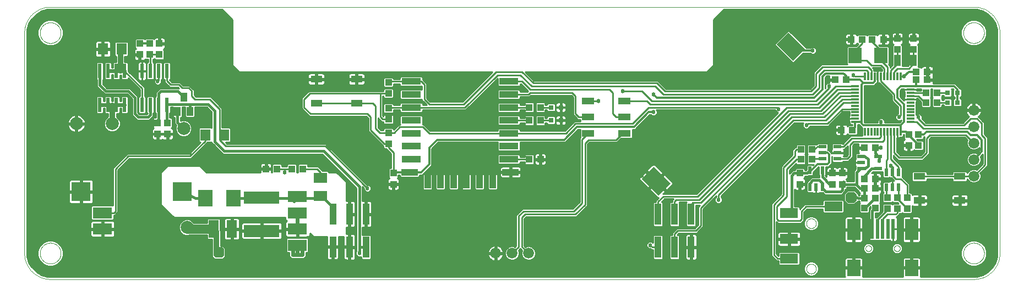
<source format=gtl>
G75*
%MOIN*%
%OFA0B0*%
%FSLAX25Y25*%
%IPPOS*%
%LPD*%
%AMOC8*
5,1,8,0,0,1.08239X$1,22.5*
%
%ADD10C,0.00000*%
%ADD11R,0.04331X0.03937*%
%ADD12R,0.03937X0.04331*%
%ADD13R,0.03150X0.03150*%
%ADD14R,0.07874X0.09843*%
%ADD15R,0.07874X0.12992*%
%ADD16R,0.01969X0.12205*%
%ADD17R,0.04724X0.02165*%
%ADD18R,0.11811X0.11811*%
%ADD19R,0.02362X0.08661*%
%ADD20R,0.03937X0.05512*%
%ADD21R,0.06299X0.07098*%
%ADD22C,0.07874*%
%ADD23R,0.09055X0.09843*%
%ADD24R,0.21654X0.07283*%
%ADD25R,0.06299X0.10630*%
%ADD26R,0.07874X0.06299*%
%ADD27R,0.07087X0.04331*%
%ADD28R,0.01181X0.04724*%
%ADD29R,0.04724X0.01181*%
%ADD30C,0.06600*%
%ADD31R,0.02362X0.04724*%
%ADD32R,0.04724X0.02362*%
%ADD33R,0.11024X0.05906*%
%ADD34R,0.07874X0.09449*%
%ADD35R,0.02165X0.04724*%
%ADD36R,0.03937X0.07087*%
%ADD37R,0.04000X0.13000*%
%ADD38R,0.03937X0.07874*%
%ADD39R,0.09843X0.03937*%
%ADD40R,0.11811X0.03937*%
%ADD41R,0.14173X0.10236*%
%ADD42R,0.07677X0.04331*%
%ADD43R,0.11811X0.07087*%
%ADD44C,0.01000*%
%ADD45C,0.02460*%
%ADD46C,0.01200*%
%ADD47C,0.02400*%
%ADD48C,0.01600*%
%ADD49C,0.03200*%
%ADD50C,0.05600*%
D10*
X0017248Y0009374D02*
X0576303Y0009374D01*
X0570004Y0025122D02*
X0570006Y0025280D01*
X0570012Y0025438D01*
X0570022Y0025596D01*
X0570036Y0025754D01*
X0570054Y0025911D01*
X0570075Y0026068D01*
X0570101Y0026224D01*
X0570131Y0026380D01*
X0570164Y0026535D01*
X0570202Y0026688D01*
X0570243Y0026841D01*
X0570288Y0026993D01*
X0570337Y0027144D01*
X0570390Y0027293D01*
X0570446Y0027441D01*
X0570506Y0027587D01*
X0570570Y0027732D01*
X0570638Y0027875D01*
X0570709Y0028017D01*
X0570783Y0028157D01*
X0570861Y0028294D01*
X0570943Y0028430D01*
X0571027Y0028564D01*
X0571116Y0028695D01*
X0571207Y0028824D01*
X0571302Y0028951D01*
X0571399Y0029076D01*
X0571500Y0029198D01*
X0571604Y0029317D01*
X0571711Y0029434D01*
X0571821Y0029548D01*
X0571934Y0029659D01*
X0572049Y0029768D01*
X0572167Y0029873D01*
X0572288Y0029975D01*
X0572411Y0030075D01*
X0572537Y0030171D01*
X0572665Y0030264D01*
X0572795Y0030354D01*
X0572928Y0030440D01*
X0573063Y0030524D01*
X0573199Y0030603D01*
X0573338Y0030680D01*
X0573479Y0030752D01*
X0573621Y0030822D01*
X0573765Y0030887D01*
X0573911Y0030949D01*
X0574058Y0031007D01*
X0574207Y0031062D01*
X0574357Y0031113D01*
X0574508Y0031160D01*
X0574660Y0031203D01*
X0574813Y0031242D01*
X0574968Y0031278D01*
X0575123Y0031309D01*
X0575279Y0031337D01*
X0575435Y0031361D01*
X0575592Y0031381D01*
X0575750Y0031397D01*
X0575907Y0031409D01*
X0576066Y0031417D01*
X0576224Y0031421D01*
X0576382Y0031421D01*
X0576540Y0031417D01*
X0576699Y0031409D01*
X0576856Y0031397D01*
X0577014Y0031381D01*
X0577171Y0031361D01*
X0577327Y0031337D01*
X0577483Y0031309D01*
X0577638Y0031278D01*
X0577793Y0031242D01*
X0577946Y0031203D01*
X0578098Y0031160D01*
X0578249Y0031113D01*
X0578399Y0031062D01*
X0578548Y0031007D01*
X0578695Y0030949D01*
X0578841Y0030887D01*
X0578985Y0030822D01*
X0579127Y0030752D01*
X0579268Y0030680D01*
X0579407Y0030603D01*
X0579543Y0030524D01*
X0579678Y0030440D01*
X0579811Y0030354D01*
X0579941Y0030264D01*
X0580069Y0030171D01*
X0580195Y0030075D01*
X0580318Y0029975D01*
X0580439Y0029873D01*
X0580557Y0029768D01*
X0580672Y0029659D01*
X0580785Y0029548D01*
X0580895Y0029434D01*
X0581002Y0029317D01*
X0581106Y0029198D01*
X0581207Y0029076D01*
X0581304Y0028951D01*
X0581399Y0028824D01*
X0581490Y0028695D01*
X0581579Y0028564D01*
X0581663Y0028430D01*
X0581745Y0028294D01*
X0581823Y0028157D01*
X0581897Y0028017D01*
X0581968Y0027875D01*
X0582036Y0027732D01*
X0582100Y0027587D01*
X0582160Y0027441D01*
X0582216Y0027293D01*
X0582269Y0027144D01*
X0582318Y0026993D01*
X0582363Y0026841D01*
X0582404Y0026688D01*
X0582442Y0026535D01*
X0582475Y0026380D01*
X0582505Y0026224D01*
X0582531Y0026068D01*
X0582552Y0025911D01*
X0582570Y0025754D01*
X0582584Y0025596D01*
X0582594Y0025438D01*
X0582600Y0025280D01*
X0582602Y0025122D01*
X0582600Y0024964D01*
X0582594Y0024806D01*
X0582584Y0024648D01*
X0582570Y0024490D01*
X0582552Y0024333D01*
X0582531Y0024176D01*
X0582505Y0024020D01*
X0582475Y0023864D01*
X0582442Y0023709D01*
X0582404Y0023556D01*
X0582363Y0023403D01*
X0582318Y0023251D01*
X0582269Y0023100D01*
X0582216Y0022951D01*
X0582160Y0022803D01*
X0582100Y0022657D01*
X0582036Y0022512D01*
X0581968Y0022369D01*
X0581897Y0022227D01*
X0581823Y0022087D01*
X0581745Y0021950D01*
X0581663Y0021814D01*
X0581579Y0021680D01*
X0581490Y0021549D01*
X0581399Y0021420D01*
X0581304Y0021293D01*
X0581207Y0021168D01*
X0581106Y0021046D01*
X0581002Y0020927D01*
X0580895Y0020810D01*
X0580785Y0020696D01*
X0580672Y0020585D01*
X0580557Y0020476D01*
X0580439Y0020371D01*
X0580318Y0020269D01*
X0580195Y0020169D01*
X0580069Y0020073D01*
X0579941Y0019980D01*
X0579811Y0019890D01*
X0579678Y0019804D01*
X0579543Y0019720D01*
X0579407Y0019641D01*
X0579268Y0019564D01*
X0579127Y0019492D01*
X0578985Y0019422D01*
X0578841Y0019357D01*
X0578695Y0019295D01*
X0578548Y0019237D01*
X0578399Y0019182D01*
X0578249Y0019131D01*
X0578098Y0019084D01*
X0577946Y0019041D01*
X0577793Y0019002D01*
X0577638Y0018966D01*
X0577483Y0018935D01*
X0577327Y0018907D01*
X0577171Y0018883D01*
X0577014Y0018863D01*
X0576856Y0018847D01*
X0576699Y0018835D01*
X0576540Y0018827D01*
X0576382Y0018823D01*
X0576224Y0018823D01*
X0576066Y0018827D01*
X0575907Y0018835D01*
X0575750Y0018847D01*
X0575592Y0018863D01*
X0575435Y0018883D01*
X0575279Y0018907D01*
X0575123Y0018935D01*
X0574968Y0018966D01*
X0574813Y0019002D01*
X0574660Y0019041D01*
X0574508Y0019084D01*
X0574357Y0019131D01*
X0574207Y0019182D01*
X0574058Y0019237D01*
X0573911Y0019295D01*
X0573765Y0019357D01*
X0573621Y0019422D01*
X0573479Y0019492D01*
X0573338Y0019564D01*
X0573199Y0019641D01*
X0573063Y0019720D01*
X0572928Y0019804D01*
X0572795Y0019890D01*
X0572665Y0019980D01*
X0572537Y0020073D01*
X0572411Y0020169D01*
X0572288Y0020269D01*
X0572167Y0020371D01*
X0572049Y0020476D01*
X0571934Y0020585D01*
X0571821Y0020696D01*
X0571711Y0020810D01*
X0571604Y0020927D01*
X0571500Y0021046D01*
X0571399Y0021168D01*
X0571302Y0021293D01*
X0571207Y0021420D01*
X0571116Y0021549D01*
X0571027Y0021680D01*
X0570943Y0021814D01*
X0570861Y0021950D01*
X0570783Y0022087D01*
X0570709Y0022227D01*
X0570638Y0022369D01*
X0570570Y0022512D01*
X0570506Y0022657D01*
X0570446Y0022803D01*
X0570390Y0022951D01*
X0570337Y0023100D01*
X0570288Y0023251D01*
X0570243Y0023403D01*
X0570202Y0023556D01*
X0570164Y0023709D01*
X0570131Y0023864D01*
X0570101Y0024020D01*
X0570075Y0024176D01*
X0570054Y0024333D01*
X0570036Y0024490D01*
X0570022Y0024648D01*
X0570012Y0024806D01*
X0570006Y0024964D01*
X0570004Y0025122D01*
X0576303Y0009374D02*
X0576684Y0009379D01*
X0577064Y0009392D01*
X0577444Y0009415D01*
X0577823Y0009448D01*
X0578201Y0009489D01*
X0578578Y0009539D01*
X0578954Y0009599D01*
X0579329Y0009667D01*
X0579701Y0009745D01*
X0580072Y0009832D01*
X0580440Y0009927D01*
X0580806Y0010032D01*
X0581169Y0010145D01*
X0581530Y0010267D01*
X0581887Y0010397D01*
X0582241Y0010537D01*
X0582592Y0010684D01*
X0582939Y0010841D01*
X0583282Y0011005D01*
X0583621Y0011178D01*
X0583956Y0011359D01*
X0584287Y0011548D01*
X0584612Y0011745D01*
X0584933Y0011949D01*
X0585249Y0012162D01*
X0585559Y0012382D01*
X0585865Y0012609D01*
X0586164Y0012844D01*
X0586458Y0013086D01*
X0586746Y0013334D01*
X0587028Y0013590D01*
X0587303Y0013853D01*
X0587572Y0014122D01*
X0587835Y0014397D01*
X0588091Y0014679D01*
X0588339Y0014967D01*
X0588581Y0015261D01*
X0588816Y0015560D01*
X0589043Y0015866D01*
X0589263Y0016176D01*
X0589476Y0016492D01*
X0589680Y0016813D01*
X0589877Y0017138D01*
X0590066Y0017469D01*
X0590247Y0017804D01*
X0590420Y0018143D01*
X0590584Y0018486D01*
X0590741Y0018833D01*
X0590888Y0019184D01*
X0591028Y0019538D01*
X0591158Y0019895D01*
X0591280Y0020256D01*
X0591393Y0020619D01*
X0591498Y0020985D01*
X0591593Y0021353D01*
X0591680Y0021724D01*
X0591758Y0022096D01*
X0591826Y0022471D01*
X0591886Y0022847D01*
X0591936Y0023224D01*
X0591977Y0023602D01*
X0592010Y0023981D01*
X0592033Y0024361D01*
X0592046Y0024741D01*
X0592051Y0025122D01*
X0592051Y0158980D01*
X0570004Y0158980D02*
X0570006Y0159138D01*
X0570012Y0159296D01*
X0570022Y0159454D01*
X0570036Y0159612D01*
X0570054Y0159769D01*
X0570075Y0159926D01*
X0570101Y0160082D01*
X0570131Y0160238D01*
X0570164Y0160393D01*
X0570202Y0160546D01*
X0570243Y0160699D01*
X0570288Y0160851D01*
X0570337Y0161002D01*
X0570390Y0161151D01*
X0570446Y0161299D01*
X0570506Y0161445D01*
X0570570Y0161590D01*
X0570638Y0161733D01*
X0570709Y0161875D01*
X0570783Y0162015D01*
X0570861Y0162152D01*
X0570943Y0162288D01*
X0571027Y0162422D01*
X0571116Y0162553D01*
X0571207Y0162682D01*
X0571302Y0162809D01*
X0571399Y0162934D01*
X0571500Y0163056D01*
X0571604Y0163175D01*
X0571711Y0163292D01*
X0571821Y0163406D01*
X0571934Y0163517D01*
X0572049Y0163626D01*
X0572167Y0163731D01*
X0572288Y0163833D01*
X0572411Y0163933D01*
X0572537Y0164029D01*
X0572665Y0164122D01*
X0572795Y0164212D01*
X0572928Y0164298D01*
X0573063Y0164382D01*
X0573199Y0164461D01*
X0573338Y0164538D01*
X0573479Y0164610D01*
X0573621Y0164680D01*
X0573765Y0164745D01*
X0573911Y0164807D01*
X0574058Y0164865D01*
X0574207Y0164920D01*
X0574357Y0164971D01*
X0574508Y0165018D01*
X0574660Y0165061D01*
X0574813Y0165100D01*
X0574968Y0165136D01*
X0575123Y0165167D01*
X0575279Y0165195D01*
X0575435Y0165219D01*
X0575592Y0165239D01*
X0575750Y0165255D01*
X0575907Y0165267D01*
X0576066Y0165275D01*
X0576224Y0165279D01*
X0576382Y0165279D01*
X0576540Y0165275D01*
X0576699Y0165267D01*
X0576856Y0165255D01*
X0577014Y0165239D01*
X0577171Y0165219D01*
X0577327Y0165195D01*
X0577483Y0165167D01*
X0577638Y0165136D01*
X0577793Y0165100D01*
X0577946Y0165061D01*
X0578098Y0165018D01*
X0578249Y0164971D01*
X0578399Y0164920D01*
X0578548Y0164865D01*
X0578695Y0164807D01*
X0578841Y0164745D01*
X0578985Y0164680D01*
X0579127Y0164610D01*
X0579268Y0164538D01*
X0579407Y0164461D01*
X0579543Y0164382D01*
X0579678Y0164298D01*
X0579811Y0164212D01*
X0579941Y0164122D01*
X0580069Y0164029D01*
X0580195Y0163933D01*
X0580318Y0163833D01*
X0580439Y0163731D01*
X0580557Y0163626D01*
X0580672Y0163517D01*
X0580785Y0163406D01*
X0580895Y0163292D01*
X0581002Y0163175D01*
X0581106Y0163056D01*
X0581207Y0162934D01*
X0581304Y0162809D01*
X0581399Y0162682D01*
X0581490Y0162553D01*
X0581579Y0162422D01*
X0581663Y0162288D01*
X0581745Y0162152D01*
X0581823Y0162015D01*
X0581897Y0161875D01*
X0581968Y0161733D01*
X0582036Y0161590D01*
X0582100Y0161445D01*
X0582160Y0161299D01*
X0582216Y0161151D01*
X0582269Y0161002D01*
X0582318Y0160851D01*
X0582363Y0160699D01*
X0582404Y0160546D01*
X0582442Y0160393D01*
X0582475Y0160238D01*
X0582505Y0160082D01*
X0582531Y0159926D01*
X0582552Y0159769D01*
X0582570Y0159612D01*
X0582584Y0159454D01*
X0582594Y0159296D01*
X0582600Y0159138D01*
X0582602Y0158980D01*
X0582600Y0158822D01*
X0582594Y0158664D01*
X0582584Y0158506D01*
X0582570Y0158348D01*
X0582552Y0158191D01*
X0582531Y0158034D01*
X0582505Y0157878D01*
X0582475Y0157722D01*
X0582442Y0157567D01*
X0582404Y0157414D01*
X0582363Y0157261D01*
X0582318Y0157109D01*
X0582269Y0156958D01*
X0582216Y0156809D01*
X0582160Y0156661D01*
X0582100Y0156515D01*
X0582036Y0156370D01*
X0581968Y0156227D01*
X0581897Y0156085D01*
X0581823Y0155945D01*
X0581745Y0155808D01*
X0581663Y0155672D01*
X0581579Y0155538D01*
X0581490Y0155407D01*
X0581399Y0155278D01*
X0581304Y0155151D01*
X0581207Y0155026D01*
X0581106Y0154904D01*
X0581002Y0154785D01*
X0580895Y0154668D01*
X0580785Y0154554D01*
X0580672Y0154443D01*
X0580557Y0154334D01*
X0580439Y0154229D01*
X0580318Y0154127D01*
X0580195Y0154027D01*
X0580069Y0153931D01*
X0579941Y0153838D01*
X0579811Y0153748D01*
X0579678Y0153662D01*
X0579543Y0153578D01*
X0579407Y0153499D01*
X0579268Y0153422D01*
X0579127Y0153350D01*
X0578985Y0153280D01*
X0578841Y0153215D01*
X0578695Y0153153D01*
X0578548Y0153095D01*
X0578399Y0153040D01*
X0578249Y0152989D01*
X0578098Y0152942D01*
X0577946Y0152899D01*
X0577793Y0152860D01*
X0577638Y0152824D01*
X0577483Y0152793D01*
X0577327Y0152765D01*
X0577171Y0152741D01*
X0577014Y0152721D01*
X0576856Y0152705D01*
X0576699Y0152693D01*
X0576540Y0152685D01*
X0576382Y0152681D01*
X0576224Y0152681D01*
X0576066Y0152685D01*
X0575907Y0152693D01*
X0575750Y0152705D01*
X0575592Y0152721D01*
X0575435Y0152741D01*
X0575279Y0152765D01*
X0575123Y0152793D01*
X0574968Y0152824D01*
X0574813Y0152860D01*
X0574660Y0152899D01*
X0574508Y0152942D01*
X0574357Y0152989D01*
X0574207Y0153040D01*
X0574058Y0153095D01*
X0573911Y0153153D01*
X0573765Y0153215D01*
X0573621Y0153280D01*
X0573479Y0153350D01*
X0573338Y0153422D01*
X0573199Y0153499D01*
X0573063Y0153578D01*
X0572928Y0153662D01*
X0572795Y0153748D01*
X0572665Y0153838D01*
X0572537Y0153931D01*
X0572411Y0154027D01*
X0572288Y0154127D01*
X0572167Y0154229D01*
X0572049Y0154334D01*
X0571934Y0154443D01*
X0571821Y0154554D01*
X0571711Y0154668D01*
X0571604Y0154785D01*
X0571500Y0154904D01*
X0571399Y0155026D01*
X0571302Y0155151D01*
X0571207Y0155278D01*
X0571116Y0155407D01*
X0571027Y0155538D01*
X0570943Y0155672D01*
X0570861Y0155808D01*
X0570783Y0155945D01*
X0570709Y0156085D01*
X0570638Y0156227D01*
X0570570Y0156370D01*
X0570506Y0156515D01*
X0570446Y0156661D01*
X0570390Y0156809D01*
X0570337Y0156958D01*
X0570288Y0157109D01*
X0570243Y0157261D01*
X0570202Y0157414D01*
X0570164Y0157567D01*
X0570131Y0157722D01*
X0570101Y0157878D01*
X0570075Y0158034D01*
X0570054Y0158191D01*
X0570036Y0158348D01*
X0570022Y0158506D01*
X0570012Y0158664D01*
X0570006Y0158822D01*
X0570004Y0158980D01*
X0576303Y0174728D02*
X0576684Y0174723D01*
X0577064Y0174710D01*
X0577444Y0174687D01*
X0577823Y0174654D01*
X0578201Y0174613D01*
X0578578Y0174563D01*
X0578954Y0174503D01*
X0579329Y0174435D01*
X0579701Y0174357D01*
X0580072Y0174270D01*
X0580440Y0174175D01*
X0580806Y0174070D01*
X0581169Y0173957D01*
X0581530Y0173835D01*
X0581887Y0173705D01*
X0582241Y0173565D01*
X0582592Y0173418D01*
X0582939Y0173261D01*
X0583282Y0173097D01*
X0583621Y0172924D01*
X0583956Y0172743D01*
X0584287Y0172554D01*
X0584612Y0172357D01*
X0584933Y0172153D01*
X0585249Y0171940D01*
X0585559Y0171720D01*
X0585865Y0171493D01*
X0586164Y0171258D01*
X0586458Y0171016D01*
X0586746Y0170768D01*
X0587028Y0170512D01*
X0587303Y0170249D01*
X0587572Y0169980D01*
X0587835Y0169705D01*
X0588091Y0169423D01*
X0588339Y0169135D01*
X0588581Y0168841D01*
X0588816Y0168542D01*
X0589043Y0168236D01*
X0589263Y0167926D01*
X0589476Y0167610D01*
X0589680Y0167289D01*
X0589877Y0166964D01*
X0590066Y0166633D01*
X0590247Y0166298D01*
X0590420Y0165959D01*
X0590584Y0165616D01*
X0590741Y0165269D01*
X0590888Y0164918D01*
X0591028Y0164564D01*
X0591158Y0164207D01*
X0591280Y0163846D01*
X0591393Y0163483D01*
X0591498Y0163117D01*
X0591593Y0162749D01*
X0591680Y0162378D01*
X0591758Y0162006D01*
X0591826Y0161631D01*
X0591886Y0161255D01*
X0591936Y0160878D01*
X0591977Y0160500D01*
X0592010Y0160121D01*
X0592033Y0159741D01*
X0592046Y0159361D01*
X0592051Y0158980D01*
X0576303Y0174728D02*
X0017248Y0174728D01*
X0010949Y0158980D02*
X0010951Y0159138D01*
X0010957Y0159296D01*
X0010967Y0159454D01*
X0010981Y0159612D01*
X0010999Y0159769D01*
X0011020Y0159926D01*
X0011046Y0160082D01*
X0011076Y0160238D01*
X0011109Y0160393D01*
X0011147Y0160546D01*
X0011188Y0160699D01*
X0011233Y0160851D01*
X0011282Y0161002D01*
X0011335Y0161151D01*
X0011391Y0161299D01*
X0011451Y0161445D01*
X0011515Y0161590D01*
X0011583Y0161733D01*
X0011654Y0161875D01*
X0011728Y0162015D01*
X0011806Y0162152D01*
X0011888Y0162288D01*
X0011972Y0162422D01*
X0012061Y0162553D01*
X0012152Y0162682D01*
X0012247Y0162809D01*
X0012344Y0162934D01*
X0012445Y0163056D01*
X0012549Y0163175D01*
X0012656Y0163292D01*
X0012766Y0163406D01*
X0012879Y0163517D01*
X0012994Y0163626D01*
X0013112Y0163731D01*
X0013233Y0163833D01*
X0013356Y0163933D01*
X0013482Y0164029D01*
X0013610Y0164122D01*
X0013740Y0164212D01*
X0013873Y0164298D01*
X0014008Y0164382D01*
X0014144Y0164461D01*
X0014283Y0164538D01*
X0014424Y0164610D01*
X0014566Y0164680D01*
X0014710Y0164745D01*
X0014856Y0164807D01*
X0015003Y0164865D01*
X0015152Y0164920D01*
X0015302Y0164971D01*
X0015453Y0165018D01*
X0015605Y0165061D01*
X0015758Y0165100D01*
X0015913Y0165136D01*
X0016068Y0165167D01*
X0016224Y0165195D01*
X0016380Y0165219D01*
X0016537Y0165239D01*
X0016695Y0165255D01*
X0016852Y0165267D01*
X0017011Y0165275D01*
X0017169Y0165279D01*
X0017327Y0165279D01*
X0017485Y0165275D01*
X0017644Y0165267D01*
X0017801Y0165255D01*
X0017959Y0165239D01*
X0018116Y0165219D01*
X0018272Y0165195D01*
X0018428Y0165167D01*
X0018583Y0165136D01*
X0018738Y0165100D01*
X0018891Y0165061D01*
X0019043Y0165018D01*
X0019194Y0164971D01*
X0019344Y0164920D01*
X0019493Y0164865D01*
X0019640Y0164807D01*
X0019786Y0164745D01*
X0019930Y0164680D01*
X0020072Y0164610D01*
X0020213Y0164538D01*
X0020352Y0164461D01*
X0020488Y0164382D01*
X0020623Y0164298D01*
X0020756Y0164212D01*
X0020886Y0164122D01*
X0021014Y0164029D01*
X0021140Y0163933D01*
X0021263Y0163833D01*
X0021384Y0163731D01*
X0021502Y0163626D01*
X0021617Y0163517D01*
X0021730Y0163406D01*
X0021840Y0163292D01*
X0021947Y0163175D01*
X0022051Y0163056D01*
X0022152Y0162934D01*
X0022249Y0162809D01*
X0022344Y0162682D01*
X0022435Y0162553D01*
X0022524Y0162422D01*
X0022608Y0162288D01*
X0022690Y0162152D01*
X0022768Y0162015D01*
X0022842Y0161875D01*
X0022913Y0161733D01*
X0022981Y0161590D01*
X0023045Y0161445D01*
X0023105Y0161299D01*
X0023161Y0161151D01*
X0023214Y0161002D01*
X0023263Y0160851D01*
X0023308Y0160699D01*
X0023349Y0160546D01*
X0023387Y0160393D01*
X0023420Y0160238D01*
X0023450Y0160082D01*
X0023476Y0159926D01*
X0023497Y0159769D01*
X0023515Y0159612D01*
X0023529Y0159454D01*
X0023539Y0159296D01*
X0023545Y0159138D01*
X0023547Y0158980D01*
X0023545Y0158822D01*
X0023539Y0158664D01*
X0023529Y0158506D01*
X0023515Y0158348D01*
X0023497Y0158191D01*
X0023476Y0158034D01*
X0023450Y0157878D01*
X0023420Y0157722D01*
X0023387Y0157567D01*
X0023349Y0157414D01*
X0023308Y0157261D01*
X0023263Y0157109D01*
X0023214Y0156958D01*
X0023161Y0156809D01*
X0023105Y0156661D01*
X0023045Y0156515D01*
X0022981Y0156370D01*
X0022913Y0156227D01*
X0022842Y0156085D01*
X0022768Y0155945D01*
X0022690Y0155808D01*
X0022608Y0155672D01*
X0022524Y0155538D01*
X0022435Y0155407D01*
X0022344Y0155278D01*
X0022249Y0155151D01*
X0022152Y0155026D01*
X0022051Y0154904D01*
X0021947Y0154785D01*
X0021840Y0154668D01*
X0021730Y0154554D01*
X0021617Y0154443D01*
X0021502Y0154334D01*
X0021384Y0154229D01*
X0021263Y0154127D01*
X0021140Y0154027D01*
X0021014Y0153931D01*
X0020886Y0153838D01*
X0020756Y0153748D01*
X0020623Y0153662D01*
X0020488Y0153578D01*
X0020352Y0153499D01*
X0020213Y0153422D01*
X0020072Y0153350D01*
X0019930Y0153280D01*
X0019786Y0153215D01*
X0019640Y0153153D01*
X0019493Y0153095D01*
X0019344Y0153040D01*
X0019194Y0152989D01*
X0019043Y0152942D01*
X0018891Y0152899D01*
X0018738Y0152860D01*
X0018583Y0152824D01*
X0018428Y0152793D01*
X0018272Y0152765D01*
X0018116Y0152741D01*
X0017959Y0152721D01*
X0017801Y0152705D01*
X0017644Y0152693D01*
X0017485Y0152685D01*
X0017327Y0152681D01*
X0017169Y0152681D01*
X0017011Y0152685D01*
X0016852Y0152693D01*
X0016695Y0152705D01*
X0016537Y0152721D01*
X0016380Y0152741D01*
X0016224Y0152765D01*
X0016068Y0152793D01*
X0015913Y0152824D01*
X0015758Y0152860D01*
X0015605Y0152899D01*
X0015453Y0152942D01*
X0015302Y0152989D01*
X0015152Y0153040D01*
X0015003Y0153095D01*
X0014856Y0153153D01*
X0014710Y0153215D01*
X0014566Y0153280D01*
X0014424Y0153350D01*
X0014283Y0153422D01*
X0014144Y0153499D01*
X0014008Y0153578D01*
X0013873Y0153662D01*
X0013740Y0153748D01*
X0013610Y0153838D01*
X0013482Y0153931D01*
X0013356Y0154027D01*
X0013233Y0154127D01*
X0013112Y0154229D01*
X0012994Y0154334D01*
X0012879Y0154443D01*
X0012766Y0154554D01*
X0012656Y0154668D01*
X0012549Y0154785D01*
X0012445Y0154904D01*
X0012344Y0155026D01*
X0012247Y0155151D01*
X0012152Y0155278D01*
X0012061Y0155407D01*
X0011972Y0155538D01*
X0011888Y0155672D01*
X0011806Y0155808D01*
X0011728Y0155945D01*
X0011654Y0156085D01*
X0011583Y0156227D01*
X0011515Y0156370D01*
X0011451Y0156515D01*
X0011391Y0156661D01*
X0011335Y0156809D01*
X0011282Y0156958D01*
X0011233Y0157109D01*
X0011188Y0157261D01*
X0011147Y0157414D01*
X0011109Y0157567D01*
X0011076Y0157722D01*
X0011046Y0157878D01*
X0011020Y0158034D01*
X0010999Y0158191D01*
X0010981Y0158348D01*
X0010967Y0158506D01*
X0010957Y0158664D01*
X0010951Y0158822D01*
X0010949Y0158980D01*
X0001500Y0158980D02*
X0001505Y0159361D01*
X0001518Y0159741D01*
X0001541Y0160121D01*
X0001574Y0160500D01*
X0001615Y0160878D01*
X0001665Y0161255D01*
X0001725Y0161631D01*
X0001793Y0162006D01*
X0001871Y0162378D01*
X0001958Y0162749D01*
X0002053Y0163117D01*
X0002158Y0163483D01*
X0002271Y0163846D01*
X0002393Y0164207D01*
X0002523Y0164564D01*
X0002663Y0164918D01*
X0002810Y0165269D01*
X0002967Y0165616D01*
X0003131Y0165959D01*
X0003304Y0166298D01*
X0003485Y0166633D01*
X0003674Y0166964D01*
X0003871Y0167289D01*
X0004075Y0167610D01*
X0004288Y0167926D01*
X0004508Y0168236D01*
X0004735Y0168542D01*
X0004970Y0168841D01*
X0005212Y0169135D01*
X0005460Y0169423D01*
X0005716Y0169705D01*
X0005979Y0169980D01*
X0006248Y0170249D01*
X0006523Y0170512D01*
X0006805Y0170768D01*
X0007093Y0171016D01*
X0007387Y0171258D01*
X0007686Y0171493D01*
X0007992Y0171720D01*
X0008302Y0171940D01*
X0008618Y0172153D01*
X0008939Y0172357D01*
X0009264Y0172554D01*
X0009595Y0172743D01*
X0009930Y0172924D01*
X0010269Y0173097D01*
X0010612Y0173261D01*
X0010959Y0173418D01*
X0011310Y0173565D01*
X0011664Y0173705D01*
X0012021Y0173835D01*
X0012382Y0173957D01*
X0012745Y0174070D01*
X0013111Y0174175D01*
X0013479Y0174270D01*
X0013850Y0174357D01*
X0014222Y0174435D01*
X0014597Y0174503D01*
X0014973Y0174563D01*
X0015350Y0174613D01*
X0015728Y0174654D01*
X0016107Y0174687D01*
X0016487Y0174710D01*
X0016867Y0174723D01*
X0017248Y0174728D01*
X0001500Y0158980D02*
X0001500Y0025122D01*
X0010949Y0025122D02*
X0010951Y0025280D01*
X0010957Y0025438D01*
X0010967Y0025596D01*
X0010981Y0025754D01*
X0010999Y0025911D01*
X0011020Y0026068D01*
X0011046Y0026224D01*
X0011076Y0026380D01*
X0011109Y0026535D01*
X0011147Y0026688D01*
X0011188Y0026841D01*
X0011233Y0026993D01*
X0011282Y0027144D01*
X0011335Y0027293D01*
X0011391Y0027441D01*
X0011451Y0027587D01*
X0011515Y0027732D01*
X0011583Y0027875D01*
X0011654Y0028017D01*
X0011728Y0028157D01*
X0011806Y0028294D01*
X0011888Y0028430D01*
X0011972Y0028564D01*
X0012061Y0028695D01*
X0012152Y0028824D01*
X0012247Y0028951D01*
X0012344Y0029076D01*
X0012445Y0029198D01*
X0012549Y0029317D01*
X0012656Y0029434D01*
X0012766Y0029548D01*
X0012879Y0029659D01*
X0012994Y0029768D01*
X0013112Y0029873D01*
X0013233Y0029975D01*
X0013356Y0030075D01*
X0013482Y0030171D01*
X0013610Y0030264D01*
X0013740Y0030354D01*
X0013873Y0030440D01*
X0014008Y0030524D01*
X0014144Y0030603D01*
X0014283Y0030680D01*
X0014424Y0030752D01*
X0014566Y0030822D01*
X0014710Y0030887D01*
X0014856Y0030949D01*
X0015003Y0031007D01*
X0015152Y0031062D01*
X0015302Y0031113D01*
X0015453Y0031160D01*
X0015605Y0031203D01*
X0015758Y0031242D01*
X0015913Y0031278D01*
X0016068Y0031309D01*
X0016224Y0031337D01*
X0016380Y0031361D01*
X0016537Y0031381D01*
X0016695Y0031397D01*
X0016852Y0031409D01*
X0017011Y0031417D01*
X0017169Y0031421D01*
X0017327Y0031421D01*
X0017485Y0031417D01*
X0017644Y0031409D01*
X0017801Y0031397D01*
X0017959Y0031381D01*
X0018116Y0031361D01*
X0018272Y0031337D01*
X0018428Y0031309D01*
X0018583Y0031278D01*
X0018738Y0031242D01*
X0018891Y0031203D01*
X0019043Y0031160D01*
X0019194Y0031113D01*
X0019344Y0031062D01*
X0019493Y0031007D01*
X0019640Y0030949D01*
X0019786Y0030887D01*
X0019930Y0030822D01*
X0020072Y0030752D01*
X0020213Y0030680D01*
X0020352Y0030603D01*
X0020488Y0030524D01*
X0020623Y0030440D01*
X0020756Y0030354D01*
X0020886Y0030264D01*
X0021014Y0030171D01*
X0021140Y0030075D01*
X0021263Y0029975D01*
X0021384Y0029873D01*
X0021502Y0029768D01*
X0021617Y0029659D01*
X0021730Y0029548D01*
X0021840Y0029434D01*
X0021947Y0029317D01*
X0022051Y0029198D01*
X0022152Y0029076D01*
X0022249Y0028951D01*
X0022344Y0028824D01*
X0022435Y0028695D01*
X0022524Y0028564D01*
X0022608Y0028430D01*
X0022690Y0028294D01*
X0022768Y0028157D01*
X0022842Y0028017D01*
X0022913Y0027875D01*
X0022981Y0027732D01*
X0023045Y0027587D01*
X0023105Y0027441D01*
X0023161Y0027293D01*
X0023214Y0027144D01*
X0023263Y0026993D01*
X0023308Y0026841D01*
X0023349Y0026688D01*
X0023387Y0026535D01*
X0023420Y0026380D01*
X0023450Y0026224D01*
X0023476Y0026068D01*
X0023497Y0025911D01*
X0023515Y0025754D01*
X0023529Y0025596D01*
X0023539Y0025438D01*
X0023545Y0025280D01*
X0023547Y0025122D01*
X0023545Y0024964D01*
X0023539Y0024806D01*
X0023529Y0024648D01*
X0023515Y0024490D01*
X0023497Y0024333D01*
X0023476Y0024176D01*
X0023450Y0024020D01*
X0023420Y0023864D01*
X0023387Y0023709D01*
X0023349Y0023556D01*
X0023308Y0023403D01*
X0023263Y0023251D01*
X0023214Y0023100D01*
X0023161Y0022951D01*
X0023105Y0022803D01*
X0023045Y0022657D01*
X0022981Y0022512D01*
X0022913Y0022369D01*
X0022842Y0022227D01*
X0022768Y0022087D01*
X0022690Y0021950D01*
X0022608Y0021814D01*
X0022524Y0021680D01*
X0022435Y0021549D01*
X0022344Y0021420D01*
X0022249Y0021293D01*
X0022152Y0021168D01*
X0022051Y0021046D01*
X0021947Y0020927D01*
X0021840Y0020810D01*
X0021730Y0020696D01*
X0021617Y0020585D01*
X0021502Y0020476D01*
X0021384Y0020371D01*
X0021263Y0020269D01*
X0021140Y0020169D01*
X0021014Y0020073D01*
X0020886Y0019980D01*
X0020756Y0019890D01*
X0020623Y0019804D01*
X0020488Y0019720D01*
X0020352Y0019641D01*
X0020213Y0019564D01*
X0020072Y0019492D01*
X0019930Y0019422D01*
X0019786Y0019357D01*
X0019640Y0019295D01*
X0019493Y0019237D01*
X0019344Y0019182D01*
X0019194Y0019131D01*
X0019043Y0019084D01*
X0018891Y0019041D01*
X0018738Y0019002D01*
X0018583Y0018966D01*
X0018428Y0018935D01*
X0018272Y0018907D01*
X0018116Y0018883D01*
X0017959Y0018863D01*
X0017801Y0018847D01*
X0017644Y0018835D01*
X0017485Y0018827D01*
X0017327Y0018823D01*
X0017169Y0018823D01*
X0017011Y0018827D01*
X0016852Y0018835D01*
X0016695Y0018847D01*
X0016537Y0018863D01*
X0016380Y0018883D01*
X0016224Y0018907D01*
X0016068Y0018935D01*
X0015913Y0018966D01*
X0015758Y0019002D01*
X0015605Y0019041D01*
X0015453Y0019084D01*
X0015302Y0019131D01*
X0015152Y0019182D01*
X0015003Y0019237D01*
X0014856Y0019295D01*
X0014710Y0019357D01*
X0014566Y0019422D01*
X0014424Y0019492D01*
X0014283Y0019564D01*
X0014144Y0019641D01*
X0014008Y0019720D01*
X0013873Y0019804D01*
X0013740Y0019890D01*
X0013610Y0019980D01*
X0013482Y0020073D01*
X0013356Y0020169D01*
X0013233Y0020269D01*
X0013112Y0020371D01*
X0012994Y0020476D01*
X0012879Y0020585D01*
X0012766Y0020696D01*
X0012656Y0020810D01*
X0012549Y0020927D01*
X0012445Y0021046D01*
X0012344Y0021168D01*
X0012247Y0021293D01*
X0012152Y0021420D01*
X0012061Y0021549D01*
X0011972Y0021680D01*
X0011888Y0021814D01*
X0011806Y0021950D01*
X0011728Y0022087D01*
X0011654Y0022227D01*
X0011583Y0022369D01*
X0011515Y0022512D01*
X0011451Y0022657D01*
X0011391Y0022803D01*
X0011335Y0022951D01*
X0011282Y0023100D01*
X0011233Y0023251D01*
X0011188Y0023403D01*
X0011147Y0023556D01*
X0011109Y0023709D01*
X0011076Y0023864D01*
X0011046Y0024020D01*
X0011020Y0024176D01*
X0010999Y0024333D01*
X0010981Y0024490D01*
X0010967Y0024648D01*
X0010957Y0024806D01*
X0010951Y0024964D01*
X0010949Y0025122D01*
X0001500Y0025122D02*
X0001505Y0024741D01*
X0001518Y0024361D01*
X0001541Y0023981D01*
X0001574Y0023602D01*
X0001615Y0023224D01*
X0001665Y0022847D01*
X0001725Y0022471D01*
X0001793Y0022096D01*
X0001871Y0021724D01*
X0001958Y0021353D01*
X0002053Y0020985D01*
X0002158Y0020619D01*
X0002271Y0020256D01*
X0002393Y0019895D01*
X0002523Y0019538D01*
X0002663Y0019184D01*
X0002810Y0018833D01*
X0002967Y0018486D01*
X0003131Y0018143D01*
X0003304Y0017804D01*
X0003485Y0017469D01*
X0003674Y0017138D01*
X0003871Y0016813D01*
X0004075Y0016492D01*
X0004288Y0016176D01*
X0004508Y0015866D01*
X0004735Y0015560D01*
X0004970Y0015261D01*
X0005212Y0014967D01*
X0005460Y0014679D01*
X0005716Y0014397D01*
X0005979Y0014122D01*
X0006248Y0013853D01*
X0006523Y0013590D01*
X0006805Y0013334D01*
X0007093Y0013086D01*
X0007387Y0012844D01*
X0007686Y0012609D01*
X0007992Y0012382D01*
X0008302Y0012162D01*
X0008618Y0011949D01*
X0008939Y0011745D01*
X0009264Y0011548D01*
X0009595Y0011359D01*
X0009930Y0011178D01*
X0010269Y0011005D01*
X0010612Y0010841D01*
X0010959Y0010684D01*
X0011310Y0010537D01*
X0011664Y0010397D01*
X0012021Y0010267D01*
X0012382Y0010145D01*
X0012745Y0010032D01*
X0013111Y0009927D01*
X0013479Y0009832D01*
X0013850Y0009745D01*
X0014222Y0009667D01*
X0014597Y0009599D01*
X0014973Y0009539D01*
X0015350Y0009489D01*
X0015728Y0009448D01*
X0016107Y0009415D01*
X0016487Y0009392D01*
X0016867Y0009379D01*
X0017248Y0009374D01*
X0474925Y0015673D02*
X0474927Y0015781D01*
X0474933Y0015890D01*
X0474943Y0015998D01*
X0474957Y0016105D01*
X0474975Y0016212D01*
X0474996Y0016319D01*
X0475022Y0016424D01*
X0475052Y0016529D01*
X0475085Y0016632D01*
X0475122Y0016734D01*
X0475163Y0016834D01*
X0475207Y0016933D01*
X0475256Y0017031D01*
X0475307Y0017126D01*
X0475362Y0017219D01*
X0475421Y0017311D01*
X0475483Y0017400D01*
X0475548Y0017487D01*
X0475616Y0017571D01*
X0475687Y0017653D01*
X0475761Y0017732D01*
X0475838Y0017808D01*
X0475918Y0017882D01*
X0476001Y0017952D01*
X0476086Y0018020D01*
X0476173Y0018084D01*
X0476263Y0018145D01*
X0476355Y0018203D01*
X0476449Y0018257D01*
X0476545Y0018308D01*
X0476642Y0018355D01*
X0476742Y0018399D01*
X0476843Y0018439D01*
X0476945Y0018475D01*
X0477048Y0018507D01*
X0477153Y0018536D01*
X0477259Y0018560D01*
X0477365Y0018581D01*
X0477472Y0018598D01*
X0477580Y0018611D01*
X0477688Y0018620D01*
X0477797Y0018625D01*
X0477905Y0018626D01*
X0478014Y0018623D01*
X0478122Y0018616D01*
X0478230Y0018605D01*
X0478337Y0018590D01*
X0478444Y0018571D01*
X0478550Y0018548D01*
X0478655Y0018522D01*
X0478760Y0018491D01*
X0478862Y0018457D01*
X0478964Y0018419D01*
X0479064Y0018377D01*
X0479163Y0018332D01*
X0479260Y0018283D01*
X0479354Y0018230D01*
X0479447Y0018174D01*
X0479538Y0018115D01*
X0479627Y0018052D01*
X0479713Y0017987D01*
X0479797Y0017918D01*
X0479878Y0017846D01*
X0479956Y0017771D01*
X0480032Y0017693D01*
X0480105Y0017612D01*
X0480175Y0017529D01*
X0480241Y0017444D01*
X0480305Y0017356D01*
X0480365Y0017265D01*
X0480422Y0017173D01*
X0480475Y0017078D01*
X0480525Y0016982D01*
X0480571Y0016884D01*
X0480614Y0016784D01*
X0480653Y0016683D01*
X0480688Y0016580D01*
X0480720Y0016477D01*
X0480747Y0016372D01*
X0480771Y0016266D01*
X0480791Y0016159D01*
X0480807Y0016052D01*
X0480819Y0015944D01*
X0480827Y0015836D01*
X0480831Y0015727D01*
X0480831Y0015619D01*
X0480827Y0015510D01*
X0480819Y0015402D01*
X0480807Y0015294D01*
X0480791Y0015187D01*
X0480771Y0015080D01*
X0480747Y0014974D01*
X0480720Y0014869D01*
X0480688Y0014766D01*
X0480653Y0014663D01*
X0480614Y0014562D01*
X0480571Y0014462D01*
X0480525Y0014364D01*
X0480475Y0014268D01*
X0480422Y0014173D01*
X0480365Y0014081D01*
X0480305Y0013990D01*
X0480241Y0013902D01*
X0480175Y0013817D01*
X0480105Y0013734D01*
X0480032Y0013653D01*
X0479956Y0013575D01*
X0479878Y0013500D01*
X0479797Y0013428D01*
X0479713Y0013359D01*
X0479627Y0013294D01*
X0479538Y0013231D01*
X0479447Y0013172D01*
X0479355Y0013116D01*
X0479260Y0013063D01*
X0479163Y0013014D01*
X0479064Y0012969D01*
X0478964Y0012927D01*
X0478862Y0012889D01*
X0478760Y0012855D01*
X0478655Y0012824D01*
X0478550Y0012798D01*
X0478444Y0012775D01*
X0478337Y0012756D01*
X0478230Y0012741D01*
X0478122Y0012730D01*
X0478014Y0012723D01*
X0477905Y0012720D01*
X0477797Y0012721D01*
X0477688Y0012726D01*
X0477580Y0012735D01*
X0477472Y0012748D01*
X0477365Y0012765D01*
X0477259Y0012786D01*
X0477153Y0012810D01*
X0477048Y0012839D01*
X0476945Y0012871D01*
X0476843Y0012907D01*
X0476742Y0012947D01*
X0476642Y0012991D01*
X0476545Y0013038D01*
X0476449Y0013089D01*
X0476355Y0013143D01*
X0476263Y0013201D01*
X0476173Y0013262D01*
X0476086Y0013326D01*
X0476001Y0013394D01*
X0475918Y0013464D01*
X0475838Y0013538D01*
X0475761Y0013614D01*
X0475687Y0013693D01*
X0475616Y0013775D01*
X0475548Y0013859D01*
X0475483Y0013946D01*
X0475421Y0014035D01*
X0475362Y0014127D01*
X0475307Y0014220D01*
X0475256Y0014315D01*
X0475207Y0014413D01*
X0475163Y0014512D01*
X0475122Y0014612D01*
X0475085Y0014714D01*
X0475052Y0014817D01*
X0475022Y0014922D01*
X0474996Y0015027D01*
X0474975Y0015134D01*
X0474957Y0015241D01*
X0474943Y0015348D01*
X0474933Y0015456D01*
X0474927Y0015565D01*
X0474925Y0015673D01*
X0510752Y0028075D02*
X0510754Y0028159D01*
X0510760Y0028242D01*
X0510770Y0028325D01*
X0510784Y0028408D01*
X0510801Y0028490D01*
X0510823Y0028571D01*
X0510848Y0028650D01*
X0510877Y0028729D01*
X0510910Y0028806D01*
X0510946Y0028881D01*
X0510986Y0028955D01*
X0511029Y0029027D01*
X0511076Y0029096D01*
X0511126Y0029163D01*
X0511179Y0029228D01*
X0511235Y0029290D01*
X0511293Y0029350D01*
X0511355Y0029407D01*
X0511419Y0029460D01*
X0511486Y0029511D01*
X0511555Y0029558D01*
X0511626Y0029603D01*
X0511699Y0029643D01*
X0511774Y0029680D01*
X0511851Y0029714D01*
X0511929Y0029744D01*
X0512008Y0029770D01*
X0512089Y0029793D01*
X0512171Y0029811D01*
X0512253Y0029826D01*
X0512336Y0029837D01*
X0512419Y0029844D01*
X0512503Y0029847D01*
X0512587Y0029846D01*
X0512670Y0029841D01*
X0512754Y0029832D01*
X0512836Y0029819D01*
X0512918Y0029803D01*
X0512999Y0029782D01*
X0513080Y0029758D01*
X0513158Y0029730D01*
X0513236Y0029698D01*
X0513312Y0029662D01*
X0513386Y0029623D01*
X0513458Y0029581D01*
X0513528Y0029535D01*
X0513596Y0029486D01*
X0513661Y0029434D01*
X0513724Y0029379D01*
X0513784Y0029321D01*
X0513842Y0029260D01*
X0513896Y0029196D01*
X0513948Y0029130D01*
X0513996Y0029062D01*
X0514041Y0028991D01*
X0514082Y0028918D01*
X0514121Y0028844D01*
X0514155Y0028768D01*
X0514186Y0028690D01*
X0514213Y0028611D01*
X0514237Y0028530D01*
X0514256Y0028449D01*
X0514272Y0028367D01*
X0514284Y0028284D01*
X0514292Y0028200D01*
X0514296Y0028117D01*
X0514296Y0028033D01*
X0514292Y0027950D01*
X0514284Y0027866D01*
X0514272Y0027783D01*
X0514256Y0027701D01*
X0514237Y0027620D01*
X0514213Y0027539D01*
X0514186Y0027460D01*
X0514155Y0027382D01*
X0514121Y0027306D01*
X0514082Y0027232D01*
X0514041Y0027159D01*
X0513996Y0027088D01*
X0513948Y0027020D01*
X0513896Y0026954D01*
X0513842Y0026890D01*
X0513784Y0026829D01*
X0513724Y0026771D01*
X0513661Y0026716D01*
X0513596Y0026664D01*
X0513528Y0026615D01*
X0513458Y0026569D01*
X0513386Y0026527D01*
X0513312Y0026488D01*
X0513236Y0026452D01*
X0513158Y0026420D01*
X0513080Y0026392D01*
X0512999Y0026368D01*
X0512918Y0026347D01*
X0512836Y0026331D01*
X0512754Y0026318D01*
X0512670Y0026309D01*
X0512587Y0026304D01*
X0512503Y0026303D01*
X0512419Y0026306D01*
X0512336Y0026313D01*
X0512253Y0026324D01*
X0512171Y0026339D01*
X0512089Y0026357D01*
X0512008Y0026380D01*
X0511929Y0026406D01*
X0511851Y0026436D01*
X0511774Y0026470D01*
X0511699Y0026507D01*
X0511626Y0026547D01*
X0511555Y0026592D01*
X0511486Y0026639D01*
X0511419Y0026690D01*
X0511355Y0026743D01*
X0511293Y0026800D01*
X0511235Y0026860D01*
X0511179Y0026922D01*
X0511126Y0026987D01*
X0511076Y0027054D01*
X0511029Y0027123D01*
X0510986Y0027195D01*
X0510946Y0027269D01*
X0510910Y0027344D01*
X0510877Y0027421D01*
X0510848Y0027500D01*
X0510823Y0027579D01*
X0510801Y0027660D01*
X0510784Y0027742D01*
X0510770Y0027825D01*
X0510760Y0027908D01*
X0510754Y0027991D01*
X0510752Y0028075D01*
X0528074Y0028075D02*
X0528076Y0028159D01*
X0528082Y0028242D01*
X0528092Y0028325D01*
X0528106Y0028408D01*
X0528123Y0028490D01*
X0528145Y0028571D01*
X0528170Y0028650D01*
X0528199Y0028729D01*
X0528232Y0028806D01*
X0528268Y0028881D01*
X0528308Y0028955D01*
X0528351Y0029027D01*
X0528398Y0029096D01*
X0528448Y0029163D01*
X0528501Y0029228D01*
X0528557Y0029290D01*
X0528615Y0029350D01*
X0528677Y0029407D01*
X0528741Y0029460D01*
X0528808Y0029511D01*
X0528877Y0029558D01*
X0528948Y0029603D01*
X0529021Y0029643D01*
X0529096Y0029680D01*
X0529173Y0029714D01*
X0529251Y0029744D01*
X0529330Y0029770D01*
X0529411Y0029793D01*
X0529493Y0029811D01*
X0529575Y0029826D01*
X0529658Y0029837D01*
X0529741Y0029844D01*
X0529825Y0029847D01*
X0529909Y0029846D01*
X0529992Y0029841D01*
X0530076Y0029832D01*
X0530158Y0029819D01*
X0530240Y0029803D01*
X0530321Y0029782D01*
X0530402Y0029758D01*
X0530480Y0029730D01*
X0530558Y0029698D01*
X0530634Y0029662D01*
X0530708Y0029623D01*
X0530780Y0029581D01*
X0530850Y0029535D01*
X0530918Y0029486D01*
X0530983Y0029434D01*
X0531046Y0029379D01*
X0531106Y0029321D01*
X0531164Y0029260D01*
X0531218Y0029196D01*
X0531270Y0029130D01*
X0531318Y0029062D01*
X0531363Y0028991D01*
X0531404Y0028918D01*
X0531443Y0028844D01*
X0531477Y0028768D01*
X0531508Y0028690D01*
X0531535Y0028611D01*
X0531559Y0028530D01*
X0531578Y0028449D01*
X0531594Y0028367D01*
X0531606Y0028284D01*
X0531614Y0028200D01*
X0531618Y0028117D01*
X0531618Y0028033D01*
X0531614Y0027950D01*
X0531606Y0027866D01*
X0531594Y0027783D01*
X0531578Y0027701D01*
X0531559Y0027620D01*
X0531535Y0027539D01*
X0531508Y0027460D01*
X0531477Y0027382D01*
X0531443Y0027306D01*
X0531404Y0027232D01*
X0531363Y0027159D01*
X0531318Y0027088D01*
X0531270Y0027020D01*
X0531218Y0026954D01*
X0531164Y0026890D01*
X0531106Y0026829D01*
X0531046Y0026771D01*
X0530983Y0026716D01*
X0530918Y0026664D01*
X0530850Y0026615D01*
X0530780Y0026569D01*
X0530708Y0026527D01*
X0530634Y0026488D01*
X0530558Y0026452D01*
X0530480Y0026420D01*
X0530402Y0026392D01*
X0530321Y0026368D01*
X0530240Y0026347D01*
X0530158Y0026331D01*
X0530076Y0026318D01*
X0529992Y0026309D01*
X0529909Y0026304D01*
X0529825Y0026303D01*
X0529741Y0026306D01*
X0529658Y0026313D01*
X0529575Y0026324D01*
X0529493Y0026339D01*
X0529411Y0026357D01*
X0529330Y0026380D01*
X0529251Y0026406D01*
X0529173Y0026436D01*
X0529096Y0026470D01*
X0529021Y0026507D01*
X0528948Y0026547D01*
X0528877Y0026592D01*
X0528808Y0026639D01*
X0528741Y0026690D01*
X0528677Y0026743D01*
X0528615Y0026800D01*
X0528557Y0026860D01*
X0528501Y0026922D01*
X0528448Y0026987D01*
X0528398Y0027054D01*
X0528351Y0027123D01*
X0528308Y0027195D01*
X0528268Y0027269D01*
X0528232Y0027344D01*
X0528199Y0027421D01*
X0528170Y0027500D01*
X0528145Y0027579D01*
X0528123Y0027660D01*
X0528106Y0027742D01*
X0528092Y0027825D01*
X0528082Y0027908D01*
X0528076Y0027991D01*
X0528074Y0028075D01*
X0474925Y0043232D02*
X0474927Y0043340D01*
X0474933Y0043449D01*
X0474943Y0043557D01*
X0474957Y0043664D01*
X0474975Y0043771D01*
X0474996Y0043878D01*
X0475022Y0043983D01*
X0475052Y0044088D01*
X0475085Y0044191D01*
X0475122Y0044293D01*
X0475163Y0044393D01*
X0475207Y0044492D01*
X0475256Y0044590D01*
X0475307Y0044685D01*
X0475362Y0044778D01*
X0475421Y0044870D01*
X0475483Y0044959D01*
X0475548Y0045046D01*
X0475616Y0045130D01*
X0475687Y0045212D01*
X0475761Y0045291D01*
X0475838Y0045367D01*
X0475918Y0045441D01*
X0476001Y0045511D01*
X0476086Y0045579D01*
X0476173Y0045643D01*
X0476263Y0045704D01*
X0476355Y0045762D01*
X0476449Y0045816D01*
X0476545Y0045867D01*
X0476642Y0045914D01*
X0476742Y0045958D01*
X0476843Y0045998D01*
X0476945Y0046034D01*
X0477048Y0046066D01*
X0477153Y0046095D01*
X0477259Y0046119D01*
X0477365Y0046140D01*
X0477472Y0046157D01*
X0477580Y0046170D01*
X0477688Y0046179D01*
X0477797Y0046184D01*
X0477905Y0046185D01*
X0478014Y0046182D01*
X0478122Y0046175D01*
X0478230Y0046164D01*
X0478337Y0046149D01*
X0478444Y0046130D01*
X0478550Y0046107D01*
X0478655Y0046081D01*
X0478760Y0046050D01*
X0478862Y0046016D01*
X0478964Y0045978D01*
X0479064Y0045936D01*
X0479163Y0045891D01*
X0479260Y0045842D01*
X0479354Y0045789D01*
X0479447Y0045733D01*
X0479538Y0045674D01*
X0479627Y0045611D01*
X0479713Y0045546D01*
X0479797Y0045477D01*
X0479878Y0045405D01*
X0479956Y0045330D01*
X0480032Y0045252D01*
X0480105Y0045171D01*
X0480175Y0045088D01*
X0480241Y0045003D01*
X0480305Y0044915D01*
X0480365Y0044824D01*
X0480422Y0044732D01*
X0480475Y0044637D01*
X0480525Y0044541D01*
X0480571Y0044443D01*
X0480614Y0044343D01*
X0480653Y0044242D01*
X0480688Y0044139D01*
X0480720Y0044036D01*
X0480747Y0043931D01*
X0480771Y0043825D01*
X0480791Y0043718D01*
X0480807Y0043611D01*
X0480819Y0043503D01*
X0480827Y0043395D01*
X0480831Y0043286D01*
X0480831Y0043178D01*
X0480827Y0043069D01*
X0480819Y0042961D01*
X0480807Y0042853D01*
X0480791Y0042746D01*
X0480771Y0042639D01*
X0480747Y0042533D01*
X0480720Y0042428D01*
X0480688Y0042325D01*
X0480653Y0042222D01*
X0480614Y0042121D01*
X0480571Y0042021D01*
X0480525Y0041923D01*
X0480475Y0041827D01*
X0480422Y0041732D01*
X0480365Y0041640D01*
X0480305Y0041549D01*
X0480241Y0041461D01*
X0480175Y0041376D01*
X0480105Y0041293D01*
X0480032Y0041212D01*
X0479956Y0041134D01*
X0479878Y0041059D01*
X0479797Y0040987D01*
X0479713Y0040918D01*
X0479627Y0040853D01*
X0479538Y0040790D01*
X0479447Y0040731D01*
X0479355Y0040675D01*
X0479260Y0040622D01*
X0479163Y0040573D01*
X0479064Y0040528D01*
X0478964Y0040486D01*
X0478862Y0040448D01*
X0478760Y0040414D01*
X0478655Y0040383D01*
X0478550Y0040357D01*
X0478444Y0040334D01*
X0478337Y0040315D01*
X0478230Y0040300D01*
X0478122Y0040289D01*
X0478014Y0040282D01*
X0477905Y0040279D01*
X0477797Y0040280D01*
X0477688Y0040285D01*
X0477580Y0040294D01*
X0477472Y0040307D01*
X0477365Y0040324D01*
X0477259Y0040345D01*
X0477153Y0040369D01*
X0477048Y0040398D01*
X0476945Y0040430D01*
X0476843Y0040466D01*
X0476742Y0040506D01*
X0476642Y0040550D01*
X0476545Y0040597D01*
X0476449Y0040648D01*
X0476355Y0040702D01*
X0476263Y0040760D01*
X0476173Y0040821D01*
X0476086Y0040885D01*
X0476001Y0040953D01*
X0475918Y0041023D01*
X0475838Y0041097D01*
X0475761Y0041173D01*
X0475687Y0041252D01*
X0475616Y0041334D01*
X0475548Y0041418D01*
X0475483Y0041505D01*
X0475421Y0041594D01*
X0475362Y0041686D01*
X0475307Y0041779D01*
X0475256Y0041874D01*
X0475207Y0041972D01*
X0475163Y0042071D01*
X0475122Y0042171D01*
X0475085Y0042273D01*
X0475052Y0042376D01*
X0475022Y0042481D01*
X0474996Y0042586D01*
X0474975Y0042693D01*
X0474957Y0042800D01*
X0474943Y0042907D01*
X0474933Y0043015D01*
X0474927Y0043124D01*
X0474925Y0043232D01*
D11*
X0524138Y0052287D03*
X0530043Y0052287D03*
X0535949Y0052287D03*
X0535949Y0058980D03*
X0530043Y0058980D03*
X0524138Y0058980D03*
X0516657Y0064492D03*
X0509965Y0064492D03*
X0509965Y0070398D03*
X0516657Y0070398D03*
X0516657Y0089098D03*
X0509965Y0089098D03*
X0502878Y0099925D03*
X0496185Y0099925D03*
X0542839Y0097366D03*
X0542839Y0090673D03*
X0541461Y0130437D03*
X0548154Y0130437D03*
X0548154Y0135358D03*
X0541461Y0135358D03*
X0498941Y0130437D03*
X0492248Y0130437D03*
X0502091Y0155043D03*
X0508783Y0155043D03*
X0514886Y0155043D03*
X0521579Y0155043D03*
X0221972Y0128862D03*
X0221972Y0122169D03*
X0221972Y0113114D03*
X0221972Y0106421D03*
X0221972Y0098350D03*
X0221972Y0091657D03*
X0077287Y0145791D03*
X0077287Y0152484D03*
D12*
X0071382Y0152484D03*
X0083193Y0152484D03*
X0083193Y0145791D03*
X0071382Y0145791D03*
X0082209Y0104256D03*
X0088114Y0104256D03*
X0088114Y0097563D03*
X0082209Y0097563D03*
X0147760Y0076303D03*
X0154453Y0076303D03*
X0163508Y0076303D03*
X0170201Y0076303D03*
X0224925Y0073744D03*
X0224925Y0067051D03*
X0307209Y0082209D03*
X0313902Y0082209D03*
X0313902Y0105831D03*
X0307209Y0105831D03*
X0307209Y0113705D03*
X0313902Y0113705D03*
X0471579Y0088114D03*
X0478272Y0088114D03*
X0478272Y0082209D03*
X0471579Y0082209D03*
X0470988Y0073744D03*
X0490673Y0073744D03*
X0496579Y0073744D03*
X0496579Y0067051D03*
X0490673Y0067051D03*
X0470988Y0067051D03*
X0509965Y0058587D03*
X0516657Y0058587D03*
X0516657Y0052681D03*
X0509965Y0052681D03*
X0536933Y0090673D03*
X0536933Y0097366D03*
X0547366Y0116657D03*
X0554059Y0116657D03*
X0554059Y0122563D03*
X0547366Y0122563D03*
X0539886Y0148744D03*
X0530043Y0148744D03*
X0530043Y0155437D03*
X0539886Y0155437D03*
D13*
X0560555Y0122563D03*
X0566461Y0122563D03*
X0566461Y0116657D03*
X0560555Y0116657D03*
X0326303Y0113705D03*
X0320398Y0113705D03*
X0320398Y0105831D03*
X0326303Y0105831D03*
D14*
X0503665Y0016264D03*
X0538705Y0016264D03*
D15*
X0538705Y0039492D03*
X0503665Y0039492D03*
D16*
X0514886Y0039886D03*
X0518035Y0039886D03*
X0521185Y0039886D03*
X0524335Y0039886D03*
X0527484Y0039886D03*
D17*
X0518430Y0076500D03*
X0508193Y0076500D03*
X0508193Y0080240D03*
X0508193Y0083980D03*
X0518430Y0083980D03*
D18*
X0097169Y0062524D03*
X0035752Y0062524D03*
D19*
X0047150Y0115280D03*
X0052150Y0115280D03*
X0057150Y0115280D03*
X0062150Y0115280D03*
X0072740Y0115280D03*
X0077740Y0115280D03*
X0082740Y0115280D03*
X0087740Y0115280D03*
X0087740Y0135752D03*
X0082740Y0135752D03*
X0077740Y0135752D03*
X0072740Y0135752D03*
X0062150Y0135752D03*
X0057150Y0135752D03*
X0052150Y0135752D03*
X0047150Y0135752D03*
D20*
X0097957Y0120004D03*
X0101697Y0111343D03*
X0094217Y0111343D03*
D21*
X0111059Y0096972D03*
X0122256Y0096972D03*
X0060248Y0149138D03*
X0049051Y0149138D03*
D22*
X0054650Y0103862D03*
X0032996Y0103862D03*
X0097957Y0100909D03*
X0099925Y0040870D03*
D23*
X0111146Y0058587D03*
X0128075Y0058587D03*
D24*
X0145201Y0058783D03*
X0145201Y0038705D03*
D25*
X0127091Y0039886D03*
X0116067Y0039886D03*
D26*
X0180634Y0059965D03*
X0180634Y0070988D03*
D27*
X0178272Y0116264D03*
X0202681Y0116264D03*
X0202681Y0130831D03*
X0178272Y0130831D03*
X0543429Y0071776D03*
X0567839Y0071776D03*
X0567839Y0057209D03*
X0543429Y0057209D03*
D28*
X0532012Y0098941D03*
X0530043Y0098941D03*
X0528075Y0098941D03*
X0526106Y0098941D03*
X0524138Y0098941D03*
X0522169Y0098941D03*
X0520201Y0098941D03*
X0518232Y0098941D03*
X0516264Y0098941D03*
X0514295Y0098941D03*
X0512327Y0098941D03*
X0510358Y0098941D03*
X0510358Y0132406D03*
X0512327Y0132406D03*
X0514295Y0132406D03*
X0516264Y0132406D03*
X0518232Y0132406D03*
X0520201Y0132406D03*
X0522169Y0132406D03*
X0524138Y0132406D03*
X0526106Y0132406D03*
X0528075Y0132406D03*
X0530043Y0132406D03*
X0532012Y0132406D03*
D29*
X0537917Y0126500D03*
X0537917Y0124531D03*
X0537917Y0122563D03*
X0537917Y0120594D03*
X0537917Y0118626D03*
X0537917Y0116657D03*
X0537917Y0114689D03*
X0537917Y0112720D03*
X0537917Y0110752D03*
X0537917Y0108783D03*
X0537917Y0106815D03*
X0537917Y0104846D03*
X0504453Y0104846D03*
X0504453Y0106815D03*
X0504453Y0108783D03*
X0504453Y0110752D03*
X0504453Y0112720D03*
X0504453Y0114689D03*
X0504453Y0116657D03*
X0504453Y0118626D03*
X0504453Y0120594D03*
X0504453Y0122563D03*
X0504453Y0124531D03*
X0504453Y0126500D03*
D30*
X0576303Y0112051D03*
X0576303Y0102051D03*
X0576303Y0092051D03*
X0576303Y0082051D03*
X0576303Y0072051D03*
X0306776Y0025122D03*
X0296776Y0025122D03*
X0286776Y0025122D03*
D31*
X0523350Y0065280D03*
X0527091Y0065280D03*
X0530831Y0065280D03*
X0530831Y0074335D03*
X0527091Y0074335D03*
X0523350Y0074335D03*
D32*
X0493823Y0082406D03*
X0493823Y0086146D03*
X0484768Y0086146D03*
X0484768Y0082406D03*
X0484768Y0089886D03*
X0493823Y0089886D03*
D33*
X0491264Y0053469D03*
X0464492Y0049531D03*
X0464492Y0033783D03*
X0464492Y0021972D03*
D34*
X0504453Y0145201D03*
X0520201Y0145201D03*
D35*
X0484571Y0075516D03*
X0477091Y0075516D03*
X0477091Y0065279D03*
X0480831Y0065279D03*
X0484571Y0065279D03*
D36*
X0530043Y0142248D03*
X0539886Y0142248D03*
D37*
X0405201Y0048902D03*
X0395201Y0048902D03*
X0385201Y0048902D03*
X0385201Y0028902D03*
X0395201Y0028902D03*
X0405201Y0028902D03*
X0208350Y0028902D03*
X0198350Y0028902D03*
X0188350Y0028902D03*
X0188350Y0048902D03*
X0198350Y0048902D03*
X0208350Y0048902D03*
D38*
X0245594Y0068429D03*
X0253469Y0068429D03*
X0261343Y0068429D03*
X0269217Y0068429D03*
X0277091Y0068429D03*
X0284965Y0068429D03*
D39*
X0295791Y0074335D03*
X0234768Y0074335D03*
D40*
X0235752Y0082209D03*
X0235752Y0090083D03*
X0235752Y0097957D03*
X0235752Y0105831D03*
X0235752Y0113705D03*
X0235752Y0121579D03*
X0235752Y0129453D03*
X0294807Y0129453D03*
X0294807Y0121579D03*
X0294807Y0113705D03*
X0294807Y0105831D03*
X0294807Y0097957D03*
X0294807Y0090083D03*
X0294807Y0082209D03*
D41*
G36*
X0385335Y0060355D02*
X0375315Y0070375D01*
X0382553Y0077613D01*
X0392573Y0067593D01*
X0385335Y0060355D01*
G37*
G36*
X0466903Y0141923D02*
X0456883Y0151943D01*
X0464121Y0159181D01*
X0474141Y0149161D01*
X0466903Y0141923D01*
G37*
D42*
X0364886Y0117642D03*
X0342839Y0117642D03*
X0342839Y0107799D03*
X0364886Y0107799D03*
X0364886Y0097957D03*
X0342839Y0097957D03*
D43*
X0166854Y0059571D03*
X0166854Y0049728D03*
X0166854Y0039886D03*
X0166854Y0030043D03*
X0048744Y0039886D03*
X0048744Y0049728D03*
D44*
X0015388Y0010996D02*
X0011796Y0011959D01*
X0009266Y0013419D01*
X0005545Y0017140D01*
X0004085Y0019670D01*
X0003122Y0023262D01*
X0003000Y0025122D01*
X0003000Y0158980D01*
X0003122Y0160840D01*
X0004085Y0164433D01*
X0005545Y0166962D01*
X0009266Y0170683D01*
X0011796Y0172144D01*
X0015388Y0173106D01*
X0017248Y0173228D01*
X0121110Y0173228D01*
X0127484Y0166854D01*
X0127484Y0139295D01*
X0131421Y0135358D01*
X0284812Y0135358D01*
X0266627Y0117173D01*
X0247200Y0117173D01*
X0245126Y0119247D01*
X0245126Y0128106D01*
X0242657Y0130574D01*
X0242657Y0131835D01*
X0242072Y0132421D01*
X0229432Y0132421D01*
X0228846Y0131835D01*
X0228846Y0130953D01*
X0225138Y0130953D01*
X0225138Y0131245D01*
X0224552Y0131831D01*
X0219393Y0131831D01*
X0218807Y0131245D01*
X0218807Y0126479D01*
X0219393Y0125894D01*
X0224552Y0125894D01*
X0225138Y0126479D01*
X0225138Y0127953D01*
X0228846Y0127953D01*
X0228846Y0127070D01*
X0229432Y0126484D01*
X0242072Y0126484D01*
X0242126Y0126539D01*
X0242126Y0124493D01*
X0242072Y0124547D01*
X0229432Y0124547D01*
X0228846Y0123961D01*
X0228846Y0119196D01*
X0229432Y0118610D01*
X0242072Y0118610D01*
X0242126Y0118665D01*
X0242126Y0118005D01*
X0243005Y0117126D01*
X0244926Y0115205D01*
X0242657Y0115205D01*
X0242657Y0116087D01*
X0242072Y0116673D01*
X0229432Y0116673D01*
X0228846Y0116087D01*
X0228846Y0115205D01*
X0225138Y0115205D01*
X0225138Y0115497D01*
X0224552Y0116083D01*
X0219393Y0116083D01*
X0218807Y0115497D01*
X0218807Y0110731D01*
X0219393Y0110146D01*
X0224552Y0110146D01*
X0225138Y0110731D01*
X0225138Y0112205D01*
X0228846Y0112205D01*
X0228846Y0111322D01*
X0229432Y0110736D01*
X0242072Y0110736D01*
X0242657Y0111322D01*
X0242657Y0112205D01*
X0268854Y0112205D01*
X0287902Y0131253D01*
X0287902Y0127070D01*
X0288487Y0126484D01*
X0301127Y0126484D01*
X0301713Y0127070D01*
X0301713Y0127953D01*
X0302060Y0127953D01*
X0306102Y0123910D01*
X0306465Y0123547D01*
X0306102Y0123184D01*
X0305997Y0123079D01*
X0301713Y0123079D01*
X0301713Y0123961D01*
X0301127Y0124547D01*
X0288487Y0124547D01*
X0287902Y0123961D01*
X0287902Y0119196D01*
X0288487Y0118610D01*
X0301127Y0118610D01*
X0301713Y0119196D01*
X0301713Y0120079D01*
X0307239Y0120079D01*
X0308224Y0121063D01*
X0332572Y0121063D01*
X0333661Y0119973D01*
X0333661Y0109146D01*
X0335630Y0107178D01*
X0336509Y0106299D01*
X0338000Y0106299D01*
X0338000Y0105362D01*
X0334540Y0105362D01*
X0328635Y0099457D01*
X0301713Y0099457D01*
X0301713Y0100339D01*
X0301127Y0100925D01*
X0288487Y0100925D01*
X0287902Y0100339D01*
X0287902Y0099457D01*
X0247200Y0099457D01*
X0243263Y0103394D01*
X0242603Y0103394D01*
X0242657Y0103448D01*
X0242657Y0108213D01*
X0242072Y0108799D01*
X0229432Y0108799D01*
X0228846Y0108213D01*
X0228846Y0103448D01*
X0228901Y0103394D01*
X0228241Y0103394D01*
X0225138Y0100291D01*
X0225138Y0100733D01*
X0224552Y0101319D01*
X0219393Y0101319D01*
X0218807Y0100733D01*
X0218807Y0099850D01*
X0217279Y0099850D01*
X0215598Y0101531D01*
X0215598Y0107131D01*
X0217808Y0104921D01*
X0218807Y0104921D01*
X0218807Y0104039D01*
X0219393Y0103453D01*
X0224552Y0103453D01*
X0225138Y0104039D01*
X0225138Y0108804D01*
X0224552Y0109390D01*
X0219393Y0109390D01*
X0218807Y0108804D01*
X0218807Y0108165D01*
X0218551Y0108421D01*
X0218551Y0120669D01*
X0218807Y0120669D01*
X0218807Y0119787D01*
X0219393Y0119201D01*
X0224552Y0119201D01*
X0225138Y0119787D01*
X0225138Y0124552D01*
X0224552Y0125138D01*
X0219393Y0125138D01*
X0218807Y0124552D01*
X0218807Y0123669D01*
X0173713Y0123669D01*
X0170170Y0120126D01*
X0169291Y0119247D01*
X0169291Y0113083D01*
X0173228Y0109146D01*
X0174107Y0108268D01*
X0208556Y0108268D01*
X0209646Y0107178D01*
X0209646Y0099304D01*
X0217913Y0091036D01*
X0218792Y0090157D01*
X0218807Y0090157D01*
X0218807Y0089275D01*
X0219393Y0088689D01*
X0220472Y0088689D01*
X0220472Y0088477D01*
X0223425Y0085524D01*
X0223425Y0076909D01*
X0222542Y0076909D01*
X0221957Y0076324D01*
X0221957Y0071165D01*
X0222480Y0070642D01*
X0222378Y0070614D01*
X0222036Y0070417D01*
X0221756Y0070138D01*
X0221559Y0069796D01*
X0221457Y0069414D01*
X0221457Y0067535D01*
X0224441Y0067535D01*
X0224441Y0066567D01*
X0221457Y0066567D01*
X0221457Y0064688D01*
X0221559Y0064307D01*
X0221756Y0063965D01*
X0222036Y0063686D01*
X0222378Y0063488D01*
X0222759Y0063386D01*
X0224441Y0063386D01*
X0224441Y0066567D01*
X0225409Y0066567D01*
X0225409Y0063386D01*
X0227091Y0063386D01*
X0227473Y0063488D01*
X0227815Y0063686D01*
X0228094Y0063965D01*
X0228291Y0064307D01*
X0228394Y0064688D01*
X0228394Y0066567D01*
X0225410Y0066567D01*
X0225410Y0067535D01*
X0228394Y0067535D01*
X0228394Y0069414D01*
X0228291Y0069796D01*
X0228094Y0070138D01*
X0227815Y0070417D01*
X0227473Y0070614D01*
X0227371Y0070642D01*
X0227894Y0071165D01*
X0227894Y0072735D01*
X0228846Y0072735D01*
X0228846Y0071952D01*
X0229432Y0071366D01*
X0240103Y0071366D01*
X0240689Y0071952D01*
X0240689Y0072735D01*
X0242320Y0072735D01*
X0247241Y0077656D01*
X0248179Y0078593D01*
X0248179Y0088436D01*
X0252163Y0092420D01*
X0287902Y0092420D01*
X0287902Y0087700D01*
X0288487Y0087114D01*
X0301127Y0087114D01*
X0301713Y0087700D01*
X0301713Y0092420D01*
X0328934Y0092420D01*
X0329872Y0093357D01*
X0336808Y0100294D01*
X0338000Y0100294D01*
X0338000Y0095377D01*
X0338069Y0095308D01*
X0337598Y0094838D01*
X0337598Y0056255D01*
X0333556Y0052213D01*
X0303044Y0052213D01*
X0300091Y0049260D01*
X0299213Y0048381D01*
X0299213Y0029680D01*
X0298567Y0029034D01*
X0297631Y0029422D01*
X0295920Y0029422D01*
X0294340Y0028767D01*
X0293130Y0027558D01*
X0292476Y0025977D01*
X0292476Y0024267D01*
X0293130Y0022686D01*
X0294340Y0021477D01*
X0295920Y0020822D01*
X0297631Y0020822D01*
X0299211Y0021477D01*
X0300421Y0022686D01*
X0301076Y0024267D01*
X0301076Y0025977D01*
X0300688Y0026913D01*
X0301697Y0027922D01*
X0302817Y0026802D01*
X0302476Y0025977D01*
X0302476Y0024267D01*
X0303130Y0022686D01*
X0304340Y0021477D01*
X0305920Y0020822D01*
X0307631Y0020822D01*
X0309211Y0021477D01*
X0310421Y0022686D01*
X0311076Y0024267D01*
X0311076Y0025977D01*
X0310421Y0027558D01*
X0309211Y0028767D01*
X0307631Y0029422D01*
X0305920Y0029422D01*
X0304873Y0028988D01*
X0304181Y0029680D01*
X0304181Y0046154D01*
X0305271Y0047244D01*
X0335783Y0047244D01*
X0336661Y0048123D01*
X0342567Y0054028D01*
X0342567Y0091430D01*
X0343657Y0092520D01*
X0360389Y0092520D01*
X0362661Y0094791D01*
X0369139Y0094791D01*
X0369724Y0095377D01*
X0369724Y0100294D01*
X0371257Y0100294D01*
X0372194Y0101231D01*
X0380115Y0109152D01*
X0380852Y0109152D01*
X0381482Y0108522D01*
X0383329Y0108522D01*
X0384635Y0109828D01*
X0384635Y0111676D01*
X0384106Y0112205D01*
X0455963Y0112205D01*
X0455963Y0111797D01*
X0457269Y0110491D01*
X0457779Y0110491D01*
X0408359Y0061071D01*
X0388175Y0061071D01*
X0389663Y0062559D01*
X0383944Y0068277D01*
X0379618Y0063951D01*
X0384415Y0059153D01*
X0384757Y0058956D01*
X0385139Y0058854D01*
X0385473Y0058854D01*
X0384579Y0057961D01*
X0383701Y0057082D01*
X0383701Y0056402D01*
X0382787Y0056402D01*
X0382201Y0055816D01*
X0382201Y0041987D01*
X0382787Y0041402D01*
X0387615Y0041402D01*
X0388201Y0041987D01*
X0388201Y0055816D01*
X0387615Y0056402D01*
X0387263Y0056402D01*
X0388932Y0058071D01*
X0394532Y0058071D01*
X0393701Y0057239D01*
X0393701Y0056402D01*
X0392787Y0056402D01*
X0392201Y0055816D01*
X0392201Y0041987D01*
X0392787Y0041402D01*
X0397615Y0041402D01*
X0398201Y0041987D01*
X0398201Y0055816D01*
X0397914Y0056102D01*
X0402487Y0056102D01*
X0402201Y0055816D01*
X0402201Y0041987D01*
X0402787Y0041402D01*
X0407615Y0041402D01*
X0408201Y0041987D01*
X0408201Y0054291D01*
X0410438Y0054291D01*
X0410327Y0054181D01*
X0409449Y0053302D01*
X0409449Y0042476D01*
X0407375Y0040402D01*
X0396548Y0040402D01*
X0394579Y0038433D01*
X0393701Y0037554D01*
X0393701Y0036402D01*
X0392787Y0036402D01*
X0392201Y0035816D01*
X0392201Y0021987D01*
X0392787Y0021402D01*
X0397615Y0021402D01*
X0398201Y0021987D01*
X0398201Y0035816D01*
X0397615Y0036402D01*
X0396791Y0036402D01*
X0397791Y0037402D01*
X0408617Y0037402D01*
X0409496Y0038280D01*
X0412449Y0041233D01*
X0412449Y0052060D01*
X0420276Y0059887D01*
X0420276Y0059256D01*
X0419546Y0058526D01*
X0419546Y0056679D01*
X0420852Y0055372D01*
X0422699Y0055372D01*
X0424005Y0056679D01*
X0424005Y0058526D01*
X0423276Y0059256D01*
X0423276Y0059934D01*
X0467673Y0104331D01*
X0473224Y0104331D01*
X0472695Y0103802D01*
X0472695Y0101954D01*
X0474002Y0100648D01*
X0475849Y0100648D01*
X0477155Y0101954D01*
X0477155Y0102362D01*
X0488342Y0102362D01*
X0489220Y0103241D01*
X0497200Y0111220D01*
X0501091Y0111220D01*
X0501091Y0108527D01*
X0500890Y0108327D01*
X0500693Y0107984D01*
X0500591Y0107603D01*
X0500591Y0106815D01*
X0504453Y0106815D01*
X0504453Y0106815D01*
X0500591Y0106815D01*
X0500591Y0106027D01*
X0500693Y0105645D01*
X0500890Y0105303D01*
X0501091Y0105103D01*
X0501091Y0103842D01*
X0501676Y0103256D01*
X0502853Y0103256D01*
X0502853Y0102894D01*
X0500298Y0102894D01*
X0499775Y0102371D01*
X0499748Y0102473D01*
X0499551Y0102815D01*
X0499271Y0103094D01*
X0498929Y0103291D01*
X0498548Y0103394D01*
X0496669Y0103394D01*
X0496669Y0100410D01*
X0495701Y0100410D01*
X0495701Y0103394D01*
X0493822Y0103394D01*
X0493441Y0103291D01*
X0493099Y0103094D01*
X0492819Y0102815D01*
X0492622Y0102473D01*
X0492520Y0102091D01*
X0492520Y0100409D01*
X0495701Y0100409D01*
X0495701Y0099441D01*
X0496669Y0099441D01*
X0496669Y0096457D01*
X0498548Y0096457D01*
X0498929Y0096559D01*
X0499271Y0096756D01*
X0499551Y0097036D01*
X0499748Y0097378D01*
X0499775Y0097480D01*
X0500298Y0096957D01*
X0505458Y0096957D01*
X0506043Y0097542D01*
X0506043Y0100828D01*
X0506053Y0100837D01*
X0506053Y0103246D01*
X0506790Y0103246D01*
X0506790Y0103199D01*
X0508711Y0101278D01*
X0508768Y0101278D01*
X0508768Y0096504D01*
X0501863Y0096504D01*
X0497013Y0091654D01*
X0496599Y0092067D01*
X0491046Y0092067D01*
X0490461Y0091481D01*
X0490461Y0088448D01*
X0490260Y0088248D01*
X0490063Y0087906D01*
X0489961Y0087524D01*
X0489961Y0086236D01*
X0493732Y0086236D01*
X0493732Y0086055D01*
X0490074Y0086055D01*
X0489320Y0086808D01*
X0488383Y0087746D01*
X0488125Y0087746D01*
X0487855Y0088016D01*
X0488130Y0088291D01*
X0488130Y0091481D01*
X0487544Y0092067D01*
X0481991Y0092067D01*
X0481406Y0091481D01*
X0481406Y0091386D01*
X0480997Y0091386D01*
X0480772Y0091161D01*
X0480654Y0091280D01*
X0475889Y0091280D01*
X0475303Y0090694D01*
X0475303Y0085535D01*
X0475676Y0085161D01*
X0475303Y0084788D01*
X0475303Y0079629D01*
X0475889Y0079043D01*
X0479340Y0079043D01*
X0478881Y0078585D01*
X0478587Y0078878D01*
X0475594Y0078878D01*
X0475008Y0078293D01*
X0475008Y0075979D01*
X0474573Y0075544D01*
X0473957Y0075544D01*
X0473957Y0076324D01*
X0473371Y0076909D01*
X0468605Y0076909D01*
X0468020Y0076324D01*
X0468020Y0075544D01*
X0466699Y0075544D01*
X0465321Y0074166D01*
X0464614Y0073459D01*
X0464614Y0075682D01*
X0468610Y0079678D01*
X0468610Y0079629D01*
X0469196Y0079043D01*
X0473961Y0079043D01*
X0474547Y0079629D01*
X0474547Y0084788D01*
X0474174Y0085161D01*
X0474547Y0085535D01*
X0474547Y0090694D01*
X0473961Y0091280D01*
X0469196Y0091280D01*
X0468610Y0090694D01*
X0468610Y0089614D01*
X0468398Y0089614D01*
X0466535Y0087751D01*
X0466535Y0084798D01*
X0459646Y0077909D01*
X0459646Y0061176D01*
X0453740Y0055271D01*
X0453740Y0023516D01*
X0455906Y0021351D01*
X0456784Y0020472D01*
X0457980Y0020472D01*
X0457980Y0018605D01*
X0458566Y0018020D01*
X0470418Y0018020D01*
X0471004Y0018605D01*
X0471004Y0025339D01*
X0470418Y0025925D01*
X0458566Y0025925D01*
X0457980Y0025339D01*
X0457980Y0023519D01*
X0456740Y0024759D01*
X0456740Y0044139D01*
X0457572Y0043307D01*
X0471610Y0043307D01*
X0472594Y0044291D01*
X0473472Y0045170D01*
X0473472Y0050091D01*
X0475350Y0051969D01*
X0484752Y0051969D01*
X0484752Y0050102D01*
X0485338Y0049516D01*
X0497190Y0049516D01*
X0497776Y0050102D01*
X0497776Y0056813D01*
X0498716Y0055873D01*
X0499770Y0054818D01*
X0504214Y0054818D01*
X0505198Y0055802D01*
X0506120Y0056725D01*
X0506283Y0056643D01*
X0506713Y0056787D01*
X0506996Y0056787D01*
X0506996Y0056007D01*
X0507369Y0055634D01*
X0506996Y0055261D01*
X0506996Y0050102D01*
X0507582Y0049516D01*
X0512347Y0049516D01*
X0512933Y0050102D01*
X0512933Y0052710D01*
X0513689Y0053466D01*
X0513689Y0052258D01*
X0513086Y0051655D01*
X0513086Y0046587D01*
X0512902Y0046402D01*
X0512902Y0033369D01*
X0513487Y0032783D01*
X0516284Y0032783D01*
X0516461Y0032960D01*
X0516637Y0032783D01*
X0519434Y0032783D01*
X0519610Y0032960D01*
X0519787Y0032783D01*
X0522584Y0032783D01*
X0522760Y0032960D01*
X0522936Y0032783D01*
X0525379Y0032783D01*
X0525579Y0032583D01*
X0525921Y0032386D01*
X0526303Y0032283D01*
X0527484Y0032283D01*
X0527484Y0039886D01*
X0527484Y0039886D01*
X0529968Y0039886D01*
X0529968Y0046186D01*
X0529866Y0046567D01*
X0529669Y0046909D01*
X0529390Y0047188D01*
X0529293Y0047244D01*
X0529680Y0047244D01*
X0530665Y0048228D01*
X0531543Y0049107D01*
X0531543Y0049319D01*
X0532623Y0049319D01*
X0532996Y0049692D01*
X0533369Y0049319D01*
X0538528Y0049319D01*
X0539114Y0049905D01*
X0539114Y0053757D01*
X0539307Y0053646D01*
X0539688Y0053543D01*
X0542929Y0053543D01*
X0542929Y0056709D01*
X0543929Y0056709D01*
X0543929Y0057709D01*
X0542929Y0057709D01*
X0542929Y0060874D01*
X0539688Y0060874D01*
X0539307Y0060772D01*
X0539114Y0060661D01*
X0539114Y0061363D01*
X0538528Y0061949D01*
X0537449Y0061949D01*
X0537449Y0067082D01*
X0533512Y0071019D01*
X0532992Y0071539D01*
X0533012Y0071558D01*
X0533012Y0077111D01*
X0532426Y0077697D01*
X0532331Y0077697D01*
X0532331Y0078106D01*
X0527606Y0082830D01*
X0527606Y0084493D01*
X0529528Y0082572D01*
X0530406Y0081693D01*
X0545428Y0081693D01*
X0548381Y0084646D01*
X0549260Y0085524D01*
X0549260Y0094383D01*
X0550350Y0095472D01*
X0570761Y0095472D01*
X0572391Y0093842D01*
X0572003Y0092906D01*
X0572003Y0091196D01*
X0572658Y0089615D01*
X0573867Y0088406D01*
X0575448Y0087751D01*
X0577158Y0087751D01*
X0578739Y0088406D01*
X0579624Y0089291D01*
X0579624Y0087635D01*
X0577994Y0086005D01*
X0577158Y0086351D01*
X0575448Y0086351D01*
X0573867Y0085697D01*
X0572658Y0084487D01*
X0572003Y0082906D01*
X0572003Y0081196D01*
X0572658Y0079615D01*
X0573867Y0078406D01*
X0575448Y0077751D01*
X0577158Y0077751D01*
X0578739Y0078406D01*
X0579948Y0079615D01*
X0580603Y0081196D01*
X0580603Y0082906D01*
X0580257Y0083742D01*
X0581693Y0085178D01*
X0581693Y0079562D01*
X0578094Y0075964D01*
X0577158Y0076351D01*
X0575448Y0076351D01*
X0573867Y0075697D01*
X0572658Y0074487D01*
X0572382Y0073821D01*
X0572382Y0074355D01*
X0571796Y0074941D01*
X0563881Y0074941D01*
X0563295Y0074355D01*
X0563295Y0073276D01*
X0547972Y0073276D01*
X0547972Y0074355D01*
X0547387Y0074941D01*
X0539472Y0074941D01*
X0538886Y0074355D01*
X0538886Y0069196D01*
X0539472Y0068610D01*
X0547387Y0068610D01*
X0547972Y0069196D01*
X0547972Y0070276D01*
X0563295Y0070276D01*
X0563295Y0069196D01*
X0563881Y0068610D01*
X0571796Y0068610D01*
X0572382Y0069196D01*
X0572382Y0070276D01*
X0572384Y0070276D01*
X0572658Y0069615D01*
X0573867Y0068406D01*
X0575448Y0067751D01*
X0577158Y0067751D01*
X0578739Y0068406D01*
X0579948Y0069615D01*
X0580603Y0071196D01*
X0580603Y0072906D01*
X0580216Y0073842D01*
X0584693Y0078320D01*
X0584693Y0095625D01*
X0583814Y0096504D01*
X0582724Y0097594D01*
X0582724Y0104484D01*
X0581846Y0105362D01*
X0579076Y0108132D01*
X0579430Y0108390D01*
X0579964Y0108924D01*
X0580408Y0109535D01*
X0580751Y0110209D01*
X0580985Y0110927D01*
X0581086Y0111567D01*
X0576787Y0111567D01*
X0576787Y0112535D01*
X0576787Y0112536D02*
X0575819Y0112536D01*
X0575819Y0116834D01*
X0575179Y0116733D01*
X0574461Y0116500D01*
X0573787Y0116156D01*
X0573176Y0115712D01*
X0572642Y0115178D01*
X0572198Y0114567D01*
X0571855Y0113894D01*
X0571621Y0113175D01*
X0571520Y0112535D01*
X0575819Y0112535D01*
X0575819Y0111567D01*
X0571520Y0111567D01*
X0571621Y0110927D01*
X0571855Y0110209D01*
X0572198Y0109535D01*
X0572642Y0108924D01*
X0573176Y0108390D01*
X0573531Y0108132D01*
X0572835Y0107436D01*
X0569776Y0104378D01*
X0547397Y0104378D01*
X0544984Y0106791D01*
X0545068Y0106876D01*
X0545068Y0108723D01*
X0543762Y0110029D01*
X0541915Y0110029D01*
X0541280Y0109394D01*
X0541280Y0116914D01*
X0541480Y0117114D01*
X0541677Y0117456D01*
X0541780Y0117838D01*
X0541780Y0118626D01*
X0541780Y0119094D01*
X0542217Y0119094D01*
X0544398Y0116914D01*
X0544398Y0114078D01*
X0544983Y0113492D01*
X0549749Y0113492D01*
X0550335Y0114078D01*
X0550335Y0119237D01*
X0549961Y0119610D01*
X0550335Y0119983D01*
X0550335Y0124900D01*
X0551091Y0124900D01*
X0551091Y0119983D01*
X0551464Y0119610D01*
X0551091Y0119237D01*
X0551091Y0114078D01*
X0551676Y0113492D01*
X0556442Y0113492D01*
X0557028Y0114078D01*
X0557028Y0115157D01*
X0557980Y0115157D01*
X0557980Y0114668D01*
X0558566Y0114083D01*
X0562544Y0114083D01*
X0563130Y0114668D01*
X0563130Y0118646D01*
X0562544Y0119232D01*
X0558566Y0119232D01*
X0557980Y0118646D01*
X0557980Y0118157D01*
X0557028Y0118157D01*
X0557028Y0119237D01*
X0556654Y0119610D01*
X0557028Y0119983D01*
X0557028Y0121063D01*
X0557980Y0121063D01*
X0557980Y0120574D01*
X0558566Y0119988D01*
X0562544Y0119988D01*
X0563130Y0120574D01*
X0563130Y0124552D01*
X0562782Y0124900D01*
X0563829Y0124900D01*
X0564032Y0124698D01*
X0563886Y0124552D01*
X0563886Y0120574D01*
X0564472Y0119988D01*
X0564861Y0119988D01*
X0564861Y0119232D01*
X0564472Y0119232D01*
X0563886Y0118646D01*
X0563886Y0114668D01*
X0564472Y0114083D01*
X0568450Y0114083D01*
X0569035Y0114668D01*
X0569035Y0118646D01*
X0568450Y0119232D01*
X0568061Y0119232D01*
X0568061Y0119988D01*
X0568450Y0119988D01*
X0569035Y0120574D01*
X0569035Y0124552D01*
X0568450Y0125138D01*
X0568061Y0125138D01*
X0568061Y0125194D01*
X0566092Y0127163D01*
X0565155Y0128100D01*
X0551773Y0128100D01*
X0551819Y0128271D01*
X0551819Y0129953D01*
X0548638Y0129953D01*
X0548638Y0130921D01*
X0551819Y0130921D01*
X0551819Y0132603D01*
X0551740Y0132898D01*
X0551819Y0133192D01*
X0551819Y0134874D01*
X0548638Y0134874D01*
X0548638Y0135843D01*
X0547669Y0135843D01*
X0547669Y0138827D01*
X0545791Y0138827D01*
X0545409Y0138725D01*
X0545067Y0138527D01*
X0544788Y0138248D01*
X0544590Y0137906D01*
X0544563Y0137804D01*
X0544040Y0138327D01*
X0542854Y0138327D01*
X0542854Y0151324D01*
X0542331Y0151847D01*
X0542433Y0151874D01*
X0542775Y0152071D01*
X0543055Y0152351D01*
X0543252Y0152693D01*
X0543354Y0153074D01*
X0543354Y0154953D01*
X0540370Y0154953D01*
X0540370Y0155921D01*
X0543354Y0155921D01*
X0543354Y0157800D01*
X0543252Y0158181D01*
X0543055Y0158523D01*
X0542775Y0158803D01*
X0542433Y0159000D01*
X0542052Y0159102D01*
X0540370Y0159102D01*
X0540370Y0155921D01*
X0539402Y0155921D01*
X0539402Y0159102D01*
X0537720Y0159102D01*
X0537338Y0159000D01*
X0536996Y0158803D01*
X0536717Y0158523D01*
X0536520Y0158181D01*
X0536417Y0157800D01*
X0536417Y0155921D01*
X0539401Y0155921D01*
X0539401Y0154953D01*
X0536417Y0154953D01*
X0536417Y0153074D01*
X0536520Y0152693D01*
X0536717Y0152351D01*
X0536996Y0152071D01*
X0537338Y0151874D01*
X0537440Y0151847D01*
X0536917Y0151324D01*
X0536917Y0139432D01*
X0536312Y0138827D01*
X0533012Y0138827D01*
X0533012Y0151324D01*
X0532489Y0151847D01*
X0532591Y0151874D01*
X0532933Y0152071D01*
X0533212Y0152351D01*
X0533410Y0152693D01*
X0533512Y0153074D01*
X0533512Y0154953D01*
X0530528Y0154953D01*
X0530528Y0155921D01*
X0533512Y0155921D01*
X0533512Y0157800D01*
X0533410Y0158181D01*
X0533212Y0158523D01*
X0532933Y0158803D01*
X0532591Y0159000D01*
X0532209Y0159102D01*
X0530528Y0159102D01*
X0530528Y0155921D01*
X0529559Y0155921D01*
X0529559Y0154953D01*
X0526575Y0154953D01*
X0526575Y0153074D01*
X0526677Y0152693D01*
X0526875Y0152351D01*
X0527154Y0152071D01*
X0527496Y0151874D01*
X0527598Y0151847D01*
X0527075Y0151324D01*
X0527075Y0139432D01*
X0525638Y0137995D01*
X0525638Y0138932D01*
X0524823Y0139747D01*
X0525138Y0140062D01*
X0525138Y0150339D01*
X0524552Y0150925D01*
X0519550Y0150925D01*
X0518750Y0151726D01*
X0518834Y0151677D01*
X0519216Y0151575D01*
X0521094Y0151575D01*
X0521094Y0154559D01*
X0522063Y0154559D01*
X0522063Y0151575D01*
X0523942Y0151575D01*
X0524323Y0151677D01*
X0524665Y0151875D01*
X0524944Y0152154D01*
X0525142Y0152496D01*
X0525244Y0152877D01*
X0525244Y0154559D01*
X0522063Y0154559D01*
X0522063Y0155528D01*
X0521094Y0155528D01*
X0521094Y0158512D01*
X0519216Y0158512D01*
X0518834Y0158410D01*
X0518492Y0158212D01*
X0518213Y0157933D01*
X0518016Y0157591D01*
X0517988Y0157489D01*
X0517465Y0158012D01*
X0512306Y0158012D01*
X0511835Y0157540D01*
X0511363Y0158012D01*
X0506204Y0158012D01*
X0505681Y0157489D01*
X0505654Y0157591D01*
X0505456Y0157933D01*
X0505177Y0158212D01*
X0504835Y0158410D01*
X0504453Y0158512D01*
X0502575Y0158512D01*
X0502575Y0155528D01*
X0501606Y0155528D01*
X0501606Y0158512D01*
X0499728Y0158512D01*
X0499346Y0158410D01*
X0499004Y0158212D01*
X0498725Y0157933D01*
X0498527Y0157591D01*
X0498425Y0157209D01*
X0498425Y0155528D01*
X0501606Y0155528D01*
X0501606Y0154559D01*
X0498425Y0154559D01*
X0498425Y0152877D01*
X0498527Y0152496D01*
X0498725Y0152154D01*
X0499004Y0151875D01*
X0499346Y0151677D01*
X0499728Y0151575D01*
X0501606Y0151575D01*
X0501606Y0154559D01*
X0502575Y0154559D01*
X0502575Y0151575D01*
X0504453Y0151575D01*
X0504835Y0151677D01*
X0505177Y0151875D01*
X0505456Y0152154D01*
X0505654Y0152496D01*
X0505681Y0152598D01*
X0506204Y0152075D01*
X0506253Y0152075D01*
X0505103Y0150925D01*
X0500102Y0150925D01*
X0499516Y0150339D01*
X0499516Y0140062D01*
X0499767Y0139811D01*
X0484146Y0139811D01*
X0480209Y0135874D01*
X0479331Y0134995D01*
X0479331Y0127121D01*
X0477257Y0125047D01*
X0389917Y0125047D01*
X0385874Y0129090D01*
X0384995Y0129968D01*
X0310192Y0129968D01*
X0304802Y0135358D01*
X0414886Y0135358D01*
X0418823Y0139295D01*
X0418823Y0166854D01*
X0425197Y0173228D01*
X0576303Y0173228D01*
X0578163Y0173106D01*
X0581756Y0172144D01*
X0584285Y0170683D01*
X0588006Y0166962D01*
X0589467Y0164433D01*
X0590429Y0160840D01*
X0590551Y0158980D01*
X0590551Y0025122D01*
X0590429Y0023262D01*
X0589467Y0019670D01*
X0589467Y0019670D01*
X0588006Y0017140D01*
X0584285Y0013419D01*
X0581756Y0011959D01*
X0578163Y0010996D01*
X0576303Y0010874D01*
X0544069Y0010874D01*
X0544142Y0011145D01*
X0544142Y0015764D01*
X0539205Y0015764D01*
X0539205Y0016764D01*
X0544142Y0016764D01*
X0544142Y0021383D01*
X0544039Y0021764D01*
X0543842Y0022106D01*
X0543563Y0022385D01*
X0543221Y0022583D01*
X0542839Y0022685D01*
X0539205Y0022685D01*
X0539205Y0016764D01*
X0538205Y0016764D01*
X0538205Y0022685D01*
X0534570Y0022685D01*
X0534189Y0022583D01*
X0533847Y0022385D01*
X0533567Y0022106D01*
X0533370Y0021764D01*
X0533268Y0021383D01*
X0533268Y0016764D01*
X0538205Y0016764D01*
X0538205Y0015764D01*
X0533268Y0015764D01*
X0533268Y0011145D01*
X0533340Y0010874D01*
X0509030Y0010874D01*
X0509102Y0011145D01*
X0509102Y0015764D01*
X0504165Y0015764D01*
X0504165Y0016764D01*
X0503165Y0016764D01*
X0503165Y0015764D01*
X0498228Y0015764D01*
X0498228Y0011145D01*
X0498301Y0010874D01*
X0196382Y0010874D01*
X0196382Y0020902D01*
X0197850Y0020902D01*
X0197850Y0028402D01*
X0198850Y0028402D01*
X0198850Y0029402D01*
X0197850Y0029402D01*
X0197850Y0036902D01*
X0196382Y0036902D01*
X0196382Y0040902D01*
X0197850Y0040902D01*
X0197850Y0048402D01*
X0198850Y0048402D01*
X0198850Y0049402D01*
X0197850Y0049402D01*
X0197850Y0056902D01*
X0196382Y0056902D01*
X0196382Y0068429D01*
X0190476Y0074335D01*
X0185571Y0074335D01*
X0185571Y0074552D01*
X0184985Y0075138D01*
X0181952Y0075138D01*
X0181255Y0075835D01*
X0179287Y0077803D01*
X0173169Y0077803D01*
X0173169Y0078883D01*
X0172584Y0079468D01*
X0167818Y0079468D01*
X0167232Y0078883D01*
X0167232Y0074335D01*
X0166476Y0074335D01*
X0166476Y0078883D01*
X0165891Y0079468D01*
X0161125Y0079468D01*
X0160539Y0078883D01*
X0160539Y0077803D01*
X0157421Y0077803D01*
X0157421Y0078883D01*
X0156835Y0079468D01*
X0152070Y0079468D01*
X0151484Y0078883D01*
X0151484Y0074335D01*
X0151228Y0074335D01*
X0151228Y0075819D01*
X0148244Y0075819D01*
X0148244Y0076787D01*
X0151228Y0076787D01*
X0151228Y0078666D01*
X0151126Y0079047D01*
X0150929Y0079390D01*
X0150649Y0079669D01*
X0150307Y0079866D01*
X0149926Y0079968D01*
X0148244Y0079968D01*
X0148244Y0076787D01*
X0147276Y0076787D01*
X0147276Y0075819D01*
X0144291Y0075819D01*
X0144291Y0074335D01*
X0111736Y0074335D01*
X0107799Y0078272D01*
X0088114Y0078272D01*
X0084177Y0074335D01*
X0084177Y0054650D01*
X0092051Y0046776D01*
X0159449Y0046776D01*
X0159449Y0045988D01*
X0159551Y0045606D01*
X0159749Y0045264D01*
X0160028Y0044985D01*
X0160336Y0044807D01*
X0160028Y0044629D01*
X0159749Y0044350D01*
X0159551Y0044008D01*
X0159449Y0043627D01*
X0159449Y0040386D01*
X0166354Y0040386D01*
X0166354Y0039386D01*
X0159449Y0039386D01*
X0159449Y0036145D01*
X0159551Y0035764D01*
X0159749Y0035421D01*
X0160028Y0035142D01*
X0160370Y0034945D01*
X0160751Y0034843D01*
X0166354Y0034843D01*
X0166354Y0039386D01*
X0167354Y0039386D01*
X0167354Y0034843D01*
X0172957Y0034843D01*
X0173339Y0034945D01*
X0173681Y0035142D01*
X0173960Y0035421D01*
X0174158Y0035764D01*
X0174260Y0036145D01*
X0174260Y0037402D01*
X0176697Y0034965D01*
X0176697Y0010874D01*
X0017248Y0010874D01*
X0015388Y0010996D01*
X0013988Y0011371D02*
X0176697Y0011371D01*
X0176697Y0012370D02*
X0011084Y0012370D01*
X0009354Y0013368D02*
X0176697Y0013368D01*
X0176697Y0014367D02*
X0008318Y0014367D01*
X0007320Y0015365D02*
X0176697Y0015365D01*
X0176697Y0016364D02*
X0006321Y0016364D01*
X0005417Y0017362D02*
X0015602Y0017362D01*
X0015697Y0017323D02*
X0018799Y0017323D01*
X0021666Y0018510D01*
X0023860Y0020704D01*
X0025047Y0023571D01*
X0025047Y0026673D01*
X0023860Y0029540D01*
X0021666Y0031734D01*
X0018799Y0032921D01*
X0015697Y0032921D01*
X0012830Y0031734D01*
X0010636Y0029540D01*
X0009449Y0026673D01*
X0009449Y0023571D01*
X0010636Y0020704D01*
X0012830Y0018510D01*
X0015697Y0017323D01*
X0013191Y0018361D02*
X0004840Y0018361D01*
X0004264Y0019359D02*
X0011981Y0019359D01*
X0010983Y0020358D02*
X0003900Y0020358D01*
X0003633Y0021356D02*
X0010366Y0021356D01*
X0009952Y0022355D02*
X0003365Y0022355D01*
X0003116Y0023353D02*
X0009539Y0023353D01*
X0009449Y0024352D02*
X0003050Y0024352D01*
X0003000Y0025350D02*
X0009449Y0025350D01*
X0009449Y0026349D02*
X0003000Y0026349D01*
X0003000Y0027347D02*
X0009728Y0027347D01*
X0010142Y0028346D02*
X0003000Y0028346D01*
X0003000Y0029344D02*
X0010555Y0029344D01*
X0011439Y0030343D02*
X0003000Y0030343D01*
X0003000Y0031341D02*
X0012437Y0031341D01*
X0014293Y0032340D02*
X0003000Y0032340D01*
X0003000Y0033338D02*
X0115042Y0033338D01*
X0115042Y0033571D02*
X0115042Y0023621D01*
X0115438Y0022665D01*
X0116169Y0021934D01*
X0117125Y0021538D01*
X0118159Y0021538D01*
X0121112Y0021538D01*
X0122067Y0021934D01*
X0122799Y0022665D01*
X0123194Y0023621D01*
X0123194Y0027608D01*
X0122799Y0028563D01*
X0122067Y0029295D01*
X0121112Y0029691D01*
X0120242Y0029691D01*
X0120242Y0038828D01*
X0120217Y0038889D01*
X0120217Y0045615D01*
X0119631Y0046201D01*
X0112503Y0046201D01*
X0111917Y0045615D01*
X0111917Y0043686D01*
X0104091Y0043686D01*
X0102722Y0045055D01*
X0100907Y0045807D01*
X0098943Y0045807D01*
X0097129Y0045055D01*
X0095740Y0043667D01*
X0094988Y0041852D01*
X0094988Y0039888D01*
X0095740Y0038073D01*
X0097129Y0036685D01*
X0098943Y0035933D01*
X0100907Y0035933D01*
X0101276Y0036086D01*
X0111917Y0036086D01*
X0111917Y0034157D01*
X0112503Y0033571D01*
X0115042Y0033571D01*
X0115042Y0032340D02*
X0020203Y0032340D01*
X0022059Y0031341D02*
X0115042Y0031341D01*
X0115042Y0030343D02*
X0023057Y0030343D01*
X0023941Y0029344D02*
X0115042Y0029344D01*
X0115042Y0028346D02*
X0024355Y0028346D01*
X0024768Y0027347D02*
X0115042Y0027347D01*
X0115042Y0026349D02*
X0025047Y0026349D01*
X0025047Y0025350D02*
X0115042Y0025350D01*
X0115042Y0024352D02*
X0025047Y0024352D01*
X0024957Y0023353D02*
X0115152Y0023353D01*
X0115748Y0022355D02*
X0024544Y0022355D01*
X0024130Y0021356D02*
X0176697Y0021356D01*
X0176697Y0020358D02*
X0023513Y0020358D01*
X0022515Y0019359D02*
X0176697Y0019359D01*
X0176697Y0018361D02*
X0021305Y0018361D01*
X0018894Y0017362D02*
X0176697Y0017362D01*
X0172037Y0023214D02*
X0170731Y0021908D01*
X0168883Y0021908D01*
X0168853Y0021938D01*
X0167808Y0021938D01*
X0167778Y0021908D01*
X0165931Y0021908D01*
X0165901Y0021938D01*
X0164855Y0021938D01*
X0164825Y0021908D01*
X0162978Y0021908D01*
X0161672Y0023214D01*
X0161672Y0025061D01*
X0161702Y0025091D01*
X0161702Y0025500D01*
X0160535Y0025500D01*
X0159949Y0026086D01*
X0159949Y0034001D01*
X0160535Y0034587D01*
X0173174Y0034587D01*
X0173760Y0034001D01*
X0173760Y0026086D01*
X0173174Y0025500D01*
X0172007Y0025500D01*
X0172007Y0025091D01*
X0172037Y0025061D01*
X0172037Y0023214D01*
X0172037Y0023353D02*
X0176697Y0023353D01*
X0176697Y0022355D02*
X0171178Y0022355D01*
X0172037Y0024352D02*
X0176697Y0024352D01*
X0176697Y0025350D02*
X0172007Y0025350D01*
X0173760Y0026349D02*
X0176697Y0026349D01*
X0176697Y0027347D02*
X0173760Y0027347D01*
X0173760Y0028346D02*
X0176697Y0028346D01*
X0176697Y0029344D02*
X0173760Y0029344D01*
X0173760Y0030343D02*
X0176697Y0030343D01*
X0176697Y0031341D02*
X0173760Y0031341D01*
X0173760Y0032340D02*
X0176697Y0032340D01*
X0176697Y0033338D02*
X0173760Y0033338D01*
X0173424Y0034337D02*
X0176697Y0034337D01*
X0176326Y0035335D02*
X0173874Y0035335D01*
X0174260Y0036334D02*
X0175328Y0036334D01*
X0174329Y0037332D02*
X0174260Y0037332D01*
X0167354Y0037332D02*
X0166354Y0037332D01*
X0166354Y0036334D02*
X0167354Y0036334D01*
X0167354Y0035335D02*
X0166354Y0035335D01*
X0166354Y0038331D02*
X0167354Y0038331D01*
X0167354Y0039329D02*
X0166354Y0039329D01*
X0166354Y0040328D02*
X0157528Y0040328D01*
X0157528Y0041326D02*
X0159449Y0041326D01*
X0159449Y0042325D02*
X0157528Y0042325D01*
X0157528Y0042544D02*
X0157425Y0042925D01*
X0157228Y0043267D01*
X0156949Y0043547D01*
X0156607Y0043744D01*
X0156225Y0043846D01*
X0145701Y0043846D01*
X0145701Y0039205D01*
X0144701Y0039205D01*
X0144701Y0043846D01*
X0134177Y0043846D01*
X0133795Y0043744D01*
X0133453Y0043547D01*
X0133174Y0043267D01*
X0132976Y0042925D01*
X0132874Y0042544D01*
X0132874Y0039205D01*
X0144701Y0039205D01*
X0144701Y0038205D01*
X0132874Y0038205D01*
X0132874Y0034866D01*
X0132976Y0034484D01*
X0133174Y0034142D01*
X0133453Y0033863D01*
X0133795Y0033665D01*
X0134177Y0033563D01*
X0144701Y0033563D01*
X0144701Y0038205D01*
X0145701Y0038205D01*
X0145701Y0039205D01*
X0157528Y0039205D01*
X0157528Y0042544D01*
X0157172Y0043323D02*
X0159449Y0043323D01*
X0159732Y0044322D02*
X0131740Y0044322D01*
X0131740Y0045320D02*
X0159716Y0045320D01*
X0159449Y0046319D02*
X0131243Y0046319D01*
X0131161Y0046401D02*
X0130819Y0046599D01*
X0130438Y0046701D01*
X0127591Y0046701D01*
X0127591Y0040386D01*
X0131740Y0040386D01*
X0131740Y0045398D01*
X0131638Y0045780D01*
X0131440Y0046122D01*
X0131161Y0046401D01*
X0127591Y0046319D02*
X0126591Y0046319D01*
X0126591Y0046701D02*
X0123743Y0046701D01*
X0123362Y0046599D01*
X0123020Y0046401D01*
X0122741Y0046122D01*
X0122543Y0045780D01*
X0122441Y0045398D01*
X0122441Y0040386D01*
X0126591Y0040386D01*
X0126591Y0046701D01*
X0126591Y0045320D02*
X0127591Y0045320D01*
X0127591Y0044322D02*
X0126591Y0044322D01*
X0126591Y0043323D02*
X0127591Y0043323D01*
X0127591Y0042325D02*
X0126591Y0042325D01*
X0126591Y0041326D02*
X0127591Y0041326D01*
X0127591Y0040386D02*
X0126591Y0040386D01*
X0126591Y0039386D01*
X0127591Y0039386D01*
X0127591Y0040386D01*
X0127591Y0040328D02*
X0132874Y0040328D01*
X0132874Y0041326D02*
X0131740Y0041326D01*
X0131740Y0042325D02*
X0132874Y0042325D01*
X0133230Y0043323D02*
X0131740Y0043323D01*
X0131740Y0039386D02*
X0127591Y0039386D01*
X0127591Y0033071D01*
X0130438Y0033071D01*
X0130819Y0033173D01*
X0131161Y0033371D01*
X0131440Y0033650D01*
X0131638Y0033992D01*
X0131740Y0034373D01*
X0131740Y0039386D01*
X0131740Y0039329D02*
X0132874Y0039329D01*
X0131740Y0038331D02*
X0144701Y0038331D01*
X0144701Y0039329D02*
X0145701Y0039329D01*
X0145701Y0038331D02*
X0159449Y0038331D01*
X0159449Y0039329D02*
X0157528Y0039329D01*
X0157528Y0038205D02*
X0157528Y0034866D01*
X0157425Y0034484D01*
X0157228Y0034142D01*
X0156949Y0033863D01*
X0156607Y0033665D01*
X0156225Y0033563D01*
X0145701Y0033563D01*
X0145701Y0038205D01*
X0157528Y0038205D01*
X0157528Y0037332D02*
X0159449Y0037332D01*
X0159449Y0036334D02*
X0157528Y0036334D01*
X0157528Y0035335D02*
X0159835Y0035335D01*
X0160285Y0034337D02*
X0157340Y0034337D01*
X0159949Y0033338D02*
X0131105Y0033338D01*
X0131730Y0034337D02*
X0133061Y0034337D01*
X0132874Y0035335D02*
X0131740Y0035335D01*
X0131740Y0036334D02*
X0132874Y0036334D01*
X0132874Y0037332D02*
X0131740Y0037332D01*
X0127591Y0037332D02*
X0126591Y0037332D01*
X0126591Y0036334D02*
X0127591Y0036334D01*
X0127591Y0035335D02*
X0126591Y0035335D01*
X0126591Y0034337D02*
X0127591Y0034337D01*
X0127591Y0033338D02*
X0126591Y0033338D01*
X0126591Y0033071D02*
X0126591Y0039386D01*
X0122441Y0039386D01*
X0122441Y0034373D01*
X0122543Y0033992D01*
X0122741Y0033650D01*
X0123020Y0033371D01*
X0123362Y0033173D01*
X0123743Y0033071D01*
X0126591Y0033071D01*
X0123076Y0033338D02*
X0120242Y0033338D01*
X0120242Y0032340D02*
X0159949Y0032340D01*
X0159949Y0031341D02*
X0120242Y0031341D01*
X0120242Y0030343D02*
X0159949Y0030343D01*
X0159949Y0029344D02*
X0121948Y0029344D01*
X0122889Y0028346D02*
X0159949Y0028346D01*
X0159949Y0027347D02*
X0123194Y0027347D01*
X0123194Y0026349D02*
X0159949Y0026349D01*
X0161702Y0025350D02*
X0123194Y0025350D01*
X0123194Y0024352D02*
X0161672Y0024352D01*
X0161672Y0023353D02*
X0123084Y0023353D01*
X0122488Y0022355D02*
X0162531Y0022355D01*
X0145701Y0034337D02*
X0144701Y0034337D01*
X0144701Y0035335D02*
X0145701Y0035335D01*
X0145701Y0036334D02*
X0144701Y0036334D01*
X0144701Y0037332D02*
X0145701Y0037332D01*
X0145701Y0040328D02*
X0144701Y0040328D01*
X0144701Y0041326D02*
X0145701Y0041326D01*
X0145701Y0042325D02*
X0144701Y0042325D01*
X0144701Y0043323D02*
X0145701Y0043323D01*
X0127591Y0039329D02*
X0126591Y0039329D01*
X0126591Y0038331D02*
X0127591Y0038331D01*
X0126591Y0040328D02*
X0120217Y0040328D01*
X0120217Y0041326D02*
X0122441Y0041326D01*
X0122441Y0042325D02*
X0120217Y0042325D01*
X0120217Y0043323D02*
X0122441Y0043323D01*
X0122441Y0044322D02*
X0120217Y0044322D01*
X0120217Y0045320D02*
X0122441Y0045320D01*
X0122938Y0046319D02*
X0055650Y0046319D01*
X0055650Y0045771D02*
X0055650Y0048228D01*
X0056255Y0048228D01*
X0057134Y0049107D01*
X0058118Y0050091D01*
X0058118Y0075682D01*
X0065113Y0082677D01*
X0102515Y0082677D01*
X0103394Y0083556D01*
X0112261Y0092423D01*
X0114623Y0092423D01*
X0114857Y0092658D01*
X0114857Y0092290D01*
X0115912Y0091235D01*
X0121817Y0085330D01*
X0181857Y0085330D01*
X0202456Y0064731D01*
X0202456Y0026476D01*
X0202026Y0026046D01*
X0202026Y0024198D01*
X0203332Y0022892D01*
X0205180Y0022892D01*
X0205350Y0023063D01*
X0205350Y0021987D01*
X0205936Y0021402D01*
X0210765Y0021402D01*
X0211350Y0021987D01*
X0211350Y0035816D01*
X0210765Y0036402D01*
X0206056Y0036402D01*
X0206056Y0040928D01*
X0206153Y0040902D01*
X0207850Y0040902D01*
X0207850Y0048402D01*
X0208850Y0048402D01*
X0208850Y0049402D01*
X0207850Y0049402D01*
X0207850Y0056902D01*
X0206153Y0056902D01*
X0206056Y0056876D01*
X0206056Y0065492D01*
X0206947Y0064601D01*
X0206947Y0063568D01*
X0208253Y0062262D01*
X0210101Y0062262D01*
X0211407Y0063568D01*
X0211407Y0065416D01*
X0210101Y0066722D01*
X0209069Y0066722D01*
X0184208Y0091583D01*
X0124169Y0091583D01*
X0123328Y0092423D01*
X0125820Y0092423D01*
X0126405Y0093009D01*
X0126405Y0100936D01*
X0125820Y0101522D01*
X0121110Y0101522D01*
X0121110Y0113342D01*
X0120232Y0114220D01*
X0120232Y0114220D01*
X0114326Y0120126D01*
X0105468Y0120126D01*
X0104378Y0121216D01*
X0104378Y0124169D01*
X0103499Y0125047D01*
X0101531Y0127016D01*
X0097594Y0127016D01*
X0095625Y0128984D01*
X0090704Y0128984D01*
X0089267Y0130421D01*
X0089335Y0130421D01*
X0089921Y0131007D01*
X0089921Y0140497D01*
X0089335Y0141083D01*
X0086145Y0141083D01*
X0085559Y0140497D01*
X0085559Y0131007D01*
X0086145Y0130421D01*
X0086240Y0130421D01*
X0086240Y0129205D01*
X0087119Y0128327D01*
X0088583Y0126863D01*
X0089461Y0125984D01*
X0094383Y0125984D01*
X0095020Y0125347D01*
X0083432Y0125347D01*
X0082377Y0124293D01*
X0080940Y0122856D01*
X0080940Y0120406D01*
X0080559Y0120024D01*
X0080559Y0110535D01*
X0080940Y0110153D01*
X0080940Y0107421D01*
X0079826Y0107421D01*
X0079240Y0106835D01*
X0079240Y0101676D01*
X0079763Y0101153D01*
X0079661Y0101126D01*
X0079319Y0100929D01*
X0079040Y0100649D01*
X0078842Y0100307D01*
X0078740Y0099926D01*
X0078740Y0098047D01*
X0081724Y0098047D01*
X0081724Y0097079D01*
X0078740Y0097079D01*
X0078740Y0095200D01*
X0078842Y0094819D01*
X0079040Y0094477D01*
X0079319Y0094197D01*
X0079661Y0094000D01*
X0080043Y0093898D01*
X0081724Y0093898D01*
X0081724Y0097079D01*
X0082693Y0097079D01*
X0082693Y0098047D01*
X0084646Y0098047D01*
X0087630Y0098047D01*
X0087630Y0097079D01*
X0082693Y0097079D01*
X0082693Y0093898D01*
X0084375Y0093898D01*
X0084756Y0094000D01*
X0085098Y0094197D01*
X0085161Y0094261D01*
X0085225Y0094197D01*
X0085567Y0094000D01*
X0085948Y0093898D01*
X0087630Y0093898D01*
X0087630Y0097079D01*
X0088598Y0097079D01*
X0088598Y0093898D01*
X0090280Y0093898D01*
X0090662Y0094000D01*
X0091004Y0094197D01*
X0091283Y0094477D01*
X0091480Y0094819D01*
X0091583Y0095200D01*
X0091583Y0097079D01*
X0088598Y0097079D01*
X0088598Y0098047D01*
X0091583Y0098047D01*
X0091583Y0099926D01*
X0091480Y0100307D01*
X0091283Y0100649D01*
X0091004Y0100929D01*
X0090662Y0101126D01*
X0090560Y0101153D01*
X0091083Y0101676D01*
X0091083Y0106835D01*
X0090497Y0107421D01*
X0089540Y0107421D01*
X0089540Y0110153D01*
X0089921Y0110535D01*
X0089921Y0113873D01*
X0091248Y0113873D01*
X0091248Y0108172D01*
X0091834Y0107587D01*
X0092417Y0107587D01*
X0092417Y0103904D01*
X0093432Y0102888D01*
X0093020Y0101891D01*
X0093020Y0099927D01*
X0093771Y0098113D01*
X0095160Y0096724D01*
X0096975Y0095972D01*
X0098939Y0095972D01*
X0100753Y0096724D01*
X0102142Y0098113D01*
X0102894Y0099927D01*
X0102894Y0101891D01*
X0102142Y0103706D01*
X0100753Y0105095D01*
X0098939Y0105846D01*
X0096975Y0105846D01*
X0096017Y0105450D01*
X0096017Y0107587D01*
X0096599Y0107587D01*
X0097185Y0108172D01*
X0097185Y0113873D01*
X0098728Y0113873D01*
X0098728Y0108172D01*
X0099314Y0107587D01*
X0104080Y0107587D01*
X0104665Y0108172D01*
X0104665Y0113873D01*
X0111975Y0113873D01*
X0114857Y0110991D01*
X0114857Y0101287D01*
X0114623Y0101522D01*
X0107495Y0101522D01*
X0106909Y0100936D01*
X0106909Y0093009D01*
X0107495Y0092423D01*
X0108018Y0092423D01*
X0101272Y0085677D01*
X0063871Y0085677D01*
X0055997Y0077803D01*
X0055118Y0076924D01*
X0055118Y0054217D01*
X0055064Y0054272D01*
X0042424Y0054272D01*
X0041839Y0053686D01*
X0041839Y0045771D01*
X0042424Y0045185D01*
X0055064Y0045185D01*
X0055650Y0045771D01*
X0055199Y0045320D02*
X0097768Y0045320D01*
X0096395Y0044322D02*
X0055866Y0044322D01*
X0055850Y0044350D02*
X0055571Y0044629D01*
X0055229Y0044827D01*
X0054847Y0044929D01*
X0049244Y0044929D01*
X0049244Y0040386D01*
X0048244Y0040386D01*
X0048244Y0044929D01*
X0042641Y0044929D01*
X0042260Y0044827D01*
X0041918Y0044629D01*
X0041638Y0044350D01*
X0041441Y0044008D01*
X0041339Y0043627D01*
X0041339Y0040386D01*
X0048244Y0040386D01*
X0048244Y0039386D01*
X0041339Y0039386D01*
X0041339Y0036145D01*
X0041441Y0035764D01*
X0041638Y0035421D01*
X0041918Y0035142D01*
X0042260Y0034945D01*
X0042641Y0034843D01*
X0048244Y0034843D01*
X0048244Y0039386D01*
X0049244Y0039386D01*
X0049244Y0040386D01*
X0056150Y0040386D01*
X0056150Y0043627D01*
X0056047Y0044008D01*
X0055850Y0044350D01*
X0056150Y0043323D02*
X0095598Y0043323D01*
X0095184Y0042325D02*
X0056150Y0042325D01*
X0056150Y0041326D02*
X0094988Y0041326D01*
X0094988Y0040328D02*
X0049244Y0040328D01*
X0049244Y0039386D02*
X0056150Y0039386D01*
X0056150Y0036145D01*
X0056047Y0035764D01*
X0055850Y0035421D01*
X0055571Y0035142D01*
X0055229Y0034945D01*
X0054847Y0034843D01*
X0049244Y0034843D01*
X0049244Y0039386D01*
X0049244Y0039329D02*
X0048244Y0039329D01*
X0048244Y0038331D02*
X0049244Y0038331D01*
X0049244Y0037332D02*
X0048244Y0037332D01*
X0048244Y0036334D02*
X0049244Y0036334D01*
X0049244Y0035335D02*
X0048244Y0035335D01*
X0041724Y0035335D02*
X0003000Y0035335D01*
X0003000Y0034337D02*
X0111917Y0034337D01*
X0111917Y0035335D02*
X0055764Y0035335D01*
X0056150Y0036334D02*
X0097976Y0036334D01*
X0096481Y0037332D02*
X0056150Y0037332D01*
X0056150Y0038331D02*
X0095633Y0038331D01*
X0095220Y0039329D02*
X0056150Y0039329D01*
X0049244Y0041326D02*
X0048244Y0041326D01*
X0048244Y0040328D02*
X0003000Y0040328D01*
X0003000Y0041326D02*
X0041339Y0041326D01*
X0041339Y0042325D02*
X0003000Y0042325D01*
X0003000Y0043323D02*
X0041339Y0043323D01*
X0041622Y0044322D02*
X0003000Y0044322D01*
X0003000Y0045320D02*
X0042289Y0045320D01*
X0041839Y0046319D02*
X0003000Y0046319D01*
X0003000Y0047317D02*
X0041839Y0047317D01*
X0041839Y0048316D02*
X0003000Y0048316D01*
X0003000Y0049314D02*
X0041839Y0049314D01*
X0041839Y0050313D02*
X0003000Y0050313D01*
X0003000Y0051311D02*
X0041839Y0051311D01*
X0041839Y0052310D02*
X0003000Y0052310D01*
X0003000Y0053309D02*
X0041839Y0053309D01*
X0041855Y0055118D02*
X0036252Y0055118D01*
X0036252Y0062024D01*
X0036252Y0063024D01*
X0035252Y0063024D01*
X0035252Y0069929D01*
X0029649Y0069929D01*
X0029267Y0069827D01*
X0028925Y0069629D01*
X0028646Y0069350D01*
X0028449Y0069008D01*
X0028346Y0068627D01*
X0028346Y0063024D01*
X0035252Y0063024D01*
X0035252Y0062024D01*
X0028346Y0062024D01*
X0028346Y0056421D01*
X0028449Y0056039D01*
X0028646Y0055697D01*
X0028925Y0055418D01*
X0029267Y0055220D01*
X0029649Y0055118D01*
X0035252Y0055118D01*
X0035252Y0062024D01*
X0036252Y0062024D01*
X0043157Y0062024D01*
X0043157Y0056421D01*
X0043055Y0056039D01*
X0042858Y0055697D01*
X0042578Y0055418D01*
X0042236Y0055220D01*
X0041855Y0055118D01*
X0042384Y0055306D02*
X0055118Y0055306D01*
X0055118Y0056304D02*
X0043126Y0056304D01*
X0043157Y0057303D02*
X0055118Y0057303D01*
X0055118Y0058301D02*
X0043157Y0058301D01*
X0043157Y0059300D02*
X0055118Y0059300D01*
X0055118Y0060298D02*
X0043157Y0060298D01*
X0043157Y0061297D02*
X0055118Y0061297D01*
X0055118Y0062295D02*
X0036252Y0062295D01*
X0036252Y0063024D02*
X0043157Y0063024D01*
X0043157Y0068627D01*
X0043055Y0069008D01*
X0042858Y0069350D01*
X0042578Y0069629D01*
X0042236Y0069827D01*
X0041855Y0069929D01*
X0036252Y0069929D01*
X0036252Y0063024D01*
X0036252Y0063294D02*
X0035252Y0063294D01*
X0035252Y0064292D02*
X0036252Y0064292D01*
X0036252Y0065291D02*
X0035252Y0065291D01*
X0035252Y0066289D02*
X0036252Y0066289D01*
X0036252Y0067288D02*
X0035252Y0067288D01*
X0035252Y0068286D02*
X0036252Y0068286D01*
X0036252Y0069285D02*
X0035252Y0069285D01*
X0028608Y0069285D02*
X0003000Y0069285D01*
X0003000Y0070283D02*
X0055118Y0070283D01*
X0055118Y0069285D02*
X0042896Y0069285D01*
X0043157Y0068286D02*
X0055118Y0068286D01*
X0055118Y0067288D02*
X0043157Y0067288D01*
X0043157Y0066289D02*
X0055118Y0066289D01*
X0055118Y0065291D02*
X0043157Y0065291D01*
X0043157Y0064292D02*
X0055118Y0064292D01*
X0055118Y0063294D02*
X0043157Y0063294D01*
X0036252Y0061297D02*
X0035252Y0061297D01*
X0035252Y0062295D02*
X0003000Y0062295D01*
X0003000Y0061297D02*
X0028346Y0061297D01*
X0028346Y0060298D02*
X0003000Y0060298D01*
X0003000Y0059300D02*
X0028346Y0059300D01*
X0028346Y0058301D02*
X0003000Y0058301D01*
X0003000Y0057303D02*
X0028346Y0057303D01*
X0028378Y0056304D02*
X0003000Y0056304D01*
X0003000Y0055306D02*
X0029120Y0055306D01*
X0035252Y0055306D02*
X0036252Y0055306D01*
X0036252Y0056304D02*
X0035252Y0056304D01*
X0035252Y0057303D02*
X0036252Y0057303D01*
X0036252Y0058301D02*
X0035252Y0058301D01*
X0035252Y0059300D02*
X0036252Y0059300D01*
X0036252Y0060298D02*
X0035252Y0060298D01*
X0028346Y0063294D02*
X0003000Y0063294D01*
X0003000Y0064292D02*
X0028346Y0064292D01*
X0028346Y0065291D02*
X0003000Y0065291D01*
X0003000Y0066289D02*
X0028346Y0066289D01*
X0028346Y0067288D02*
X0003000Y0067288D01*
X0003000Y0068286D02*
X0028346Y0068286D01*
X0003000Y0071282D02*
X0055118Y0071282D01*
X0055118Y0072280D02*
X0003000Y0072280D01*
X0003000Y0073279D02*
X0055118Y0073279D01*
X0055118Y0074277D02*
X0003000Y0074277D01*
X0003000Y0075276D02*
X0055118Y0075276D01*
X0055118Y0076274D02*
X0003000Y0076274D01*
X0003000Y0077273D02*
X0055466Y0077273D01*
X0056465Y0078271D02*
X0003000Y0078271D01*
X0003000Y0079270D02*
X0057463Y0079270D01*
X0058462Y0080268D02*
X0003000Y0080268D01*
X0003000Y0081267D02*
X0059460Y0081267D01*
X0060459Y0082265D02*
X0003000Y0082265D01*
X0003000Y0083264D02*
X0061457Y0083264D01*
X0062456Y0084262D02*
X0003000Y0084262D01*
X0003000Y0085261D02*
X0063455Y0085261D01*
X0064492Y0084177D02*
X0056618Y0076303D01*
X0056618Y0050713D01*
X0055634Y0049728D01*
X0048744Y0049728D01*
X0056343Y0048316D02*
X0090511Y0048316D01*
X0091509Y0047317D02*
X0055650Y0047317D01*
X0057341Y0049314D02*
X0089512Y0049314D01*
X0088514Y0050313D02*
X0058118Y0050313D01*
X0058118Y0051311D02*
X0087515Y0051311D01*
X0086517Y0052310D02*
X0058118Y0052310D01*
X0058118Y0053309D02*
X0085518Y0053309D01*
X0084520Y0054307D02*
X0058118Y0054307D01*
X0058118Y0055306D02*
X0084177Y0055306D01*
X0084177Y0056304D02*
X0058118Y0056304D01*
X0058118Y0057303D02*
X0084177Y0057303D01*
X0084177Y0058301D02*
X0058118Y0058301D01*
X0058118Y0059300D02*
X0084177Y0059300D01*
X0084177Y0060298D02*
X0058118Y0060298D01*
X0058118Y0061297D02*
X0084177Y0061297D01*
X0084177Y0062295D02*
X0058118Y0062295D01*
X0058118Y0063294D02*
X0084177Y0063294D01*
X0084177Y0064292D02*
X0058118Y0064292D01*
X0058118Y0065291D02*
X0084177Y0065291D01*
X0084177Y0066289D02*
X0058118Y0066289D01*
X0058118Y0067288D02*
X0084177Y0067288D01*
X0084177Y0068286D02*
X0058118Y0068286D01*
X0058118Y0069285D02*
X0084177Y0069285D01*
X0084177Y0070283D02*
X0058118Y0070283D01*
X0058118Y0071282D02*
X0084177Y0071282D01*
X0084177Y0072280D02*
X0058118Y0072280D01*
X0058118Y0073279D02*
X0084177Y0073279D01*
X0084177Y0074277D02*
X0058118Y0074277D01*
X0058118Y0075276D02*
X0085118Y0075276D01*
X0086117Y0076274D02*
X0058711Y0076274D01*
X0059709Y0077273D02*
X0087115Y0077273D01*
X0088114Y0078271D02*
X0060708Y0078271D01*
X0061706Y0079270D02*
X0144522Y0079270D01*
X0144591Y0079390D02*
X0144394Y0079047D01*
X0144291Y0078666D01*
X0144291Y0076787D01*
X0147276Y0076787D01*
X0147276Y0079968D01*
X0145594Y0079968D01*
X0145212Y0079866D01*
X0144870Y0079669D01*
X0144591Y0079390D01*
X0144291Y0078271D02*
X0107800Y0078271D01*
X0108798Y0077273D02*
X0144291Y0077273D01*
X0144291Y0075276D02*
X0110795Y0075276D01*
X0109797Y0076274D02*
X0147276Y0076274D01*
X0148244Y0076274D02*
X0151484Y0076274D01*
X0151484Y0075276D02*
X0151228Y0075276D01*
X0151228Y0077273D02*
X0151484Y0077273D01*
X0151484Y0078271D02*
X0151228Y0078271D01*
X0150998Y0079270D02*
X0151871Y0079270D01*
X0148244Y0079270D02*
X0147276Y0079270D01*
X0147276Y0078271D02*
X0148244Y0078271D01*
X0148244Y0077273D02*
X0147276Y0077273D01*
X0154453Y0076303D02*
X0158980Y0076303D01*
X0163508Y0076303D01*
X0166476Y0076274D02*
X0167232Y0076274D01*
X0167232Y0075276D02*
X0166476Y0075276D01*
X0166476Y0077273D02*
X0167232Y0077273D01*
X0167232Y0078271D02*
X0166476Y0078271D01*
X0166089Y0079270D02*
X0167619Y0079270D01*
X0172782Y0079270D02*
X0187917Y0079270D01*
X0186918Y0080268D02*
X0062705Y0080268D01*
X0063703Y0081267D02*
X0185920Y0081267D01*
X0184921Y0082265D02*
X0064702Y0082265D01*
X0064492Y0084177D02*
X0101894Y0084177D01*
X0111059Y0093343D01*
X0111059Y0096972D01*
X0106909Y0097243D02*
X0101272Y0097243D01*
X0102195Y0098242D02*
X0106909Y0098242D01*
X0106909Y0099240D02*
X0102609Y0099240D01*
X0102894Y0100239D02*
X0106909Y0100239D01*
X0107211Y0101237D02*
X0102894Y0101237D01*
X0102751Y0102236D02*
X0114857Y0102236D01*
X0114857Y0103234D02*
X0102338Y0103234D01*
X0101616Y0104233D02*
X0114857Y0104233D01*
X0114857Y0105231D02*
X0100424Y0105231D01*
X0096017Y0106230D02*
X0114857Y0106230D01*
X0114857Y0107228D02*
X0096017Y0107228D01*
X0097185Y0108227D02*
X0098728Y0108227D01*
X0098728Y0109225D02*
X0097185Y0109225D01*
X0097185Y0110224D02*
X0098728Y0110224D01*
X0098728Y0111222D02*
X0097185Y0111222D01*
X0097185Y0112221D02*
X0098728Y0112221D01*
X0098728Y0113219D02*
X0097185Y0113219D01*
X0091248Y0113219D02*
X0089921Y0113219D01*
X0089921Y0112221D02*
X0091248Y0112221D01*
X0091248Y0111222D02*
X0089921Y0111222D01*
X0089610Y0110224D02*
X0091248Y0110224D01*
X0091248Y0109225D02*
X0089540Y0109225D01*
X0089540Y0108227D02*
X0091248Y0108227D01*
X0090690Y0107228D02*
X0092417Y0107228D01*
X0092417Y0106230D02*
X0091083Y0106230D01*
X0091083Y0105231D02*
X0092417Y0105231D01*
X0092417Y0104233D02*
X0091083Y0104233D01*
X0091083Y0103234D02*
X0093086Y0103234D01*
X0093162Y0102236D02*
X0091083Y0102236D01*
X0090643Y0101237D02*
X0093020Y0101237D01*
X0093020Y0100239D02*
X0091499Y0100239D01*
X0091583Y0099240D02*
X0093304Y0099240D01*
X0093718Y0098242D02*
X0091583Y0098242D01*
X0091583Y0096245D02*
X0096318Y0096245D01*
X0094641Y0097243D02*
X0088598Y0097243D01*
X0087630Y0097243D02*
X0082693Y0097243D01*
X0081724Y0097243D02*
X0003000Y0097243D01*
X0003000Y0096245D02*
X0078740Y0096245D01*
X0078740Y0095246D02*
X0003000Y0095246D01*
X0003000Y0094247D02*
X0079269Y0094247D01*
X0081724Y0094247D02*
X0082693Y0094247D01*
X0082693Y0095246D02*
X0081724Y0095246D01*
X0081724Y0096245D02*
X0082693Y0096245D01*
X0085148Y0094247D02*
X0085175Y0094247D01*
X0087630Y0094247D02*
X0088598Y0094247D01*
X0088598Y0095246D02*
X0087630Y0095246D01*
X0087630Y0096245D02*
X0088598Y0096245D01*
X0091583Y0095246D02*
X0106909Y0095246D01*
X0106909Y0096245D02*
X0099596Y0096245D01*
X0106909Y0094247D02*
X0091054Y0094247D01*
X0078740Y0098242D02*
X0003000Y0098242D01*
X0003000Y0099240D02*
X0030108Y0099240D01*
X0030146Y0099212D02*
X0030909Y0098824D01*
X0031723Y0098559D01*
X0032496Y0098437D01*
X0032496Y0103362D01*
X0033496Y0103362D01*
X0033496Y0098437D01*
X0034269Y0098559D01*
X0035083Y0098824D01*
X0035846Y0099212D01*
X0036538Y0099715D01*
X0037143Y0100320D01*
X0037646Y0101013D01*
X0038035Y0101775D01*
X0038299Y0102589D01*
X0038422Y0103362D01*
X0033496Y0103362D01*
X0033496Y0104362D01*
X0038422Y0104362D01*
X0038299Y0105135D01*
X0038035Y0105949D01*
X0037646Y0106712D01*
X0037143Y0107404D01*
X0036538Y0108009D01*
X0035846Y0108512D01*
X0035083Y0108901D01*
X0034269Y0109165D01*
X0033496Y0109288D01*
X0033496Y0104362D01*
X0032496Y0104362D01*
X0032496Y0103362D01*
X0027570Y0103362D01*
X0027693Y0102589D01*
X0027957Y0101775D01*
X0028346Y0101013D01*
X0028849Y0100320D01*
X0029454Y0099715D01*
X0030146Y0099212D01*
X0028931Y0100239D02*
X0003000Y0100239D01*
X0003000Y0101237D02*
X0028232Y0101237D01*
X0027808Y0102236D02*
X0003000Y0102236D01*
X0003000Y0103234D02*
X0027591Y0103234D01*
X0027570Y0104362D02*
X0032496Y0104362D01*
X0032496Y0109288D01*
X0031723Y0109165D01*
X0030909Y0108901D01*
X0030146Y0108512D01*
X0029454Y0108009D01*
X0028849Y0107404D01*
X0028346Y0106712D01*
X0027957Y0105949D01*
X0027693Y0105135D01*
X0027570Y0104362D01*
X0027724Y0105231D02*
X0003000Y0105231D01*
X0003000Y0104233D02*
X0032496Y0104233D01*
X0032496Y0105231D02*
X0033496Y0105231D01*
X0033496Y0104233D02*
X0049713Y0104233D01*
X0049713Y0104844D02*
X0049713Y0102880D01*
X0050464Y0101066D01*
X0051853Y0099677D01*
X0053668Y0098925D01*
X0055632Y0098925D01*
X0057446Y0099677D01*
X0058835Y0101066D01*
X0059587Y0102880D01*
X0059587Y0104844D01*
X0058835Y0106659D01*
X0057446Y0108048D01*
X0057250Y0108129D01*
X0057250Y0109949D01*
X0058745Y0109949D01*
X0059331Y0110535D01*
X0059331Y0113080D01*
X0059969Y0113080D01*
X0059969Y0110535D01*
X0060554Y0109949D01*
X0063745Y0109949D01*
X0064331Y0110535D01*
X0064331Y0114349D01*
X0064350Y0114368D01*
X0064350Y0116191D01*
X0064331Y0116210D01*
X0064331Y0120024D01*
X0063745Y0120610D01*
X0060554Y0120610D01*
X0059969Y0120024D01*
X0059969Y0117480D01*
X0059331Y0117480D01*
X0059331Y0120024D01*
X0058745Y0120610D01*
X0055554Y0120610D01*
X0054969Y0120024D01*
X0054969Y0117480D01*
X0054331Y0117480D01*
X0054331Y0120024D01*
X0053745Y0120610D01*
X0050554Y0120610D01*
X0049969Y0120024D01*
X0049969Y0117480D01*
X0049331Y0117480D01*
X0049331Y0120024D01*
X0048745Y0120610D01*
X0045554Y0120610D01*
X0044969Y0120024D01*
X0044969Y0116210D01*
X0044950Y0116191D01*
X0044950Y0114368D01*
X0044969Y0114349D01*
X0044969Y0110535D01*
X0045554Y0109949D01*
X0048745Y0109949D01*
X0049331Y0110535D01*
X0049331Y0113080D01*
X0049969Y0113080D01*
X0049969Y0110535D01*
X0050554Y0109949D01*
X0052050Y0109949D01*
X0052050Y0108129D01*
X0051853Y0108048D01*
X0050464Y0106659D01*
X0049713Y0104844D01*
X0049873Y0105231D02*
X0038268Y0105231D01*
X0037892Y0106230D02*
X0050286Y0106230D01*
X0051034Y0107228D02*
X0037271Y0107228D01*
X0036239Y0108227D02*
X0052050Y0108227D01*
X0052050Y0109225D02*
X0033891Y0109225D01*
X0033496Y0109225D02*
X0032496Y0109225D01*
X0032101Y0109225D02*
X0003000Y0109225D01*
X0003000Y0108227D02*
X0029753Y0108227D01*
X0028721Y0107228D02*
X0003000Y0107228D01*
X0003000Y0106230D02*
X0028100Y0106230D01*
X0032496Y0106230D02*
X0033496Y0106230D01*
X0033496Y0107228D02*
X0032496Y0107228D01*
X0032496Y0108227D02*
X0033496Y0108227D01*
X0044969Y0111222D02*
X0003000Y0111222D01*
X0003000Y0110224D02*
X0045279Y0110224D01*
X0044969Y0112221D02*
X0003000Y0112221D01*
X0003000Y0113219D02*
X0044969Y0113219D01*
X0044969Y0114218D02*
X0003000Y0114218D01*
X0003000Y0115216D02*
X0044950Y0115216D01*
X0044969Y0116215D02*
X0003000Y0116215D01*
X0003000Y0117213D02*
X0044969Y0117213D01*
X0044969Y0118212D02*
X0003000Y0118212D01*
X0003000Y0119210D02*
X0044969Y0119210D01*
X0045153Y0120209D02*
X0003000Y0120209D01*
X0003000Y0121207D02*
X0064287Y0121207D01*
X0063747Y0121747D02*
X0066629Y0118865D01*
X0066629Y0109022D01*
X0068598Y0107054D01*
X0068598Y0107054D01*
X0069652Y0105999D01*
X0077049Y0105999D01*
X0078103Y0107054D01*
X0079540Y0108491D01*
X0079540Y0110153D01*
X0079921Y0110535D01*
X0079921Y0120024D01*
X0079335Y0120610D01*
X0076145Y0120610D01*
X0075559Y0120024D01*
X0075559Y0110535D01*
X0075940Y0110153D01*
X0075940Y0109982D01*
X0075558Y0109599D01*
X0071143Y0109599D01*
X0070229Y0110513D01*
X0070229Y0120356D01*
X0069175Y0121410D01*
X0069175Y0121410D01*
X0066292Y0124293D01*
X0065238Y0125347D01*
X0051458Y0125347D01*
X0048950Y0127856D01*
X0048950Y0130626D01*
X0049331Y0131007D01*
X0049331Y0140497D01*
X0048745Y0141083D01*
X0045554Y0141083D01*
X0044969Y0140497D01*
X0044969Y0131007D01*
X0045350Y0130626D01*
X0045350Y0126365D01*
X0048913Y0122802D01*
X0049967Y0121747D01*
X0063747Y0121747D01*
X0064146Y0120209D02*
X0065285Y0120209D01*
X0064331Y0119210D02*
X0066284Y0119210D01*
X0066629Y0118212D02*
X0064331Y0118212D01*
X0064331Y0117213D02*
X0066629Y0117213D01*
X0066629Y0116215D02*
X0064331Y0116215D01*
X0064350Y0115216D02*
X0066629Y0115216D01*
X0066629Y0114218D02*
X0064331Y0114218D01*
X0064331Y0113219D02*
X0066629Y0113219D01*
X0066629Y0112221D02*
X0064331Y0112221D01*
X0064331Y0111222D02*
X0066629Y0111222D01*
X0066629Y0110224D02*
X0064020Y0110224D01*
X0066629Y0109225D02*
X0057250Y0109225D01*
X0057250Y0108227D02*
X0067425Y0108227D01*
X0068423Y0107228D02*
X0058266Y0107228D01*
X0059013Y0106230D02*
X0069422Y0106230D01*
X0079240Y0105231D02*
X0059426Y0105231D01*
X0059587Y0104233D02*
X0079240Y0104233D01*
X0079240Y0103234D02*
X0059587Y0103234D01*
X0059320Y0102236D02*
X0079240Y0102236D01*
X0079679Y0101237D02*
X0058906Y0101237D01*
X0058008Y0100239D02*
X0078824Y0100239D01*
X0078740Y0099240D02*
X0056392Y0099240D01*
X0052907Y0099240D02*
X0035884Y0099240D01*
X0037061Y0100239D02*
X0051291Y0100239D01*
X0050393Y0101237D02*
X0037761Y0101237D01*
X0038184Y0102236D02*
X0049980Y0102236D01*
X0049713Y0103234D02*
X0038401Y0103234D01*
X0033496Y0103234D02*
X0032496Y0103234D01*
X0032496Y0102236D02*
X0033496Y0102236D01*
X0033496Y0101237D02*
X0032496Y0101237D01*
X0032496Y0100239D02*
X0033496Y0100239D01*
X0033496Y0099240D02*
X0032496Y0099240D01*
X0003000Y0093249D02*
X0106909Y0093249D01*
X0107846Y0092250D02*
X0003000Y0092250D01*
X0003000Y0091252D02*
X0106847Y0091252D01*
X0105849Y0090253D02*
X0003000Y0090253D01*
X0003000Y0089255D02*
X0104850Y0089255D01*
X0103852Y0088256D02*
X0003000Y0088256D01*
X0003000Y0087258D02*
X0102853Y0087258D01*
X0101855Y0086259D02*
X0003000Y0086259D01*
X0070559Y0110535D02*
X0071145Y0109949D01*
X0074335Y0109949D01*
X0074921Y0110535D01*
X0074921Y0120024D01*
X0074335Y0120610D01*
X0074240Y0120610D01*
X0074240Y0125763D01*
X0064350Y0135654D01*
X0064350Y0136663D01*
X0064331Y0136682D01*
X0064331Y0140497D01*
X0063745Y0141083D01*
X0062171Y0141083D01*
X0062171Y0144589D01*
X0063812Y0144589D01*
X0064398Y0145174D01*
X0064398Y0153101D01*
X0063812Y0153687D01*
X0056684Y0153687D01*
X0056098Y0153101D01*
X0056098Y0145174D01*
X0056684Y0144589D01*
X0056971Y0144589D01*
X0056971Y0141083D01*
X0055554Y0141083D01*
X0054969Y0140497D01*
X0054969Y0137952D01*
X0054331Y0137952D01*
X0054331Y0140497D01*
X0053745Y0141083D01*
X0050554Y0141083D01*
X0049969Y0140497D01*
X0049969Y0136682D01*
X0049950Y0136663D01*
X0049950Y0134841D01*
X0049969Y0134822D01*
X0049969Y0131007D01*
X0050554Y0130421D01*
X0053745Y0130421D01*
X0054331Y0131007D01*
X0054331Y0133552D01*
X0054969Y0133552D01*
X0054969Y0131007D01*
X0055554Y0130421D01*
X0058745Y0130421D01*
X0059331Y0131007D01*
X0059331Y0133298D01*
X0059969Y0133298D01*
X0059969Y0131007D01*
X0060554Y0130421D01*
X0063745Y0130421D01*
X0064331Y0131007D01*
X0064331Y0131430D01*
X0071240Y0124520D01*
X0071240Y0120610D01*
X0071145Y0120610D01*
X0070559Y0120024D01*
X0070559Y0110535D01*
X0070519Y0110224D02*
X0070870Y0110224D01*
X0070559Y0111222D02*
X0070229Y0111222D01*
X0070229Y0112221D02*
X0070559Y0112221D01*
X0070559Y0113219D02*
X0070229Y0113219D01*
X0070229Y0114218D02*
X0070559Y0114218D01*
X0070559Y0115216D02*
X0070229Y0115216D01*
X0070229Y0116215D02*
X0070559Y0116215D01*
X0070559Y0117213D02*
X0070229Y0117213D01*
X0070229Y0118212D02*
X0070559Y0118212D01*
X0070559Y0119210D02*
X0070229Y0119210D01*
X0070229Y0120209D02*
X0070743Y0120209D01*
X0071240Y0121207D02*
X0069378Y0121207D01*
X0068379Y0122206D02*
X0071240Y0122206D01*
X0071240Y0123204D02*
X0067381Y0123204D01*
X0066382Y0124203D02*
X0071240Y0124203D01*
X0070559Y0125201D02*
X0065384Y0125201D01*
X0066292Y0124293D02*
X0066292Y0124293D01*
X0069561Y0126200D02*
X0050606Y0126200D01*
X0049607Y0127198D02*
X0068562Y0127198D01*
X0067564Y0128197D02*
X0048950Y0128197D01*
X0048950Y0129195D02*
X0066565Y0129195D01*
X0065567Y0130194D02*
X0048950Y0130194D01*
X0049331Y0131192D02*
X0049969Y0131192D01*
X0049969Y0132191D02*
X0049331Y0132191D01*
X0049331Y0133189D02*
X0049969Y0133189D01*
X0049969Y0134188D02*
X0049331Y0134188D01*
X0049331Y0135186D02*
X0049950Y0135186D01*
X0049950Y0136185D02*
X0049331Y0136185D01*
X0049331Y0137183D02*
X0049969Y0137183D01*
X0049969Y0138182D02*
X0049331Y0138182D01*
X0049331Y0139180D02*
X0049969Y0139180D01*
X0049969Y0140179D02*
X0049331Y0140179D01*
X0044969Y0140179D02*
X0003000Y0140179D01*
X0003000Y0139180D02*
X0044969Y0139180D01*
X0044969Y0138182D02*
X0003000Y0138182D01*
X0003000Y0137183D02*
X0044969Y0137183D01*
X0044969Y0136185D02*
X0003000Y0136185D01*
X0003000Y0135186D02*
X0044969Y0135186D01*
X0044969Y0134188D02*
X0003000Y0134188D01*
X0003000Y0133189D02*
X0044969Y0133189D01*
X0044969Y0132191D02*
X0003000Y0132191D01*
X0003000Y0131192D02*
X0044969Y0131192D01*
X0045350Y0130194D02*
X0003000Y0130194D01*
X0003000Y0129195D02*
X0045350Y0129195D01*
X0045350Y0128197D02*
X0003000Y0128197D01*
X0003000Y0127198D02*
X0045350Y0127198D01*
X0045514Y0126200D02*
X0003000Y0126200D01*
X0003000Y0125201D02*
X0046513Y0125201D01*
X0047511Y0124203D02*
X0003000Y0124203D01*
X0003000Y0123204D02*
X0048510Y0123204D01*
X0049508Y0122206D02*
X0003000Y0122206D01*
X0049146Y0120209D02*
X0050153Y0120209D01*
X0049969Y0119210D02*
X0049331Y0119210D01*
X0049331Y0118212D02*
X0049969Y0118212D01*
X0054331Y0118212D02*
X0054969Y0118212D01*
X0054969Y0119210D02*
X0054331Y0119210D01*
X0054146Y0120209D02*
X0055153Y0120209D01*
X0059146Y0120209D02*
X0060153Y0120209D01*
X0059969Y0119210D02*
X0059331Y0119210D01*
X0059331Y0118212D02*
X0059969Y0118212D01*
X0072740Y0115280D02*
X0072740Y0125142D01*
X0062150Y0135732D01*
X0062150Y0135752D01*
X0064350Y0136185D02*
X0070059Y0136185D01*
X0070059Y0135843D02*
X0072650Y0135843D01*
X0072650Y0141583D01*
X0071362Y0141583D01*
X0070980Y0141480D01*
X0070638Y0141283D01*
X0070359Y0141004D01*
X0070161Y0140662D01*
X0070059Y0140280D01*
X0070059Y0135843D01*
X0070059Y0135661D02*
X0070059Y0131224D01*
X0070161Y0130842D01*
X0070359Y0130500D01*
X0070638Y0130221D01*
X0070980Y0130023D01*
X0071362Y0129921D01*
X0072650Y0129921D01*
X0072650Y0135661D01*
X0072831Y0135661D01*
X0072831Y0135843D01*
X0072650Y0135843D01*
X0072650Y0135661D01*
X0070059Y0135661D01*
X0070059Y0135186D02*
X0064817Y0135186D01*
X0065815Y0134188D02*
X0070059Y0134188D01*
X0070059Y0133189D02*
X0066814Y0133189D01*
X0067812Y0132191D02*
X0070059Y0132191D01*
X0070067Y0131192D02*
X0068811Y0131192D01*
X0069809Y0130194D02*
X0070685Y0130194D01*
X0070808Y0129195D02*
X0079979Y0129195D01*
X0079979Y0128529D02*
X0081285Y0127223D01*
X0083132Y0127223D01*
X0084439Y0128529D01*
X0084439Y0130376D01*
X0084365Y0130450D01*
X0084921Y0131007D01*
X0084921Y0140497D01*
X0084335Y0141083D01*
X0081145Y0141083D01*
X0080559Y0140497D01*
X0080559Y0131007D01*
X0080584Y0130982D01*
X0079979Y0130376D01*
X0079979Y0128529D01*
X0080311Y0128197D02*
X0071806Y0128197D01*
X0072805Y0127198D02*
X0088247Y0127198D01*
X0089246Y0126200D02*
X0073803Y0126200D01*
X0074240Y0125201D02*
X0083286Y0125201D01*
X0082287Y0124203D02*
X0074240Y0124203D01*
X0074240Y0123204D02*
X0081289Y0123204D01*
X0080940Y0122206D02*
X0074240Y0122206D01*
X0074240Y0121207D02*
X0080940Y0121207D01*
X0080743Y0120209D02*
X0079737Y0120209D01*
X0079921Y0119210D02*
X0080559Y0119210D01*
X0080559Y0118212D02*
X0079921Y0118212D01*
X0079921Y0117213D02*
X0080559Y0117213D01*
X0080559Y0116215D02*
X0079921Y0116215D01*
X0079921Y0115216D02*
X0080559Y0115216D01*
X0080559Y0114218D02*
X0079921Y0114218D01*
X0079921Y0113219D02*
X0080559Y0113219D01*
X0080559Y0112221D02*
X0079921Y0112221D01*
X0079921Y0111222D02*
X0080559Y0111222D01*
X0080870Y0110224D02*
X0079610Y0110224D01*
X0079540Y0109225D02*
X0080940Y0109225D01*
X0080940Y0108227D02*
X0079276Y0108227D01*
X0079633Y0107228D02*
X0078278Y0107228D01*
X0079240Y0106230D02*
X0077279Y0106230D01*
X0075870Y0110224D02*
X0074610Y0110224D01*
X0074921Y0111222D02*
X0075559Y0111222D01*
X0075559Y0112221D02*
X0074921Y0112221D01*
X0074921Y0113219D02*
X0075559Y0113219D01*
X0075559Y0114218D02*
X0074921Y0114218D01*
X0074921Y0115216D02*
X0075559Y0115216D01*
X0075559Y0116215D02*
X0074921Y0116215D01*
X0074921Y0117213D02*
X0075559Y0117213D01*
X0075559Y0118212D02*
X0074921Y0118212D01*
X0074921Y0119210D02*
X0075559Y0119210D01*
X0075743Y0120209D02*
X0074737Y0120209D01*
X0084106Y0128197D02*
X0087249Y0128197D01*
X0086250Y0129195D02*
X0084439Y0129195D01*
X0084439Y0130194D02*
X0086240Y0130194D01*
X0085559Y0131192D02*
X0084921Y0131192D01*
X0084921Y0132191D02*
X0085559Y0132191D01*
X0085559Y0133189D02*
X0084921Y0133189D01*
X0084921Y0134188D02*
X0085559Y0134188D01*
X0085559Y0135186D02*
X0084921Y0135186D01*
X0084921Y0136185D02*
X0085559Y0136185D01*
X0085559Y0137183D02*
X0084921Y0137183D01*
X0084921Y0138182D02*
X0085559Y0138182D01*
X0085559Y0139180D02*
X0084921Y0139180D01*
X0084921Y0140179D02*
X0085559Y0140179D01*
X0085576Y0142626D02*
X0080810Y0142626D01*
X0080240Y0143196D01*
X0079867Y0142823D01*
X0079240Y0142823D01*
X0079240Y0141083D01*
X0079335Y0141083D01*
X0079921Y0140497D01*
X0079921Y0131007D01*
X0079335Y0130421D01*
X0076145Y0130421D01*
X0075559Y0131007D01*
X0075559Y0140497D01*
X0076145Y0141083D01*
X0076240Y0141083D01*
X0076240Y0142823D01*
X0074708Y0142823D01*
X0074651Y0142879D01*
X0074551Y0142705D01*
X0074271Y0142426D01*
X0073929Y0142228D01*
X0073548Y0142126D01*
X0071866Y0142126D01*
X0071866Y0145307D01*
X0070898Y0145307D01*
X0070898Y0142126D01*
X0069216Y0142126D01*
X0068834Y0142228D01*
X0068492Y0142426D01*
X0068213Y0142705D01*
X0068016Y0143047D01*
X0067913Y0143428D01*
X0067913Y0145307D01*
X0070898Y0145307D01*
X0070898Y0146276D01*
X0067913Y0146276D01*
X0067913Y0148154D01*
X0068016Y0148536D01*
X0068213Y0148878D01*
X0068492Y0149157D01*
X0068834Y0149354D01*
X0068936Y0149382D01*
X0068413Y0149905D01*
X0068413Y0155064D01*
X0068999Y0155650D01*
X0073765Y0155650D01*
X0074335Y0155080D01*
X0074708Y0155453D01*
X0079867Y0155453D01*
X0079923Y0155396D01*
X0080024Y0155571D01*
X0080303Y0155850D01*
X0080645Y0156047D01*
X0081027Y0156150D01*
X0082709Y0156150D01*
X0082709Y0152969D01*
X0083677Y0152969D01*
X0083677Y0156150D01*
X0085359Y0156150D01*
X0085740Y0156047D01*
X0086082Y0155850D01*
X0086362Y0155571D01*
X0086559Y0155229D01*
X0086661Y0154847D01*
X0086661Y0152969D01*
X0083677Y0152969D01*
X0083677Y0152000D01*
X0086661Y0152000D01*
X0086661Y0150121D01*
X0086559Y0149740D01*
X0086362Y0149398D01*
X0086082Y0149119D01*
X0085740Y0148921D01*
X0085638Y0148894D01*
X0086161Y0148371D01*
X0086161Y0143212D01*
X0085576Y0142626D01*
X0086124Y0143175D02*
X0127484Y0143175D01*
X0127484Y0144173D02*
X0086161Y0144173D01*
X0086161Y0145172D02*
X0127484Y0145172D01*
X0127484Y0146170D02*
X0086161Y0146170D01*
X0086161Y0147169D02*
X0127484Y0147169D01*
X0127484Y0148167D02*
X0086161Y0148167D01*
X0086129Y0149166D02*
X0127484Y0149166D01*
X0127484Y0150164D02*
X0086661Y0150164D01*
X0086661Y0151163D02*
X0127484Y0151163D01*
X0127484Y0152161D02*
X0083677Y0152161D01*
X0083677Y0153160D02*
X0082709Y0153160D01*
X0082709Y0154158D02*
X0083677Y0154158D01*
X0083677Y0155157D02*
X0082709Y0155157D01*
X0086578Y0155157D02*
X0127484Y0155157D01*
X0127484Y0156155D02*
X0024520Y0156155D01*
X0024106Y0155157D02*
X0068506Y0155157D01*
X0068413Y0154158D02*
X0052506Y0154158D01*
X0052398Y0154187D02*
X0049551Y0154187D01*
X0049551Y0149638D01*
X0048551Y0149638D01*
X0048551Y0154187D01*
X0045704Y0154187D01*
X0045323Y0154085D01*
X0044981Y0153887D01*
X0044701Y0153608D01*
X0044504Y0153266D01*
X0044402Y0152884D01*
X0044402Y0149638D01*
X0048551Y0149638D01*
X0048551Y0148638D01*
X0044402Y0148638D01*
X0044402Y0145391D01*
X0044504Y0145010D01*
X0044701Y0144668D01*
X0044981Y0144388D01*
X0045323Y0144191D01*
X0045704Y0144089D01*
X0048551Y0144089D01*
X0048551Y0148638D01*
X0049551Y0148638D01*
X0049551Y0149638D01*
X0053701Y0149638D01*
X0053701Y0152884D01*
X0053599Y0153266D01*
X0053401Y0153608D01*
X0053122Y0153887D01*
X0052780Y0154085D01*
X0052398Y0154187D01*
X0053627Y0153160D02*
X0056157Y0153160D01*
X0056098Y0152161D02*
X0053701Y0152161D01*
X0053701Y0151163D02*
X0056098Y0151163D01*
X0056098Y0150164D02*
X0053701Y0150164D01*
X0053701Y0148638D02*
X0049551Y0148638D01*
X0049551Y0144089D01*
X0052398Y0144089D01*
X0052780Y0144191D01*
X0053122Y0144388D01*
X0053401Y0144668D01*
X0053599Y0145010D01*
X0053701Y0145391D01*
X0053701Y0148638D01*
X0053701Y0148167D02*
X0056098Y0148167D01*
X0056098Y0147169D02*
X0053701Y0147169D01*
X0053701Y0146170D02*
X0056098Y0146170D01*
X0056101Y0145172D02*
X0053642Y0145172D01*
X0052713Y0144173D02*
X0056971Y0144173D01*
X0056971Y0143175D02*
X0003000Y0143175D01*
X0003000Y0144173D02*
X0045389Y0144173D01*
X0044460Y0145172D02*
X0003000Y0145172D01*
X0003000Y0146170D02*
X0044402Y0146170D01*
X0044402Y0147169D02*
X0003000Y0147169D01*
X0003000Y0148167D02*
X0044402Y0148167D01*
X0044402Y0150164D02*
X0003000Y0150164D01*
X0003000Y0149166D02*
X0048551Y0149166D01*
X0048551Y0150164D02*
X0049551Y0150164D01*
X0049551Y0149166D02*
X0056098Y0149166D01*
X0049551Y0148167D02*
X0048551Y0148167D01*
X0048551Y0147169D02*
X0049551Y0147169D01*
X0049551Y0146170D02*
X0048551Y0146170D01*
X0048551Y0145172D02*
X0049551Y0145172D01*
X0049551Y0144173D02*
X0048551Y0144173D01*
X0056971Y0142176D02*
X0003000Y0142176D01*
X0003000Y0141178D02*
X0056971Y0141178D01*
X0054969Y0140179D02*
X0054331Y0140179D01*
X0054331Y0139180D02*
X0054969Y0139180D01*
X0054969Y0138182D02*
X0054331Y0138182D01*
X0064331Y0138182D02*
X0070059Y0138182D01*
X0070059Y0139180D02*
X0064331Y0139180D01*
X0064331Y0140179D02*
X0070059Y0140179D01*
X0070533Y0141178D02*
X0062171Y0141178D01*
X0062171Y0142176D02*
X0069029Y0142176D01*
X0067981Y0143175D02*
X0062171Y0143175D01*
X0062171Y0144173D02*
X0067913Y0144173D01*
X0067913Y0145172D02*
X0064395Y0145172D01*
X0064398Y0146170D02*
X0070898Y0146170D01*
X0070898Y0145172D02*
X0071866Y0145172D01*
X0071866Y0144173D02*
X0070898Y0144173D01*
X0070898Y0143175D02*
X0071866Y0143175D01*
X0071866Y0142176D02*
X0070898Y0142176D01*
X0072650Y0141178D02*
X0072831Y0141178D01*
X0072831Y0141583D02*
X0072831Y0135843D01*
X0075421Y0135843D01*
X0075421Y0140280D01*
X0075319Y0140662D01*
X0075122Y0141004D01*
X0074842Y0141283D01*
X0074500Y0141480D01*
X0074119Y0141583D01*
X0072831Y0141583D01*
X0073735Y0142176D02*
X0076240Y0142176D01*
X0076240Y0141178D02*
X0074948Y0141178D01*
X0075421Y0140179D02*
X0075559Y0140179D01*
X0075559Y0139180D02*
X0075421Y0139180D01*
X0075421Y0138182D02*
X0075559Y0138182D01*
X0075559Y0137183D02*
X0075421Y0137183D01*
X0075421Y0136185D02*
X0075559Y0136185D01*
X0075421Y0135661D02*
X0072831Y0135661D01*
X0072831Y0129921D01*
X0074119Y0129921D01*
X0074500Y0130023D01*
X0074842Y0130221D01*
X0075122Y0130500D01*
X0075319Y0130842D01*
X0075421Y0131224D01*
X0075421Y0135661D01*
X0075421Y0135186D02*
X0075559Y0135186D01*
X0075559Y0134188D02*
X0075421Y0134188D01*
X0075421Y0133189D02*
X0075559Y0133189D01*
X0075559Y0132191D02*
X0075421Y0132191D01*
X0075413Y0131192D02*
X0075559Y0131192D01*
X0074795Y0130194D02*
X0079979Y0130194D01*
X0079921Y0131192D02*
X0080559Y0131192D01*
X0080559Y0132191D02*
X0079921Y0132191D01*
X0079921Y0133189D02*
X0080559Y0133189D01*
X0080559Y0134188D02*
X0079921Y0134188D01*
X0079921Y0135186D02*
X0080559Y0135186D01*
X0080559Y0136185D02*
X0079921Y0136185D01*
X0079921Y0137183D02*
X0080559Y0137183D01*
X0080559Y0138182D02*
X0079921Y0138182D01*
X0079921Y0139180D02*
X0080559Y0139180D01*
X0080559Y0140179D02*
X0079921Y0140179D01*
X0079240Y0141178D02*
X0127484Y0141178D01*
X0127484Y0142176D02*
X0079240Y0142176D01*
X0080219Y0143175D02*
X0080262Y0143175D01*
X0077740Y0144669D02*
X0077287Y0145201D01*
X0077287Y0145791D01*
X0083193Y0145791D01*
X0077740Y0144669D02*
X0077740Y0135752D01*
X0072831Y0136185D02*
X0072650Y0136185D01*
X0072650Y0137183D02*
X0072831Y0137183D01*
X0072831Y0138182D02*
X0072650Y0138182D01*
X0072650Y0139180D02*
X0072831Y0139180D01*
X0072831Y0140179D02*
X0072650Y0140179D01*
X0070059Y0137183D02*
X0064331Y0137183D01*
X0059969Y0133189D02*
X0059331Y0133189D01*
X0059331Y0132191D02*
X0059969Y0132191D01*
X0059969Y0131192D02*
X0059331Y0131192D01*
X0054969Y0131192D02*
X0054331Y0131192D01*
X0054331Y0132191D02*
X0054969Y0132191D01*
X0054969Y0133189D02*
X0054331Y0133189D01*
X0064331Y0131192D02*
X0064568Y0131192D01*
X0072650Y0131192D02*
X0072831Y0131192D01*
X0072831Y0130194D02*
X0072650Y0130194D01*
X0072650Y0132191D02*
X0072831Y0132191D01*
X0072831Y0133189D02*
X0072650Y0133189D01*
X0072650Y0134188D02*
X0072831Y0134188D01*
X0072831Y0135186D02*
X0072650Y0135186D01*
X0082740Y0135752D02*
X0082740Y0129984D01*
X0082209Y0129453D01*
X0087740Y0129827D02*
X0087740Y0135752D01*
X0089921Y0136185D02*
X0130595Y0136185D01*
X0129596Y0137183D02*
X0089921Y0137183D01*
X0089921Y0138182D02*
X0128598Y0138182D01*
X0127599Y0139180D02*
X0089921Y0139180D01*
X0089921Y0140179D02*
X0127484Y0140179D01*
X0089921Y0135186D02*
X0284640Y0135186D01*
X0283641Y0134188D02*
X0207154Y0134188D01*
X0207145Y0134196D02*
X0206803Y0134394D01*
X0206422Y0134496D01*
X0203181Y0134496D01*
X0203181Y0131331D01*
X0202181Y0131331D01*
X0202181Y0134496D01*
X0198940Y0134496D01*
X0198559Y0134394D01*
X0198217Y0134196D01*
X0197937Y0133917D01*
X0197740Y0133575D01*
X0197638Y0133194D01*
X0197638Y0131331D01*
X0202181Y0131331D01*
X0202181Y0130331D01*
X0197638Y0130331D01*
X0197638Y0128468D01*
X0197740Y0128086D01*
X0197937Y0127744D01*
X0198217Y0127465D01*
X0198559Y0127268D01*
X0198940Y0127165D01*
X0202181Y0127165D01*
X0202181Y0130331D01*
X0203181Y0130331D01*
X0203181Y0131331D01*
X0207724Y0131331D01*
X0207724Y0133194D01*
X0207622Y0133575D01*
X0207425Y0133917D01*
X0207145Y0134196D01*
X0207724Y0133189D02*
X0282643Y0133189D01*
X0281644Y0132191D02*
X0242302Y0132191D01*
X0242657Y0131192D02*
X0280646Y0131192D01*
X0279647Y0130194D02*
X0243038Y0130194D01*
X0244036Y0129195D02*
X0278649Y0129195D01*
X0277650Y0128197D02*
X0245035Y0128197D01*
X0245126Y0127198D02*
X0276652Y0127198D01*
X0275653Y0126200D02*
X0245126Y0126200D01*
X0245126Y0125201D02*
X0274655Y0125201D01*
X0273656Y0124203D02*
X0245126Y0124203D01*
X0245126Y0123204D02*
X0272658Y0123204D01*
X0271659Y0122206D02*
X0245126Y0122206D01*
X0245126Y0121207D02*
X0270661Y0121207D01*
X0269662Y0120209D02*
X0245126Y0120209D01*
X0245163Y0119210D02*
X0268664Y0119210D01*
X0267665Y0118212D02*
X0246162Y0118212D01*
X0247160Y0117213D02*
X0266667Y0117213D01*
X0267248Y0115673D02*
X0246579Y0115673D01*
X0243626Y0118626D01*
X0243626Y0127484D01*
X0241657Y0129453D01*
X0235752Y0129453D01*
X0222563Y0129453D01*
X0221972Y0128862D01*
X0218807Y0129195D02*
X0207724Y0129195D01*
X0207724Y0128468D02*
X0207724Y0130331D01*
X0203181Y0130331D01*
X0203181Y0127165D01*
X0206422Y0127165D01*
X0206803Y0127268D01*
X0207145Y0127465D01*
X0207425Y0127744D01*
X0207622Y0128086D01*
X0207724Y0128468D01*
X0207652Y0128197D02*
X0218807Y0128197D01*
X0218807Y0127198D02*
X0206545Y0127198D01*
X0203181Y0127198D02*
X0202181Y0127198D01*
X0202181Y0128197D02*
X0203181Y0128197D01*
X0203181Y0129195D02*
X0202181Y0129195D01*
X0202181Y0130194D02*
X0203181Y0130194D01*
X0203181Y0131192D02*
X0218807Y0131192D01*
X0218807Y0130194D02*
X0207724Y0130194D01*
X0207724Y0132191D02*
X0229202Y0132191D01*
X0228846Y0131192D02*
X0225138Y0131192D01*
X0225138Y0127198D02*
X0228846Y0127198D01*
X0224858Y0126200D02*
X0242126Y0126200D01*
X0242126Y0125201D02*
X0103345Y0125201D01*
X0104344Y0124203D02*
X0218807Y0124203D01*
X0219087Y0126200D02*
X0102347Y0126200D01*
X0100909Y0125516D02*
X0102878Y0123547D01*
X0102878Y0120594D01*
X0104846Y0118626D01*
X0113705Y0118626D01*
X0119610Y0112720D01*
X0119610Y0095988D01*
X0120594Y0096972D01*
X0122256Y0096972D01*
X0119610Y0095988D02*
X0119610Y0094020D01*
X0123547Y0090083D01*
X0183587Y0090083D01*
X0209177Y0064492D01*
X0206947Y0064292D02*
X0206056Y0064292D01*
X0206056Y0063294D02*
X0207222Y0063294D01*
X0208221Y0062295D02*
X0206056Y0062295D01*
X0206056Y0061297D02*
X0337598Y0061297D01*
X0337598Y0062295D02*
X0210134Y0062295D01*
X0211132Y0063294D02*
X0337598Y0063294D01*
X0337598Y0064292D02*
X0287933Y0064292D01*
X0287933Y0064078D02*
X0287933Y0072780D01*
X0287347Y0073366D01*
X0282582Y0073366D01*
X0281996Y0072780D01*
X0281996Y0064078D01*
X0282582Y0063492D01*
X0287347Y0063492D01*
X0287933Y0064078D01*
X0287933Y0065291D02*
X0337598Y0065291D01*
X0337598Y0066289D02*
X0287933Y0066289D01*
X0287933Y0067288D02*
X0337598Y0067288D01*
X0337598Y0068286D02*
X0287933Y0068286D01*
X0287933Y0069285D02*
X0337598Y0069285D01*
X0337598Y0070283D02*
X0287933Y0070283D01*
X0287933Y0071282D02*
X0289833Y0071282D01*
X0289949Y0071166D02*
X0290291Y0070968D01*
X0290673Y0070866D01*
X0295307Y0070866D01*
X0295307Y0073850D01*
X0296276Y0073850D01*
X0296276Y0074819D01*
X0302213Y0074819D01*
X0302213Y0076501D01*
X0302110Y0076882D01*
X0301913Y0077224D01*
X0301634Y0077503D01*
X0301292Y0077701D01*
X0300910Y0077803D01*
X0296276Y0077803D01*
X0296276Y0074819D01*
X0295307Y0074819D01*
X0295307Y0077803D01*
X0290673Y0077803D01*
X0290291Y0077701D01*
X0289949Y0077503D01*
X0289670Y0077224D01*
X0289472Y0076882D01*
X0289370Y0076501D01*
X0289370Y0074819D01*
X0295307Y0074819D01*
X0295307Y0073850D01*
X0289370Y0073850D01*
X0289370Y0072169D01*
X0289472Y0071787D01*
X0289670Y0071445D01*
X0289949Y0071166D01*
X0289370Y0072280D02*
X0287933Y0072280D01*
X0287435Y0073279D02*
X0289370Y0073279D01*
X0295307Y0073279D02*
X0296276Y0073279D01*
X0296276Y0073850D02*
X0296276Y0070866D01*
X0300910Y0070866D01*
X0301292Y0070968D01*
X0301634Y0071166D01*
X0301913Y0071445D01*
X0302110Y0071787D01*
X0302213Y0072169D01*
X0302213Y0073850D01*
X0296276Y0073850D01*
X0296276Y0074277D02*
X0337598Y0074277D01*
X0337598Y0073279D02*
X0302213Y0073279D01*
X0302213Y0072280D02*
X0337598Y0072280D01*
X0337598Y0071282D02*
X0301749Y0071282D01*
X0296276Y0071282D02*
X0295307Y0071282D01*
X0295307Y0072280D02*
X0296276Y0072280D01*
X0295307Y0074277D02*
X0243863Y0074277D01*
X0243212Y0073366D02*
X0247977Y0073366D01*
X0248563Y0072780D01*
X0248563Y0064078D01*
X0247977Y0063492D01*
X0243212Y0063492D01*
X0242626Y0064078D01*
X0242626Y0072780D01*
X0243212Y0073366D01*
X0243124Y0073279D02*
X0242864Y0073279D01*
X0242626Y0072280D02*
X0240689Y0072280D01*
X0242626Y0071282D02*
X0227894Y0071282D01*
X0227894Y0072280D02*
X0228846Y0072280D01*
X0227948Y0070283D02*
X0242626Y0070283D01*
X0242626Y0069285D02*
X0228394Y0069285D01*
X0228394Y0068286D02*
X0242626Y0068286D01*
X0242626Y0067288D02*
X0225410Y0067288D01*
X0224441Y0067288D02*
X0208503Y0067288D01*
X0207504Y0068286D02*
X0221457Y0068286D01*
X0221457Y0069285D02*
X0206506Y0069285D01*
X0205507Y0070283D02*
X0221902Y0070283D01*
X0221957Y0071282D02*
X0204509Y0071282D01*
X0203510Y0072280D02*
X0221957Y0072280D01*
X0221957Y0073279D02*
X0202512Y0073279D01*
X0201513Y0074277D02*
X0221957Y0074277D01*
X0221957Y0075276D02*
X0200515Y0075276D01*
X0199516Y0076274D02*
X0221957Y0076274D01*
X0223425Y0077273D02*
X0198518Y0077273D01*
X0197519Y0078271D02*
X0223425Y0078271D01*
X0223425Y0079270D02*
X0196521Y0079270D01*
X0195522Y0080268D02*
X0223425Y0080268D01*
X0223425Y0081267D02*
X0194524Y0081267D01*
X0193525Y0082265D02*
X0223425Y0082265D01*
X0223425Y0083264D02*
X0192527Y0083264D01*
X0191528Y0084262D02*
X0223425Y0084262D01*
X0223425Y0085261D02*
X0190530Y0085261D01*
X0189531Y0086259D02*
X0222690Y0086259D01*
X0221692Y0087258D02*
X0188533Y0087258D01*
X0187534Y0088256D02*
X0220693Y0088256D01*
X0221972Y0089098D02*
X0224925Y0086146D01*
X0224925Y0073744D01*
X0225516Y0074335D01*
X0225409Y0066289D02*
X0224441Y0066289D01*
X0224441Y0065291D02*
X0225409Y0065291D01*
X0225409Y0064292D02*
X0224441Y0064292D01*
X0221567Y0064292D02*
X0211407Y0064292D01*
X0211407Y0065291D02*
X0221457Y0065291D01*
X0221457Y0066289D02*
X0210534Y0066289D01*
X0206257Y0065291D02*
X0206056Y0065291D01*
X0202456Y0064292D02*
X0196382Y0064292D01*
X0196382Y0063294D02*
X0202456Y0063294D01*
X0202456Y0062295D02*
X0196382Y0062295D01*
X0196382Y0061297D02*
X0202456Y0061297D01*
X0202456Y0060298D02*
X0196382Y0060298D01*
X0196382Y0059300D02*
X0202456Y0059300D01*
X0202456Y0058301D02*
X0196382Y0058301D01*
X0196382Y0057303D02*
X0202456Y0057303D01*
X0202456Y0056304D02*
X0201561Y0056304D01*
X0201551Y0056323D02*
X0201271Y0056602D01*
X0200929Y0056799D01*
X0200548Y0056902D01*
X0198850Y0056902D01*
X0198850Y0049402D01*
X0201850Y0049402D01*
X0201850Y0055599D01*
X0201748Y0055981D01*
X0201551Y0056323D01*
X0201850Y0055306D02*
X0202456Y0055306D01*
X0202456Y0054307D02*
X0201850Y0054307D01*
X0201850Y0053309D02*
X0202456Y0053309D01*
X0202456Y0052310D02*
X0201850Y0052310D01*
X0201850Y0051311D02*
X0202456Y0051311D01*
X0202456Y0050313D02*
X0201850Y0050313D01*
X0202456Y0049314D02*
X0198850Y0049314D01*
X0198850Y0048402D02*
X0201850Y0048402D01*
X0201850Y0042204D01*
X0201748Y0041823D01*
X0201551Y0041481D01*
X0201271Y0041201D01*
X0200929Y0041004D01*
X0200548Y0040902D01*
X0198850Y0040902D01*
X0198850Y0048402D01*
X0198850Y0048316D02*
X0197850Y0048316D01*
X0197850Y0047317D02*
X0198850Y0047317D01*
X0198850Y0046319D02*
X0197850Y0046319D01*
X0197850Y0045320D02*
X0198850Y0045320D01*
X0198850Y0044322D02*
X0197850Y0044322D01*
X0197850Y0043323D02*
X0198850Y0043323D01*
X0198850Y0042325D02*
X0197850Y0042325D01*
X0197850Y0041326D02*
X0198850Y0041326D01*
X0201397Y0041326D02*
X0202456Y0041326D01*
X0202456Y0040328D02*
X0196382Y0040328D01*
X0196382Y0039329D02*
X0202456Y0039329D01*
X0202456Y0038331D02*
X0196382Y0038331D01*
X0196382Y0037332D02*
X0202456Y0037332D01*
X0202456Y0036334D02*
X0201539Y0036334D01*
X0201551Y0036323D02*
X0201271Y0036602D01*
X0200929Y0036799D01*
X0200548Y0036902D01*
X0198850Y0036902D01*
X0198850Y0029402D01*
X0201850Y0029402D01*
X0201850Y0035599D01*
X0201748Y0035981D01*
X0201551Y0036323D01*
X0201850Y0035335D02*
X0202456Y0035335D01*
X0202456Y0034337D02*
X0201850Y0034337D01*
X0201850Y0033338D02*
X0202456Y0033338D01*
X0202456Y0032340D02*
X0201850Y0032340D01*
X0201850Y0031341D02*
X0202456Y0031341D01*
X0202456Y0030343D02*
X0201850Y0030343D01*
X0202456Y0029344D02*
X0198850Y0029344D01*
X0198850Y0028402D02*
X0201850Y0028402D01*
X0201850Y0022204D01*
X0201748Y0021823D01*
X0201551Y0021481D01*
X0201271Y0021201D01*
X0200929Y0021004D01*
X0200548Y0020902D01*
X0198850Y0020902D01*
X0198850Y0028402D01*
X0198850Y0028346D02*
X0197850Y0028346D01*
X0197850Y0027347D02*
X0198850Y0027347D01*
X0198850Y0026349D02*
X0197850Y0026349D01*
X0197850Y0025350D02*
X0198850Y0025350D01*
X0198850Y0024352D02*
X0197850Y0024352D01*
X0197850Y0023353D02*
X0198850Y0023353D01*
X0198850Y0022355D02*
X0197850Y0022355D01*
X0197850Y0021356D02*
X0198850Y0021356D01*
X0201426Y0021356D02*
X0283793Y0021356D01*
X0283649Y0021461D02*
X0284260Y0021017D01*
X0284933Y0020674D01*
X0285652Y0020440D01*
X0286291Y0020339D01*
X0286291Y0024638D01*
X0281992Y0024638D01*
X0282094Y0023998D01*
X0282327Y0023279D01*
X0282670Y0022606D01*
X0283114Y0021995D01*
X0283649Y0021461D01*
X0282853Y0022355D02*
X0211350Y0022355D01*
X0211350Y0023353D02*
X0282303Y0023353D01*
X0282038Y0024352D02*
X0211350Y0024352D01*
X0211350Y0025350D02*
X0286291Y0025350D01*
X0286291Y0025606D02*
X0286291Y0024638D01*
X0287260Y0024638D01*
X0287260Y0025606D01*
X0291559Y0025606D01*
X0291457Y0026246D01*
X0291224Y0026965D01*
X0290881Y0027638D01*
X0290437Y0028249D01*
X0289903Y0028783D01*
X0289291Y0029227D01*
X0288618Y0029570D01*
X0287900Y0029804D01*
X0287260Y0029905D01*
X0287260Y0025606D01*
X0286291Y0025606D01*
X0281992Y0025606D01*
X0282094Y0026246D01*
X0282327Y0026965D01*
X0282670Y0027638D01*
X0283114Y0028249D01*
X0283649Y0028783D01*
X0284260Y0029227D01*
X0284933Y0029570D01*
X0285652Y0029804D01*
X0286291Y0029905D01*
X0286291Y0025606D01*
X0286291Y0026349D02*
X0287260Y0026349D01*
X0287260Y0027347D02*
X0286291Y0027347D01*
X0286291Y0028346D02*
X0287260Y0028346D01*
X0287260Y0029344D02*
X0286291Y0029344D01*
X0284489Y0029344D02*
X0211350Y0029344D01*
X0211350Y0028346D02*
X0283211Y0028346D01*
X0282522Y0027347D02*
X0211350Y0027347D01*
X0211350Y0026349D02*
X0282127Y0026349D01*
X0286291Y0024352D02*
X0287260Y0024352D01*
X0287260Y0024638D02*
X0287260Y0020339D01*
X0287900Y0020440D01*
X0288618Y0020674D01*
X0289291Y0021017D01*
X0289903Y0021461D01*
X0290437Y0021995D01*
X0290881Y0022606D01*
X0291224Y0023279D01*
X0291457Y0023998D01*
X0291559Y0024638D01*
X0287260Y0024638D01*
X0287260Y0025350D02*
X0292476Y0025350D01*
X0292476Y0024352D02*
X0291513Y0024352D01*
X0291248Y0023353D02*
X0292854Y0023353D01*
X0293462Y0022355D02*
X0290698Y0022355D01*
X0289759Y0021356D02*
X0294631Y0021356D01*
X0298920Y0021356D02*
X0304631Y0021356D01*
X0303462Y0022355D02*
X0300089Y0022355D01*
X0300697Y0023353D02*
X0302854Y0023353D01*
X0302476Y0024352D02*
X0301076Y0024352D01*
X0301076Y0025350D02*
X0302476Y0025350D01*
X0302629Y0026349D02*
X0300922Y0026349D01*
X0301122Y0027347D02*
X0302272Y0027347D01*
X0302681Y0029059D02*
X0304650Y0027091D01*
X0304807Y0027091D01*
X0306776Y0025122D01*
X0310697Y0023353D02*
X0382201Y0023353D01*
X0382201Y0022355D02*
X0310089Y0022355D01*
X0308920Y0021356D02*
X0402125Y0021356D01*
X0402000Y0021481D02*
X0402280Y0021201D01*
X0402622Y0021004D01*
X0403003Y0020902D01*
X0404701Y0020902D01*
X0404701Y0028402D01*
X0401701Y0028402D01*
X0401701Y0022204D01*
X0401803Y0021823D01*
X0402000Y0021481D01*
X0401701Y0022355D02*
X0398201Y0022355D01*
X0398201Y0023353D02*
X0401701Y0023353D01*
X0401701Y0024352D02*
X0398201Y0024352D01*
X0398201Y0025350D02*
X0401701Y0025350D01*
X0401701Y0026349D02*
X0398201Y0026349D01*
X0398201Y0027347D02*
X0401701Y0027347D01*
X0401701Y0028346D02*
X0398201Y0028346D01*
X0398201Y0029344D02*
X0404701Y0029344D01*
X0404701Y0029402D02*
X0404701Y0028402D01*
X0405701Y0028402D01*
X0405701Y0029402D01*
X0404701Y0029402D01*
X0404701Y0036902D01*
X0403003Y0036902D01*
X0402622Y0036799D01*
X0402280Y0036602D01*
X0402000Y0036323D01*
X0401803Y0035981D01*
X0401701Y0035599D01*
X0401701Y0029402D01*
X0404701Y0029402D01*
X0404701Y0030343D02*
X0405701Y0030343D01*
X0405701Y0029402D02*
X0405701Y0036902D01*
X0407398Y0036902D01*
X0407780Y0036799D01*
X0408122Y0036602D01*
X0408401Y0036323D01*
X0408599Y0035981D01*
X0408701Y0035599D01*
X0408701Y0029402D01*
X0405701Y0029402D01*
X0405701Y0029344D02*
X0453740Y0029344D01*
X0453740Y0028346D02*
X0408701Y0028346D01*
X0408701Y0028402D02*
X0408701Y0022204D01*
X0408599Y0021823D01*
X0408401Y0021481D01*
X0408122Y0021201D01*
X0407780Y0021004D01*
X0407398Y0020902D01*
X0405701Y0020902D01*
X0405701Y0028402D01*
X0408701Y0028402D01*
X0408701Y0027347D02*
X0453740Y0027347D01*
X0453740Y0026349D02*
X0408701Y0026349D01*
X0408701Y0025350D02*
X0453740Y0025350D01*
X0453740Y0024352D02*
X0408701Y0024352D01*
X0408701Y0023353D02*
X0453903Y0023353D01*
X0454902Y0022355D02*
X0408701Y0022355D01*
X0408277Y0021356D02*
X0455900Y0021356D01*
X0457406Y0021972D02*
X0464492Y0021972D01*
X0471004Y0022355D02*
X0498777Y0022355D01*
X0498807Y0022385D02*
X0498528Y0022106D01*
X0498331Y0021764D01*
X0498228Y0021383D01*
X0498228Y0016764D01*
X0503165Y0016764D01*
X0503165Y0022685D01*
X0499531Y0022685D01*
X0499149Y0022583D01*
X0498807Y0022385D01*
X0498228Y0021356D02*
X0471004Y0021356D01*
X0471004Y0020358D02*
X0498228Y0020358D01*
X0498228Y0019359D02*
X0480489Y0019359D01*
X0480400Y0019448D02*
X0478764Y0020126D01*
X0476992Y0020126D01*
X0475356Y0019448D01*
X0474103Y0018196D01*
X0473425Y0016559D01*
X0473425Y0014788D01*
X0474103Y0013151D01*
X0475356Y0011898D01*
X0476992Y0011220D01*
X0478764Y0011220D01*
X0480400Y0011898D01*
X0481653Y0013151D01*
X0482331Y0014788D01*
X0482331Y0016559D01*
X0481653Y0018196D01*
X0480400Y0019448D01*
X0481488Y0018361D02*
X0498228Y0018361D01*
X0498228Y0017362D02*
X0481998Y0017362D01*
X0482331Y0016364D02*
X0503165Y0016364D01*
X0503165Y0017362D02*
X0504165Y0017362D01*
X0504165Y0016764D02*
X0504165Y0022685D01*
X0507800Y0022685D01*
X0508181Y0022583D01*
X0508523Y0022385D01*
X0508803Y0022106D01*
X0509000Y0021764D01*
X0509102Y0021383D01*
X0509102Y0016764D01*
X0504165Y0016764D01*
X0504165Y0016364D02*
X0538205Y0016364D01*
X0538205Y0017362D02*
X0539205Y0017362D01*
X0539205Y0016364D02*
X0587230Y0016364D01*
X0588134Y0017362D02*
X0577949Y0017362D01*
X0577855Y0017323D02*
X0580721Y0018510D01*
X0582915Y0020704D01*
X0584102Y0023571D01*
X0584102Y0026673D01*
X0582915Y0029540D01*
X0580721Y0031734D01*
X0577855Y0032921D01*
X0574752Y0032921D01*
X0571885Y0031734D01*
X0569691Y0029540D01*
X0568504Y0026673D01*
X0568504Y0023571D01*
X0569691Y0020704D01*
X0571885Y0018510D01*
X0574752Y0017323D01*
X0577855Y0017323D01*
X0580360Y0018361D02*
X0588711Y0018361D01*
X0589287Y0019359D02*
X0581570Y0019359D01*
X0582568Y0020358D02*
X0589651Y0020358D01*
X0589919Y0021356D02*
X0583185Y0021356D01*
X0583599Y0022355D02*
X0590186Y0022355D01*
X0590435Y0023353D02*
X0584012Y0023353D01*
X0584102Y0024352D02*
X0590501Y0024352D01*
X0590551Y0025350D02*
X0584102Y0025350D01*
X0584102Y0026349D02*
X0590551Y0026349D01*
X0590551Y0027347D02*
X0583823Y0027347D01*
X0583410Y0028346D02*
X0590551Y0028346D01*
X0590551Y0029344D02*
X0582996Y0029344D01*
X0582112Y0030343D02*
X0590551Y0030343D01*
X0590551Y0031341D02*
X0581114Y0031341D01*
X0579258Y0032340D02*
X0590551Y0032340D01*
X0590551Y0033338D02*
X0544142Y0033338D01*
X0544142Y0032799D02*
X0544142Y0038992D01*
X0539205Y0038992D01*
X0539205Y0039992D01*
X0544142Y0039992D01*
X0544142Y0046186D01*
X0544039Y0046567D01*
X0543842Y0046909D01*
X0543563Y0047188D01*
X0543221Y0047386D01*
X0542839Y0047488D01*
X0539205Y0047488D01*
X0539205Y0039992D01*
X0538205Y0039992D01*
X0538205Y0047488D01*
X0534570Y0047488D01*
X0534189Y0047386D01*
X0533847Y0047188D01*
X0533567Y0046909D01*
X0533370Y0046567D01*
X0533268Y0046186D01*
X0533268Y0039992D01*
X0538205Y0039992D01*
X0538205Y0038992D01*
X0539205Y0038992D01*
X0539205Y0031496D01*
X0542839Y0031496D01*
X0543221Y0031598D01*
X0543563Y0031796D01*
X0543842Y0032075D01*
X0544039Y0032417D01*
X0544142Y0032799D01*
X0543995Y0032340D02*
X0573348Y0032340D01*
X0571493Y0031341D02*
X0530510Y0031341D01*
X0530497Y0031346D02*
X0529196Y0031346D01*
X0527993Y0030848D01*
X0527073Y0029928D01*
X0526575Y0028726D01*
X0526575Y0027424D01*
X0527073Y0026222D01*
X0527993Y0025301D01*
X0529196Y0024803D01*
X0530497Y0024803D01*
X0531700Y0025301D01*
X0532620Y0026222D01*
X0533118Y0027424D01*
X0533118Y0028726D01*
X0532620Y0029928D01*
X0531700Y0030848D01*
X0530497Y0031346D01*
X0529183Y0031341D02*
X0513187Y0031341D01*
X0513174Y0031346D02*
X0511873Y0031346D01*
X0510670Y0030848D01*
X0509750Y0029928D01*
X0509252Y0028726D01*
X0509252Y0027424D01*
X0509750Y0026222D01*
X0510670Y0025301D01*
X0511873Y0024803D01*
X0513174Y0024803D01*
X0514377Y0025301D01*
X0515297Y0026222D01*
X0515795Y0027424D01*
X0515795Y0028726D01*
X0515297Y0029928D01*
X0514377Y0030848D01*
X0513174Y0031346D01*
X0511860Y0031341D02*
X0471504Y0031341D01*
X0471504Y0030633D02*
X0471504Y0033283D01*
X0464992Y0033283D01*
X0464992Y0029331D01*
X0470201Y0029331D01*
X0470583Y0029433D01*
X0470925Y0029630D01*
X0471204Y0029910D01*
X0471402Y0030252D01*
X0471504Y0030633D01*
X0471426Y0030343D02*
X0510165Y0030343D01*
X0509508Y0029344D02*
X0470252Y0029344D01*
X0471504Y0032340D02*
X0498375Y0032340D01*
X0498331Y0032417D02*
X0498528Y0032075D01*
X0498807Y0031796D01*
X0499149Y0031598D01*
X0499531Y0031496D01*
X0503165Y0031496D01*
X0503165Y0038992D01*
X0498228Y0038992D01*
X0498228Y0032799D01*
X0498331Y0032417D01*
X0498228Y0033338D02*
X0464992Y0033338D01*
X0464992Y0033283D02*
X0464992Y0034283D01*
X0471504Y0034283D01*
X0471504Y0036934D01*
X0471402Y0037315D01*
X0471204Y0037657D01*
X0470925Y0037937D01*
X0470583Y0038134D01*
X0470201Y0038236D01*
X0464992Y0038236D01*
X0464992Y0034284D01*
X0463992Y0034284D01*
X0463992Y0038236D01*
X0458783Y0038236D01*
X0458401Y0038134D01*
X0458059Y0037937D01*
X0457780Y0037657D01*
X0457583Y0037315D01*
X0457480Y0036934D01*
X0457480Y0034283D01*
X0463992Y0034283D01*
X0463992Y0033283D01*
X0464992Y0033283D01*
X0464992Y0032340D02*
X0463992Y0032340D01*
X0463992Y0033283D02*
X0463992Y0029331D01*
X0458783Y0029331D01*
X0458401Y0029433D01*
X0458059Y0029630D01*
X0457780Y0029910D01*
X0457583Y0030252D01*
X0457480Y0030633D01*
X0457480Y0033283D01*
X0463992Y0033283D01*
X0463992Y0033338D02*
X0456740Y0033338D01*
X0456740Y0032340D02*
X0457480Y0032340D01*
X0457480Y0031341D02*
X0456740Y0031341D01*
X0456740Y0030343D02*
X0457558Y0030343D01*
X0456740Y0029344D02*
X0458732Y0029344D01*
X0456740Y0028346D02*
X0509252Y0028346D01*
X0509284Y0027347D02*
X0456740Y0027347D01*
X0456740Y0026349D02*
X0509697Y0026349D01*
X0510621Y0025350D02*
X0470993Y0025350D01*
X0471004Y0024352D02*
X0568504Y0024352D01*
X0568504Y0025350D02*
X0531749Y0025350D01*
X0532673Y0026349D02*
X0568504Y0026349D01*
X0568783Y0027347D02*
X0533086Y0027347D01*
X0533118Y0028346D02*
X0569197Y0028346D01*
X0569610Y0029344D02*
X0532862Y0029344D01*
X0532205Y0030343D02*
X0570494Y0030343D01*
X0590551Y0034337D02*
X0544142Y0034337D01*
X0544142Y0035335D02*
X0590551Y0035335D01*
X0590551Y0036334D02*
X0544142Y0036334D01*
X0544142Y0037332D02*
X0590551Y0037332D01*
X0590551Y0038331D02*
X0544142Y0038331D01*
X0544142Y0040328D02*
X0590551Y0040328D01*
X0590551Y0041326D02*
X0544142Y0041326D01*
X0544142Y0042325D02*
X0590551Y0042325D01*
X0590551Y0043323D02*
X0544142Y0043323D01*
X0544142Y0044322D02*
X0590551Y0044322D01*
X0590551Y0045320D02*
X0544142Y0045320D01*
X0544106Y0046319D02*
X0590551Y0046319D01*
X0590551Y0047317D02*
X0543339Y0047317D01*
X0539205Y0047317D02*
X0538205Y0047317D01*
X0538205Y0046319D02*
X0539205Y0046319D01*
X0539205Y0045320D02*
X0538205Y0045320D01*
X0538205Y0044322D02*
X0539205Y0044322D01*
X0539205Y0043323D02*
X0538205Y0043323D01*
X0538205Y0042325D02*
X0539205Y0042325D01*
X0539205Y0041326D02*
X0538205Y0041326D01*
X0538205Y0040328D02*
X0539205Y0040328D01*
X0539205Y0039329D02*
X0590551Y0039329D01*
X0590551Y0048316D02*
X0530752Y0048316D01*
X0531543Y0049314D02*
X0590551Y0049314D01*
X0590551Y0050313D02*
X0539114Y0050313D01*
X0539114Y0051311D02*
X0590551Y0051311D01*
X0590551Y0052310D02*
X0539114Y0052310D01*
X0539114Y0053309D02*
X0590551Y0053309D01*
X0590551Y0054307D02*
X0572689Y0054307D01*
X0572780Y0054464D02*
X0572882Y0054846D01*
X0572882Y0056709D01*
X0568339Y0056709D01*
X0568339Y0057709D01*
X0572882Y0057709D01*
X0572882Y0059571D01*
X0572780Y0059953D01*
X0572582Y0060295D01*
X0572303Y0060574D01*
X0571961Y0060772D01*
X0571579Y0060874D01*
X0568339Y0060874D01*
X0568339Y0057709D01*
X0567339Y0057709D01*
X0567339Y0060874D01*
X0564098Y0060874D01*
X0563716Y0060772D01*
X0563374Y0060574D01*
X0563095Y0060295D01*
X0562898Y0059953D01*
X0562795Y0059571D01*
X0562795Y0057709D01*
X0567339Y0057709D01*
X0567339Y0056709D01*
X0568339Y0056709D01*
X0568339Y0053543D01*
X0571579Y0053543D01*
X0571961Y0053646D01*
X0572303Y0053843D01*
X0572582Y0054122D01*
X0572780Y0054464D01*
X0572882Y0055306D02*
X0590551Y0055306D01*
X0590551Y0056304D02*
X0572882Y0056304D01*
X0572882Y0058301D02*
X0590551Y0058301D01*
X0590551Y0057303D02*
X0568339Y0057303D01*
X0568339Y0058301D02*
X0567339Y0058301D01*
X0567339Y0057303D02*
X0543929Y0057303D01*
X0543929Y0057709D02*
X0548472Y0057709D01*
X0548472Y0059571D01*
X0548370Y0059953D01*
X0548173Y0060295D01*
X0547893Y0060574D01*
X0547551Y0060772D01*
X0547170Y0060874D01*
X0543929Y0060874D01*
X0543929Y0057709D01*
X0543929Y0058301D02*
X0542929Y0058301D01*
X0542929Y0059300D02*
X0543929Y0059300D01*
X0543929Y0060298D02*
X0542929Y0060298D01*
X0539114Y0061297D02*
X0590551Y0061297D01*
X0590551Y0062295D02*
X0537449Y0062295D01*
X0537449Y0063294D02*
X0590551Y0063294D01*
X0590551Y0064292D02*
X0537449Y0064292D01*
X0537449Y0065291D02*
X0590551Y0065291D01*
X0590551Y0066289D02*
X0537449Y0066289D01*
X0537243Y0067288D02*
X0590551Y0067288D01*
X0590551Y0068286D02*
X0578450Y0068286D01*
X0579618Y0069285D02*
X0590551Y0069285D01*
X0590551Y0070283D02*
X0580225Y0070283D01*
X0580603Y0071282D02*
X0590551Y0071282D01*
X0590551Y0072280D02*
X0580603Y0072280D01*
X0580449Y0073279D02*
X0590551Y0073279D01*
X0590551Y0074277D02*
X0580651Y0074277D01*
X0581649Y0075276D02*
X0590551Y0075276D01*
X0590551Y0076274D02*
X0582648Y0076274D01*
X0583646Y0077273D02*
X0590551Y0077273D01*
X0590551Y0078271D02*
X0584645Y0078271D01*
X0584693Y0079270D02*
X0590551Y0079270D01*
X0590551Y0080268D02*
X0584693Y0080268D01*
X0584693Y0081267D02*
X0590551Y0081267D01*
X0590551Y0082265D02*
X0584693Y0082265D01*
X0584693Y0083264D02*
X0590551Y0083264D01*
X0590551Y0084262D02*
X0584693Y0084262D01*
X0584693Y0085261D02*
X0590551Y0085261D01*
X0590551Y0086259D02*
X0584693Y0086259D01*
X0584693Y0087258D02*
X0590551Y0087258D01*
X0590551Y0088256D02*
X0584693Y0088256D01*
X0584693Y0089255D02*
X0590551Y0089255D01*
X0590551Y0090253D02*
X0584693Y0090253D01*
X0584693Y0091252D02*
X0590551Y0091252D01*
X0590551Y0092250D02*
X0584693Y0092250D01*
X0584693Y0093249D02*
X0590551Y0093249D01*
X0590551Y0094247D02*
X0584693Y0094247D01*
X0584693Y0095246D02*
X0590551Y0095246D01*
X0590551Y0096245D02*
X0584074Y0096245D01*
X0583075Y0097243D02*
X0590551Y0097243D01*
X0590551Y0098242D02*
X0582724Y0098242D01*
X0582724Y0099240D02*
X0590551Y0099240D01*
X0590551Y0100239D02*
X0582724Y0100239D01*
X0582724Y0101237D02*
X0590551Y0101237D01*
X0590551Y0102236D02*
X0582724Y0102236D01*
X0582724Y0103234D02*
X0590551Y0103234D01*
X0590551Y0104233D02*
X0582724Y0104233D01*
X0581977Y0105231D02*
X0590551Y0105231D01*
X0590551Y0106230D02*
X0580978Y0106230D01*
X0579980Y0107228D02*
X0590551Y0107228D01*
X0590551Y0108227D02*
X0579205Y0108227D01*
X0580183Y0109225D02*
X0590551Y0109225D01*
X0590551Y0110224D02*
X0580756Y0110224D01*
X0581032Y0111222D02*
X0590551Y0111222D01*
X0590551Y0112221D02*
X0576787Y0112221D01*
X0576787Y0112535D02*
X0581086Y0112535D01*
X0580985Y0113175D01*
X0580751Y0113894D01*
X0580408Y0114567D01*
X0579964Y0115178D01*
X0579430Y0115712D01*
X0578819Y0116156D01*
X0578146Y0116500D01*
X0577427Y0116733D01*
X0576787Y0116834D01*
X0576787Y0112536D01*
X0576787Y0113219D02*
X0575819Y0113219D01*
X0575819Y0112221D02*
X0541280Y0112221D01*
X0541280Y0113219D02*
X0571636Y0113219D01*
X0572020Y0114218D02*
X0568585Y0114218D01*
X0569035Y0115216D02*
X0572680Y0115216D01*
X0573902Y0116215D02*
X0569035Y0116215D01*
X0569035Y0117213D02*
X0590551Y0117213D01*
X0590551Y0116215D02*
X0578705Y0116215D01*
X0579926Y0115216D02*
X0590551Y0115216D01*
X0590551Y0114218D02*
X0580586Y0114218D01*
X0580971Y0113219D02*
X0590551Y0113219D01*
X0576787Y0114218D02*
X0575819Y0114218D01*
X0575819Y0115216D02*
X0576787Y0115216D01*
X0576787Y0116215D02*
X0575819Y0116215D01*
X0569035Y0118212D02*
X0590551Y0118212D01*
X0590551Y0119210D02*
X0568472Y0119210D01*
X0568670Y0120209D02*
X0590551Y0120209D01*
X0590551Y0121207D02*
X0569035Y0121207D01*
X0569035Y0122206D02*
X0590551Y0122206D01*
X0590551Y0123204D02*
X0569035Y0123204D01*
X0569035Y0124203D02*
X0590551Y0124203D01*
X0590551Y0125201D02*
X0568054Y0125201D01*
X0567055Y0126200D02*
X0590551Y0126200D01*
X0590551Y0127198D02*
X0566056Y0127198D01*
X0563886Y0124203D02*
X0563130Y0124203D01*
X0563130Y0123204D02*
X0563886Y0123204D01*
X0563886Y0122206D02*
X0563130Y0122206D01*
X0563130Y0121207D02*
X0563886Y0121207D01*
X0564251Y0120209D02*
X0562765Y0120209D01*
X0562566Y0119210D02*
X0564450Y0119210D01*
X0563886Y0118212D02*
X0563130Y0118212D01*
X0563130Y0117213D02*
X0563886Y0117213D01*
X0563886Y0116215D02*
X0563130Y0116215D01*
X0563130Y0115216D02*
X0563886Y0115216D01*
X0564337Y0114218D02*
X0562679Y0114218D01*
X0560555Y0116657D02*
X0554059Y0116657D01*
X0551091Y0116215D02*
X0550335Y0116215D01*
X0550335Y0117213D02*
X0551091Y0117213D01*
X0551091Y0118212D02*
X0550335Y0118212D01*
X0550335Y0119210D02*
X0551091Y0119210D01*
X0551091Y0120209D02*
X0550335Y0120209D01*
X0550335Y0121207D02*
X0551091Y0121207D01*
X0551091Y0122206D02*
X0550335Y0122206D01*
X0550335Y0123204D02*
X0551091Y0123204D01*
X0551091Y0124203D02*
X0550335Y0124203D01*
X0547366Y0122563D02*
X0537917Y0122563D01*
X0537917Y0124531D02*
X0534055Y0124531D01*
X0534055Y0123743D01*
X0534157Y0123362D01*
X0534355Y0123020D01*
X0534555Y0122820D01*
X0534555Y0120338D01*
X0534355Y0120138D01*
X0534157Y0119796D01*
X0534055Y0119414D01*
X0534055Y0118626D01*
X0537917Y0118626D01*
X0537917Y0118626D01*
X0534055Y0118626D01*
X0534055Y0117861D01*
X0531643Y0120273D01*
X0531643Y0123869D01*
X0532675Y0124900D01*
X0534055Y0124900D01*
X0534055Y0124532D01*
X0537917Y0124532D01*
X0537917Y0124531D01*
X0537917Y0124532D01*
X0541780Y0124532D01*
X0541780Y0124900D01*
X0544398Y0124900D01*
X0544398Y0124063D01*
X0541780Y0124063D01*
X0541780Y0124531D01*
X0537917Y0124531D01*
X0534055Y0124203D02*
X0531977Y0124203D01*
X0531643Y0123204D02*
X0534248Y0123204D01*
X0534555Y0122206D02*
X0531643Y0122206D01*
X0531643Y0121207D02*
X0534555Y0121207D01*
X0534426Y0120209D02*
X0531707Y0120209D01*
X0532706Y0119210D02*
X0534055Y0119210D01*
X0534055Y0118212D02*
X0533705Y0118212D01*
X0532012Y0114689D02*
X0528075Y0118626D01*
X0528075Y0121579D01*
X0520201Y0129453D01*
X0520201Y0132406D01*
X0522169Y0132406D02*
X0522169Y0137327D01*
X0520201Y0139295D01*
X0514295Y0139295D01*
X0511343Y0142248D01*
X0507406Y0142248D01*
X0506421Y0143232D01*
X0506421Y0144217D01*
X0504453Y0145201D01*
X0505437Y0149138D01*
X0508783Y0152484D01*
X0508783Y0155043D01*
X0514886Y0155043D02*
X0514886Y0153469D01*
X0521185Y0147169D01*
X0520201Y0145201D01*
X0520201Y0142248D01*
X0524138Y0138311D01*
X0524138Y0132406D01*
X0526106Y0132406D02*
X0526106Y0136343D01*
X0530043Y0140280D01*
X0530043Y0142248D01*
X0530043Y0148744D01*
X0527075Y0149166D02*
X0525138Y0149166D01*
X0525138Y0150164D02*
X0527075Y0150164D01*
X0527075Y0151163D02*
X0519313Y0151163D01*
X0521094Y0152161D02*
X0522063Y0152161D01*
X0522063Y0153160D02*
X0521094Y0153160D01*
X0521094Y0154158D02*
X0522063Y0154158D01*
X0522063Y0155157D02*
X0529559Y0155157D01*
X0529559Y0155921D02*
X0526575Y0155921D01*
X0526575Y0157800D01*
X0526677Y0158181D01*
X0526875Y0158523D01*
X0527154Y0158803D01*
X0527496Y0159000D01*
X0527877Y0159102D01*
X0529559Y0159102D01*
X0529559Y0155921D01*
X0529559Y0156155D02*
X0530528Y0156155D01*
X0530528Y0155157D02*
X0539401Y0155157D01*
X0540370Y0155157D02*
X0569445Y0155157D01*
X0569691Y0154562D02*
X0571885Y0152368D01*
X0574752Y0151181D01*
X0577855Y0151181D01*
X0580721Y0152368D01*
X0582915Y0154562D01*
X0584102Y0157429D01*
X0584102Y0160532D01*
X0582915Y0163398D01*
X0580721Y0165592D01*
X0577855Y0166780D01*
X0574752Y0166780D01*
X0571885Y0165592D01*
X0569691Y0163398D01*
X0568504Y0160532D01*
X0568504Y0157429D01*
X0569691Y0154562D01*
X0570096Y0154158D02*
X0543354Y0154158D01*
X0543354Y0153160D02*
X0571094Y0153160D01*
X0572386Y0152161D02*
X0542865Y0152161D01*
X0542854Y0151163D02*
X0590551Y0151163D01*
X0590551Y0152161D02*
X0580221Y0152161D01*
X0581512Y0153160D02*
X0590551Y0153160D01*
X0590551Y0154158D02*
X0582511Y0154158D01*
X0583161Y0155157D02*
X0590551Y0155157D01*
X0590551Y0156155D02*
X0583575Y0156155D01*
X0583988Y0157154D02*
X0590551Y0157154D01*
X0590551Y0158152D02*
X0584102Y0158152D01*
X0584102Y0159151D02*
X0590540Y0159151D01*
X0590475Y0160149D02*
X0584102Y0160149D01*
X0583847Y0161148D02*
X0590347Y0161148D01*
X0590079Y0162146D02*
X0583434Y0162146D01*
X0583020Y0163145D02*
X0589812Y0163145D01*
X0589544Y0164143D02*
X0582170Y0164143D01*
X0581171Y0165142D02*
X0589057Y0165142D01*
X0588481Y0166140D02*
X0579398Y0166140D01*
X0573209Y0166140D02*
X0418823Y0166140D01*
X0418823Y0165142D02*
X0571435Y0165142D01*
X0570436Y0164143D02*
X0418823Y0164143D01*
X0418823Y0163145D02*
X0569586Y0163145D01*
X0569173Y0162146D02*
X0418823Y0162146D01*
X0418823Y0161148D02*
X0568759Y0161148D01*
X0568504Y0160149D02*
X0464567Y0160149D01*
X0464535Y0160182D02*
X0463706Y0160182D01*
X0455882Y0152358D01*
X0455882Y0151529D01*
X0466490Y0140922D01*
X0467318Y0140922D01*
X0472950Y0146554D01*
X0477309Y0146554D01*
X0477939Y0145924D01*
X0479786Y0145924D01*
X0481092Y0147230D01*
X0481092Y0149077D01*
X0479786Y0150383D01*
X0477939Y0150383D01*
X0477309Y0149754D01*
X0474963Y0149754D01*
X0464535Y0160182D01*
X0463674Y0160149D02*
X0418823Y0160149D01*
X0418823Y0159151D02*
X0462675Y0159151D01*
X0461677Y0158152D02*
X0418823Y0158152D01*
X0418823Y0157154D02*
X0460678Y0157154D01*
X0459680Y0156155D02*
X0418823Y0156155D01*
X0418823Y0155157D02*
X0458681Y0155157D01*
X0457683Y0154158D02*
X0418823Y0154158D01*
X0418823Y0153160D02*
X0456684Y0153160D01*
X0455882Y0152161D02*
X0418823Y0152161D01*
X0418823Y0151163D02*
X0456249Y0151163D01*
X0457247Y0150164D02*
X0418823Y0150164D01*
X0418823Y0149166D02*
X0458246Y0149166D01*
X0459244Y0148167D02*
X0418823Y0148167D01*
X0418823Y0147169D02*
X0460243Y0147169D01*
X0461241Y0146170D02*
X0418823Y0146170D01*
X0418823Y0145172D02*
X0462240Y0145172D01*
X0463239Y0144173D02*
X0418823Y0144173D01*
X0418823Y0143175D02*
X0464237Y0143175D01*
X0465236Y0142176D02*
X0418823Y0142176D01*
X0418823Y0141178D02*
X0466234Y0141178D01*
X0467574Y0141178D02*
X0499516Y0141178D01*
X0499516Y0142176D02*
X0468573Y0142176D01*
X0469571Y0143175D02*
X0499516Y0143175D01*
X0499516Y0144173D02*
X0470570Y0144173D01*
X0471568Y0145172D02*
X0499516Y0145172D01*
X0499516Y0146170D02*
X0480032Y0146170D01*
X0481031Y0147169D02*
X0499516Y0147169D01*
X0499516Y0148167D02*
X0481092Y0148167D01*
X0481004Y0149166D02*
X0499516Y0149166D01*
X0499516Y0150164D02*
X0480005Y0150164D01*
X0477719Y0150164D02*
X0474552Y0150164D01*
X0473554Y0151163D02*
X0505341Y0151163D01*
X0505460Y0152161D02*
X0506118Y0152161D01*
X0502575Y0152161D02*
X0501606Y0152161D01*
X0501606Y0153160D02*
X0502575Y0153160D01*
X0502575Y0154158D02*
X0501606Y0154158D01*
X0501606Y0155157D02*
X0469559Y0155157D01*
X0468561Y0156155D02*
X0498425Y0156155D01*
X0498425Y0157154D02*
X0467562Y0157154D01*
X0466564Y0158152D02*
X0498944Y0158152D01*
X0501606Y0158152D02*
X0502575Y0158152D01*
X0502575Y0157154D02*
X0501606Y0157154D01*
X0501606Y0156155D02*
X0502575Y0156155D01*
X0505237Y0158152D02*
X0518432Y0158152D01*
X0521094Y0158152D02*
X0522063Y0158152D01*
X0522063Y0158512D02*
X0522063Y0155528D01*
X0525244Y0155528D01*
X0525244Y0157209D01*
X0525142Y0157591D01*
X0524944Y0157933D01*
X0524665Y0158212D01*
X0524323Y0158410D01*
X0523942Y0158512D01*
X0522063Y0158512D01*
X0522063Y0157154D02*
X0521094Y0157154D01*
X0521094Y0156155D02*
X0522063Y0156155D01*
X0525244Y0156155D02*
X0526575Y0156155D01*
X0526575Y0157154D02*
X0525244Y0157154D01*
X0524725Y0158152D02*
X0526669Y0158152D01*
X0529559Y0158152D02*
X0530528Y0158152D01*
X0530528Y0157154D02*
X0529559Y0157154D01*
X0533512Y0157154D02*
X0536417Y0157154D01*
X0536417Y0156155D02*
X0533512Y0156155D01*
X0533512Y0154158D02*
X0536417Y0154158D01*
X0536417Y0153160D02*
X0533512Y0153160D01*
X0533023Y0152161D02*
X0536907Y0152161D01*
X0536917Y0151163D02*
X0533012Y0151163D01*
X0533012Y0150164D02*
X0536917Y0150164D01*
X0536917Y0149166D02*
X0533012Y0149166D01*
X0533012Y0148167D02*
X0536917Y0148167D01*
X0536917Y0147169D02*
X0533012Y0147169D01*
X0533012Y0146170D02*
X0536917Y0146170D01*
X0536917Y0145172D02*
X0533012Y0145172D01*
X0533012Y0144173D02*
X0536917Y0144173D01*
X0536917Y0143175D02*
X0533012Y0143175D01*
X0533012Y0142176D02*
X0536917Y0142176D01*
X0536917Y0141178D02*
X0533012Y0141178D01*
X0533012Y0140179D02*
X0536917Y0140179D01*
X0536665Y0139180D02*
X0533012Y0139180D01*
X0530043Y0137327D02*
X0536933Y0137327D01*
X0539886Y0140280D01*
X0539886Y0142248D01*
X0539886Y0148744D01*
X0542854Y0149166D02*
X0590551Y0149166D01*
X0590551Y0150164D02*
X0542854Y0150164D01*
X0542854Y0148167D02*
X0590551Y0148167D01*
X0590551Y0147169D02*
X0542854Y0147169D01*
X0542854Y0146170D02*
X0590551Y0146170D01*
X0590551Y0145172D02*
X0542854Y0145172D01*
X0542854Y0144173D02*
X0590551Y0144173D01*
X0590551Y0143175D02*
X0542854Y0143175D01*
X0542854Y0142176D02*
X0590551Y0142176D01*
X0590551Y0141178D02*
X0542854Y0141178D01*
X0542854Y0140179D02*
X0590551Y0140179D01*
X0590551Y0139180D02*
X0542854Y0139180D01*
X0544185Y0138182D02*
X0544750Y0138182D01*
X0547669Y0138182D02*
X0548638Y0138182D01*
X0548638Y0138827D02*
X0548638Y0135843D01*
X0551819Y0135843D01*
X0551819Y0137524D01*
X0551717Y0137906D01*
X0551519Y0138248D01*
X0551240Y0138527D01*
X0550898Y0138725D01*
X0550516Y0138827D01*
X0548638Y0138827D01*
X0548638Y0137183D02*
X0547669Y0137183D01*
X0547669Y0136185D02*
X0548638Y0136185D01*
X0548638Y0135186D02*
X0590551Y0135186D01*
X0590551Y0134188D02*
X0551819Y0134188D01*
X0551818Y0133189D02*
X0590551Y0133189D01*
X0590551Y0132191D02*
X0551819Y0132191D01*
X0551819Y0131192D02*
X0590551Y0131192D01*
X0590551Y0130194D02*
X0548638Y0130194D01*
X0548638Y0130921D02*
X0547669Y0130921D01*
X0547669Y0131890D01*
X0547669Y0134874D01*
X0548638Y0134874D01*
X0548638Y0130921D01*
X0548638Y0131192D02*
X0547669Y0131192D01*
X0547669Y0132191D02*
X0548638Y0132191D01*
X0548638Y0133189D02*
X0547669Y0133189D01*
X0547669Y0134188D02*
X0548638Y0134188D01*
X0551819Y0136185D02*
X0590551Y0136185D01*
X0590551Y0137183D02*
X0551819Y0137183D01*
X0551557Y0138182D02*
X0590551Y0138182D01*
X0590551Y0129195D02*
X0551819Y0129195D01*
X0551799Y0128197D02*
X0590551Y0128197D01*
X0560555Y0122563D02*
X0554059Y0122563D01*
X0557028Y0120209D02*
X0558346Y0120209D01*
X0558544Y0119210D02*
X0557028Y0119210D01*
X0557028Y0118212D02*
X0557980Y0118212D01*
X0558431Y0114218D02*
X0557028Y0114218D01*
X0551091Y0114218D02*
X0550335Y0114218D01*
X0550335Y0115216D02*
X0551091Y0115216D01*
X0547366Y0116657D02*
X0546776Y0116657D01*
X0542839Y0120594D01*
X0537917Y0120594D01*
X0537917Y0118626D02*
X0541780Y0118626D01*
X0537917Y0118626D01*
X0537917Y0118626D01*
X0541780Y0118212D02*
X0543100Y0118212D01*
X0544098Y0117213D02*
X0541537Y0117213D01*
X0541280Y0116215D02*
X0544398Y0116215D01*
X0544398Y0115216D02*
X0541280Y0115216D01*
X0541280Y0114218D02*
X0544398Y0114218D01*
X0541280Y0111222D02*
X0571575Y0111222D01*
X0571850Y0110224D02*
X0541280Y0110224D01*
X0544566Y0109225D02*
X0572423Y0109225D01*
X0573401Y0108227D02*
X0545068Y0108227D01*
X0545068Y0107228D02*
X0572626Y0107228D01*
X0571628Y0106230D02*
X0545545Y0106230D01*
X0546544Y0105231D02*
X0570629Y0105231D01*
X0570398Y0102878D02*
X0574335Y0106815D01*
X0578272Y0106815D01*
X0581224Y0103862D01*
X0581224Y0096972D01*
X0583193Y0095004D01*
X0583193Y0078941D01*
X0576303Y0072051D01*
X0576028Y0071776D01*
X0567839Y0071776D01*
X0543429Y0071776D01*
X0538886Y0071282D02*
X0533249Y0071282D01*
X0533012Y0072280D02*
X0538886Y0072280D01*
X0538886Y0073279D02*
X0533012Y0073279D01*
X0533012Y0074277D02*
X0538886Y0074277D01*
X0533012Y0075276D02*
X0573447Y0075276D01*
X0572571Y0074277D02*
X0572382Y0074277D01*
X0575262Y0076274D02*
X0533012Y0076274D01*
X0532850Y0077273D02*
X0579403Y0077273D01*
X0578414Y0078271D02*
X0580402Y0078271D01*
X0579603Y0079270D02*
X0581400Y0079270D01*
X0581693Y0080268D02*
X0580219Y0080268D01*
X0580603Y0081267D02*
X0581693Y0081267D01*
X0581693Y0082265D02*
X0580603Y0082265D01*
X0580455Y0083264D02*
X0581693Y0083264D01*
X0581693Y0084262D02*
X0580777Y0084262D01*
X0573432Y0085261D02*
X0548996Y0085261D01*
X0549260Y0086259D02*
X0575226Y0086259D01*
X0577380Y0086259D02*
X0578249Y0086259D01*
X0579247Y0087258D02*
X0549260Y0087258D01*
X0549260Y0088256D02*
X0574228Y0088256D01*
X0573018Y0089255D02*
X0549260Y0089255D01*
X0549260Y0090253D02*
X0572394Y0090253D01*
X0572003Y0091252D02*
X0549260Y0091252D01*
X0549260Y0092250D02*
X0572003Y0092250D01*
X0572145Y0093249D02*
X0549260Y0093249D01*
X0549260Y0094247D02*
X0571986Y0094247D01*
X0570987Y0095246D02*
X0550123Y0095246D01*
X0549728Y0096972D02*
X0547760Y0095004D01*
X0547760Y0086146D01*
X0544807Y0083193D01*
X0531028Y0083193D01*
X0528075Y0086146D01*
X0528075Y0098941D01*
X0530043Y0098941D02*
X0530043Y0098941D01*
X0530043Y0095079D01*
X0529575Y0095079D01*
X0529575Y0086767D01*
X0531649Y0084693D01*
X0544186Y0084693D01*
X0546260Y0086767D01*
X0546260Y0095625D01*
X0546401Y0095766D01*
X0546004Y0095766D01*
X0546004Y0094983D01*
X0545418Y0094398D01*
X0541771Y0094398D01*
X0542527Y0093642D01*
X0545418Y0093642D01*
X0546004Y0093056D01*
X0546004Y0088291D01*
X0545418Y0087705D01*
X0540259Y0087705D01*
X0540203Y0087761D01*
X0540102Y0087587D01*
X0539823Y0087308D01*
X0539481Y0087110D01*
X0539099Y0087008D01*
X0537417Y0087008D01*
X0537417Y0090189D01*
X0536449Y0090189D01*
X0536449Y0087008D01*
X0534767Y0087008D01*
X0534386Y0087110D01*
X0534044Y0087308D01*
X0533764Y0087587D01*
X0533567Y0087929D01*
X0533465Y0088310D01*
X0533465Y0090189D01*
X0536449Y0090189D01*
X0536449Y0091157D01*
X0533465Y0091157D01*
X0533465Y0093036D01*
X0533567Y0093418D01*
X0533764Y0093760D01*
X0534044Y0094039D01*
X0534386Y0094236D01*
X0534488Y0094264D01*
X0533965Y0094787D01*
X0533965Y0097341D01*
X0533602Y0097341D01*
X0533602Y0096165D01*
X0533017Y0095579D01*
X0531755Y0095579D01*
X0531555Y0095378D01*
X0531213Y0095181D01*
X0530831Y0095079D01*
X0530043Y0095079D01*
X0530043Y0098941D01*
X0530043Y0098242D02*
X0530043Y0098242D01*
X0530043Y0097243D02*
X0530043Y0097243D01*
X0530043Y0096245D02*
X0530043Y0096245D01*
X0530043Y0095246D02*
X0530043Y0095246D01*
X0529575Y0094247D02*
X0534427Y0094247D01*
X0533965Y0095246D02*
X0531325Y0095246D01*
X0533602Y0096245D02*
X0533965Y0096245D01*
X0533965Y0097243D02*
X0533602Y0097243D01*
X0526106Y0098941D02*
X0526106Y0082209D01*
X0530831Y0077484D01*
X0530831Y0074335D01*
X0527091Y0074335D02*
X0527091Y0072366D01*
X0529059Y0070398D01*
X0532012Y0070398D01*
X0535949Y0066461D01*
X0535949Y0058980D01*
X0530831Y0059768D02*
X0530043Y0058980D01*
X0530043Y0058193D01*
X0535949Y0052287D01*
X0530043Y0052287D02*
X0530043Y0049728D01*
X0529059Y0048744D01*
X0524138Y0048744D01*
X0521185Y0045791D01*
X0521185Y0039886D01*
X0518035Y0039886D02*
X0518035Y0045594D01*
X0524138Y0051697D01*
X0524138Y0052287D01*
X0520972Y0052310D02*
X0519626Y0052310D01*
X0519626Y0051311D02*
X0520972Y0051311D01*
X0520972Y0050653D02*
X0517308Y0046988D01*
X0516686Y0046988D01*
X0516686Y0049516D01*
X0519040Y0049516D01*
X0519626Y0050102D01*
X0519626Y0055261D01*
X0519253Y0055634D01*
X0519626Y0056007D01*
X0519626Y0061166D01*
X0519569Y0061223D01*
X0519744Y0061323D01*
X0520023Y0061603D01*
X0520221Y0061945D01*
X0520323Y0062326D01*
X0520323Y0064008D01*
X0517142Y0064008D01*
X0517142Y0064976D01*
X0520323Y0064976D01*
X0520323Y0066658D01*
X0520221Y0067040D01*
X0520023Y0067382D01*
X0519960Y0067445D01*
X0520023Y0067508D01*
X0520221Y0067850D01*
X0520323Y0068232D01*
X0520323Y0069913D01*
X0517142Y0069913D01*
X0517142Y0064976D01*
X0516173Y0064976D01*
X0516173Y0067961D01*
X0516173Y0069913D01*
X0517142Y0069913D01*
X0517142Y0070882D01*
X0520323Y0070882D01*
X0520323Y0072564D01*
X0520221Y0072945D01*
X0520023Y0073287D01*
X0519744Y0073566D01*
X0519402Y0073764D01*
X0519020Y0073866D01*
X0517142Y0073866D01*
X0517142Y0070882D01*
X0516173Y0070882D01*
X0516173Y0073866D01*
X0514404Y0073866D01*
X0515238Y0074700D01*
X0515370Y0074700D01*
X0515653Y0074417D01*
X0521169Y0074417D01*
X0521169Y0071558D01*
X0521755Y0070972D01*
X0524946Y0070972D01*
X0525220Y0071247D01*
X0525495Y0070972D01*
X0526363Y0070972D01*
X0528194Y0069142D01*
X0527181Y0069142D01*
X0527181Y0065370D01*
X0527000Y0065370D01*
X0527000Y0069142D01*
X0525712Y0069142D01*
X0525330Y0069039D01*
X0524988Y0068842D01*
X0524788Y0068642D01*
X0521755Y0068642D01*
X0521169Y0068056D01*
X0521169Y0062503D01*
X0521724Y0061949D01*
X0521558Y0061949D01*
X0520972Y0061363D01*
X0520972Y0056598D01*
X0521558Y0056012D01*
X0526717Y0056012D01*
X0527091Y0056385D01*
X0527464Y0056012D01*
X0530103Y0056012D01*
X0530859Y0055256D01*
X0527464Y0055256D01*
X0527091Y0054883D01*
X0526717Y0055256D01*
X0521558Y0055256D01*
X0520972Y0054670D01*
X0520972Y0050653D01*
X0520633Y0050313D02*
X0519626Y0050313D01*
X0519634Y0049314D02*
X0516686Y0049314D01*
X0516686Y0048316D02*
X0518636Y0048316D01*
X0517637Y0047317D02*
X0516686Y0047317D01*
X0513086Y0047317D02*
X0508300Y0047317D01*
X0508181Y0047386D02*
X0507800Y0047488D01*
X0504165Y0047488D01*
X0504165Y0039992D01*
X0503165Y0039992D01*
X0503165Y0038992D01*
X0504165Y0038992D01*
X0504165Y0031496D01*
X0507800Y0031496D01*
X0508181Y0031598D01*
X0508523Y0031796D01*
X0508803Y0032075D01*
X0509000Y0032417D01*
X0509102Y0032799D01*
X0509102Y0038992D01*
X0504165Y0038992D01*
X0504165Y0039992D01*
X0509102Y0039992D01*
X0509102Y0046186D01*
X0509000Y0046567D01*
X0508803Y0046909D01*
X0508523Y0047188D01*
X0508181Y0047386D01*
X0509067Y0046319D02*
X0512902Y0046319D01*
X0512902Y0045320D02*
X0509102Y0045320D01*
X0509102Y0044322D02*
X0512902Y0044322D01*
X0512902Y0043323D02*
X0509102Y0043323D01*
X0509102Y0042325D02*
X0512902Y0042325D01*
X0512902Y0041326D02*
X0509102Y0041326D01*
X0509102Y0040328D02*
X0512902Y0040328D01*
X0512902Y0039329D02*
X0504165Y0039329D01*
X0504165Y0038331D02*
X0503165Y0038331D01*
X0503165Y0039329D02*
X0480091Y0039329D01*
X0480400Y0039457D02*
X0481653Y0040710D01*
X0482331Y0042347D01*
X0482331Y0044118D01*
X0481653Y0045755D01*
X0480400Y0047007D01*
X0478764Y0047685D01*
X0476992Y0047685D01*
X0475356Y0047007D01*
X0474103Y0045755D01*
X0473425Y0044118D01*
X0473425Y0042347D01*
X0474103Y0040710D01*
X0475356Y0039457D01*
X0476992Y0038780D01*
X0478764Y0038780D01*
X0480400Y0039457D01*
X0481271Y0040328D02*
X0498228Y0040328D01*
X0498228Y0039992D02*
X0498228Y0046186D01*
X0498331Y0046567D01*
X0498528Y0046909D01*
X0498807Y0047188D01*
X0499149Y0047386D01*
X0499531Y0047488D01*
X0503165Y0047488D01*
X0503165Y0039992D01*
X0498228Y0039992D01*
X0498228Y0041326D02*
X0481908Y0041326D01*
X0482322Y0042325D02*
X0498228Y0042325D01*
X0498228Y0043323D02*
X0482331Y0043323D01*
X0482246Y0044322D02*
X0498228Y0044322D01*
X0498228Y0045320D02*
X0481833Y0045320D01*
X0481088Y0046319D02*
X0498264Y0046319D01*
X0499031Y0047317D02*
X0479651Y0047317D01*
X0476105Y0047317D02*
X0473472Y0047317D01*
X0473472Y0046319D02*
X0474667Y0046319D01*
X0473923Y0045320D02*
X0473472Y0045320D01*
X0473510Y0044322D02*
X0472624Y0044322D01*
X0473425Y0043323D02*
X0471626Y0043323D01*
X0470988Y0044807D02*
X0471972Y0045791D01*
X0471972Y0050713D01*
X0474728Y0053469D01*
X0491264Y0053469D01*
X0497776Y0053309D02*
X0506996Y0053309D01*
X0506996Y0054307D02*
X0497776Y0054307D01*
X0497776Y0055306D02*
X0499283Y0055306D01*
X0498284Y0056304D02*
X0497776Y0056304D01*
X0497731Y0056880D02*
X0497190Y0057421D01*
X0485338Y0057421D01*
X0484752Y0056835D01*
X0484752Y0054968D01*
X0474107Y0054968D01*
X0473228Y0054090D01*
X0471004Y0051865D01*
X0471004Y0052898D01*
X0470418Y0053484D01*
X0467867Y0053484D01*
X0467867Y0063917D01*
X0468099Y0063686D01*
X0468441Y0063488D01*
X0468822Y0063386D01*
X0470504Y0063386D01*
X0470504Y0066567D01*
X0471472Y0066567D01*
X0471472Y0063386D01*
X0473154Y0063386D01*
X0473536Y0063488D01*
X0473878Y0063686D01*
X0474157Y0063965D01*
X0474354Y0064307D01*
X0474457Y0064688D01*
X0474457Y0066567D01*
X0471473Y0066567D01*
X0471473Y0067535D01*
X0474457Y0067535D01*
X0474457Y0069414D01*
X0474354Y0069796D01*
X0474157Y0070138D01*
X0473878Y0070417D01*
X0473536Y0070614D01*
X0473434Y0070642D01*
X0473957Y0071165D01*
X0473957Y0071944D01*
X0476064Y0071944D01*
X0476274Y0072154D01*
X0478587Y0072154D01*
X0479173Y0072740D01*
X0479173Y0074351D01*
X0482478Y0077656D01*
X0482488Y0077656D01*
X0482488Y0072740D01*
X0482771Y0072457D01*
X0482771Y0071213D01*
X0478117Y0071213D01*
X0477062Y0070159D01*
X0475291Y0068387D01*
X0475291Y0068338D01*
X0475008Y0068056D01*
X0475008Y0062503D01*
X0475594Y0061917D01*
X0478587Y0061917D01*
X0478607Y0061937D01*
X0478827Y0061717D01*
X0479169Y0061519D01*
X0479551Y0061417D01*
X0480789Y0061417D01*
X0480789Y0065238D01*
X0480872Y0065238D01*
X0480872Y0061417D01*
X0482111Y0061417D01*
X0482492Y0061519D01*
X0482834Y0061717D01*
X0483054Y0061937D01*
X0483074Y0061917D01*
X0484797Y0061917D01*
X0484936Y0061778D01*
X0485991Y0060724D01*
X0496340Y0060724D01*
X0497394Y0061778D01*
X0498379Y0062762D01*
X0498379Y0063886D01*
X0498961Y0063886D01*
X0499547Y0064472D01*
X0499547Y0065251D01*
X0504101Y0065251D01*
X0504691Y0064661D01*
X0504691Y0064661D01*
X0506660Y0062692D01*
X0506799Y0062692D01*
X0506799Y0062109D01*
X0507369Y0061539D01*
X0506996Y0061166D01*
X0506996Y0060387D01*
X0506846Y0060387D01*
X0506253Y0060683D01*
X0506253Y0061301D01*
X0505268Y0062285D01*
X0504214Y0063339D01*
X0499770Y0063339D01*
X0497731Y0061301D01*
X0497731Y0056880D01*
X0497731Y0057303D02*
X0497308Y0057303D01*
X0497731Y0058301D02*
X0467867Y0058301D01*
X0467867Y0057303D02*
X0485219Y0057303D01*
X0484752Y0056304D02*
X0467867Y0056304D01*
X0467867Y0055306D02*
X0484752Y0055306D01*
X0473446Y0054307D02*
X0467867Y0054307D01*
X0470594Y0053309D02*
X0472447Y0053309D01*
X0471449Y0052310D02*
X0471004Y0052310D01*
X0473694Y0050313D02*
X0484752Y0050313D01*
X0484752Y0051311D02*
X0474693Y0051311D01*
X0473472Y0049314D02*
X0513086Y0049314D01*
X0513086Y0048316D02*
X0473472Y0048316D01*
X0470988Y0044807D02*
X0458193Y0044807D01*
X0457209Y0045791D01*
X0457209Y0053665D01*
X0463114Y0059571D01*
X0463114Y0076303D01*
X0469020Y0082209D01*
X0471579Y0082209D01*
X0474547Y0082265D02*
X0475303Y0082265D01*
X0475303Y0081267D02*
X0474547Y0081267D01*
X0474547Y0080268D02*
X0475303Y0080268D01*
X0475662Y0079270D02*
X0474188Y0079270D01*
X0475008Y0078271D02*
X0467204Y0078271D01*
X0468202Y0079270D02*
X0468970Y0079270D01*
X0466205Y0077273D02*
X0475008Y0077273D01*
X0475008Y0076274D02*
X0473957Y0076274D01*
X0479173Y0074277D02*
X0482488Y0074277D01*
X0482488Y0073279D02*
X0479173Y0073279D01*
X0478714Y0072280D02*
X0482771Y0072280D01*
X0482771Y0071282D02*
X0473957Y0071282D01*
X0474011Y0070283D02*
X0477186Y0070283D01*
X0476188Y0069285D02*
X0474457Y0069285D01*
X0474457Y0068286D02*
X0475239Y0068286D01*
X0475008Y0067288D02*
X0471473Y0067288D01*
X0471472Y0066289D02*
X0470504Y0066289D01*
X0470504Y0065291D02*
X0471472Y0065291D01*
X0471472Y0064292D02*
X0470504Y0064292D01*
X0467867Y0063294D02*
X0475008Y0063294D01*
X0475008Y0064292D02*
X0474346Y0064292D01*
X0474457Y0065291D02*
X0475008Y0065291D01*
X0475008Y0066289D02*
X0474457Y0066289D01*
X0480789Y0064292D02*
X0480872Y0064292D01*
X0480872Y0063294D02*
X0480789Y0063294D01*
X0480789Y0062295D02*
X0480872Y0062295D01*
X0484936Y0061778D02*
X0484936Y0061778D01*
X0485418Y0061297D02*
X0467867Y0061297D01*
X0467867Y0062295D02*
X0475215Y0062295D01*
X0467867Y0060298D02*
X0497731Y0060298D01*
X0497731Y0059300D02*
X0467867Y0059300D01*
X0461146Y0060555D02*
X0461146Y0077287D01*
X0468035Y0084177D01*
X0468035Y0087130D01*
X0469020Y0088114D01*
X0471579Y0088114D01*
X0474547Y0088256D02*
X0475303Y0088256D01*
X0475303Y0087258D02*
X0474547Y0087258D01*
X0474547Y0086259D02*
X0475303Y0086259D01*
X0475577Y0085261D02*
X0474274Y0085261D01*
X0474547Y0084262D02*
X0475303Y0084262D01*
X0475303Y0083264D02*
X0474547Y0083264D01*
X0478272Y0082209D02*
X0478469Y0082406D01*
X0484768Y0082406D01*
X0490305Y0082265D02*
X0490461Y0082265D01*
X0490461Y0081267D02*
X0490305Y0081267D01*
X0490461Y0080810D02*
X0491046Y0080224D01*
X0496599Y0080224D01*
X0497185Y0080810D01*
X0497185Y0080906D01*
X0500350Y0080906D01*
X0501228Y0081784D01*
X0503000Y0083556D01*
X0503000Y0090446D01*
X0504090Y0091535D01*
X0506372Y0091535D01*
X0506299Y0091264D01*
X0506299Y0089583D01*
X0509480Y0089583D01*
X0509480Y0088614D01*
X0506299Y0088614D01*
X0506299Y0086932D01*
X0506401Y0086551D01*
X0506599Y0086209D01*
X0506745Y0086063D01*
X0505416Y0086063D01*
X0504830Y0085477D01*
X0504830Y0082483D01*
X0504850Y0082464D01*
X0504630Y0082244D01*
X0504433Y0081902D01*
X0504330Y0081520D01*
X0504330Y0080281D01*
X0508151Y0080281D01*
X0508151Y0080199D01*
X0504330Y0080199D01*
X0504330Y0078960D01*
X0504433Y0078578D01*
X0504630Y0078236D01*
X0504850Y0078017D01*
X0504830Y0077997D01*
X0504830Y0076274D01*
X0500002Y0076274D01*
X0500047Y0076107D02*
X0499945Y0076488D01*
X0499748Y0076830D01*
X0499468Y0077110D01*
X0499126Y0077307D01*
X0498745Y0077409D01*
X0497063Y0077409D01*
X0497063Y0074228D01*
X0500047Y0074228D01*
X0500047Y0076107D01*
X0500047Y0075276D02*
X0503833Y0075276D01*
X0503637Y0075080D02*
X0503637Y0068851D01*
X0499547Y0068851D01*
X0499547Y0069631D01*
X0499024Y0070154D01*
X0499126Y0070181D01*
X0499468Y0070378D01*
X0499748Y0070658D01*
X0499945Y0071000D01*
X0500047Y0071381D01*
X0500047Y0073260D01*
X0497063Y0073260D01*
X0497063Y0074228D01*
X0496094Y0074228D01*
X0496094Y0073260D01*
X0491158Y0073260D01*
X0491158Y0074228D01*
X0494142Y0074228D01*
X0496094Y0074228D01*
X0496094Y0077409D01*
X0494413Y0077409D01*
X0494031Y0077307D01*
X0493689Y0077110D01*
X0493626Y0077046D01*
X0493563Y0077110D01*
X0493221Y0077307D01*
X0492839Y0077409D01*
X0491157Y0077409D01*
X0491157Y0074228D01*
X0490189Y0074228D01*
X0490189Y0073260D01*
X0487205Y0073260D01*
X0487205Y0071490D01*
X0486371Y0072324D01*
X0486371Y0072457D01*
X0486654Y0072740D01*
X0486654Y0077656D01*
X0488383Y0077656D01*
X0489367Y0078640D01*
X0490305Y0079577D01*
X0490305Y0083999D01*
X0490461Y0083843D01*
X0490461Y0080810D01*
X0490305Y0080268D02*
X0491002Y0080268D01*
X0489997Y0079270D02*
X0504330Y0079270D01*
X0504610Y0078271D02*
X0488999Y0078271D01*
X0488507Y0077409D02*
X0488126Y0077307D01*
X0487784Y0077110D01*
X0487504Y0076830D01*
X0487307Y0076488D01*
X0487205Y0076107D01*
X0487205Y0074228D01*
X0490189Y0074228D01*
X0490189Y0077409D01*
X0488507Y0077409D01*
X0488066Y0077273D02*
X0486654Y0077273D01*
X0486654Y0076274D02*
X0487250Y0076274D01*
X0487205Y0075276D02*
X0486654Y0075276D01*
X0486654Y0074277D02*
X0487205Y0074277D01*
X0486654Y0073279D02*
X0490189Y0073279D01*
X0491158Y0073279D02*
X0496094Y0073279D01*
X0497063Y0073279D02*
X0503637Y0073279D01*
X0503637Y0074277D02*
X0500047Y0074277D01*
X0500047Y0072280D02*
X0503637Y0072280D01*
X0503637Y0071282D02*
X0500021Y0071282D01*
X0499303Y0070283D02*
X0503637Y0070283D01*
X0503637Y0069285D02*
X0499547Y0069285D01*
X0499368Y0064292D02*
X0505060Y0064292D01*
X0504260Y0063294D02*
X0506058Y0063294D01*
X0506799Y0062295D02*
X0505258Y0062295D01*
X0506253Y0061297D02*
X0507126Y0061297D01*
X0499724Y0063294D02*
X0498379Y0063294D01*
X0498726Y0062295D02*
X0497912Y0062295D01*
X0497394Y0061778D02*
X0497394Y0061778D01*
X0497731Y0061297D02*
X0496913Y0061297D01*
X0504702Y0055306D02*
X0507041Y0055306D01*
X0506996Y0056304D02*
X0505700Y0056304D01*
X0513531Y0053309D02*
X0513689Y0053309D01*
X0513689Y0052310D02*
X0512933Y0052310D01*
X0512933Y0051311D02*
X0513086Y0051311D01*
X0513086Y0050313D02*
X0512933Y0050313D01*
X0506996Y0050313D02*
X0497776Y0050313D01*
X0497776Y0051311D02*
X0506996Y0051311D01*
X0506996Y0052310D02*
X0497776Y0052310D01*
X0503165Y0047317D02*
X0504165Y0047317D01*
X0504165Y0046319D02*
X0503165Y0046319D01*
X0503165Y0045320D02*
X0504165Y0045320D01*
X0504165Y0044322D02*
X0503165Y0044322D01*
X0503165Y0043323D02*
X0504165Y0043323D01*
X0504165Y0042325D02*
X0503165Y0042325D01*
X0503165Y0041326D02*
X0504165Y0041326D01*
X0504165Y0040328D02*
X0503165Y0040328D01*
X0503165Y0037332D02*
X0504165Y0037332D01*
X0504165Y0036334D02*
X0503165Y0036334D01*
X0503165Y0035335D02*
X0504165Y0035335D01*
X0504165Y0034337D02*
X0503165Y0034337D01*
X0503165Y0033338D02*
X0504165Y0033338D01*
X0504165Y0032340D02*
X0503165Y0032340D01*
X0498228Y0034337D02*
X0471504Y0034337D01*
X0471504Y0035335D02*
X0498228Y0035335D01*
X0498228Y0036334D02*
X0471504Y0036334D01*
X0471392Y0037332D02*
X0498228Y0037332D01*
X0498228Y0038331D02*
X0456740Y0038331D01*
X0456740Y0039329D02*
X0475665Y0039329D01*
X0474485Y0040328D02*
X0456740Y0040328D01*
X0456740Y0041326D02*
X0473848Y0041326D01*
X0473434Y0042325D02*
X0456740Y0042325D01*
X0456740Y0043323D02*
X0457555Y0043323D01*
X0453740Y0043323D02*
X0412449Y0043323D01*
X0412449Y0042325D02*
X0453740Y0042325D01*
X0453740Y0041326D02*
X0412449Y0041326D01*
X0411544Y0040328D02*
X0453740Y0040328D01*
X0453740Y0039329D02*
X0410545Y0039329D01*
X0409547Y0038331D02*
X0453740Y0038331D01*
X0453740Y0037332D02*
X0397721Y0037332D01*
X0397683Y0036334D02*
X0402012Y0036334D01*
X0401701Y0035335D02*
X0398201Y0035335D01*
X0398201Y0034337D02*
X0401701Y0034337D01*
X0401701Y0033338D02*
X0398201Y0033338D01*
X0398201Y0032340D02*
X0401701Y0032340D01*
X0401701Y0031341D02*
X0398201Y0031341D01*
X0398201Y0030343D02*
X0401701Y0030343D01*
X0404701Y0031341D02*
X0405701Y0031341D01*
X0405701Y0032340D02*
X0404701Y0032340D01*
X0404701Y0033338D02*
X0405701Y0033338D01*
X0405701Y0034337D02*
X0404701Y0034337D01*
X0404701Y0035335D02*
X0405701Y0035335D01*
X0405701Y0036334D02*
X0404701Y0036334D01*
X0408390Y0036334D02*
X0453740Y0036334D01*
X0453740Y0035335D02*
X0408701Y0035335D01*
X0408701Y0034337D02*
X0453740Y0034337D01*
X0453740Y0033338D02*
X0408701Y0033338D01*
X0408701Y0032340D02*
X0453740Y0032340D01*
X0453740Y0031341D02*
X0408701Y0031341D01*
X0408701Y0030343D02*
X0453740Y0030343D01*
X0456740Y0034337D02*
X0457480Y0034337D01*
X0457480Y0035335D02*
X0456740Y0035335D01*
X0456740Y0036334D02*
X0457480Y0036334D01*
X0457592Y0037332D02*
X0456740Y0037332D01*
X0463992Y0037332D02*
X0464992Y0037332D01*
X0464992Y0036334D02*
X0463992Y0036334D01*
X0463992Y0035335D02*
X0464992Y0035335D01*
X0464992Y0034337D02*
X0463992Y0034337D01*
X0463992Y0031341D02*
X0464992Y0031341D01*
X0464992Y0030343D02*
X0463992Y0030343D01*
X0463992Y0029344D02*
X0464992Y0029344D01*
X0457991Y0025350D02*
X0456740Y0025350D01*
X0457148Y0024352D02*
X0457980Y0024352D01*
X0457406Y0021972D02*
X0455240Y0024138D01*
X0455240Y0054650D01*
X0461146Y0060555D01*
X0459646Y0061297D02*
X0424638Y0061297D01*
X0425637Y0062295D02*
X0459646Y0062295D01*
X0459646Y0063294D02*
X0426635Y0063294D01*
X0427634Y0064292D02*
X0459646Y0064292D01*
X0459646Y0065291D02*
X0428632Y0065291D01*
X0429631Y0066289D02*
X0459646Y0066289D01*
X0459646Y0067288D02*
X0430629Y0067288D01*
X0431628Y0068286D02*
X0459646Y0068286D01*
X0459646Y0069285D02*
X0432626Y0069285D01*
X0433625Y0070283D02*
X0459646Y0070283D01*
X0459646Y0071282D02*
X0434624Y0071282D01*
X0435622Y0072280D02*
X0459646Y0072280D01*
X0459646Y0073279D02*
X0436621Y0073279D01*
X0437619Y0074277D02*
X0459646Y0074277D01*
X0459646Y0075276D02*
X0438618Y0075276D01*
X0439616Y0076274D02*
X0459646Y0076274D01*
X0459646Y0077273D02*
X0440615Y0077273D01*
X0441613Y0078271D02*
X0460008Y0078271D01*
X0461007Y0079270D02*
X0442612Y0079270D01*
X0443610Y0080268D02*
X0462005Y0080268D01*
X0463004Y0081267D02*
X0444609Y0081267D01*
X0445607Y0082265D02*
X0464002Y0082265D01*
X0465001Y0083264D02*
X0446606Y0083264D01*
X0447604Y0084262D02*
X0465999Y0084262D01*
X0466535Y0085261D02*
X0448603Y0085261D01*
X0449601Y0086259D02*
X0466535Y0086259D01*
X0466535Y0087258D02*
X0450600Y0087258D01*
X0451598Y0088256D02*
X0467041Y0088256D01*
X0468039Y0089255D02*
X0452597Y0089255D01*
X0453595Y0090253D02*
X0468610Y0090253D01*
X0469168Y0091252D02*
X0454594Y0091252D01*
X0455592Y0092250D02*
X0497609Y0092250D01*
X0498608Y0093249D02*
X0456591Y0093249D01*
X0457589Y0094247D02*
X0499606Y0094247D01*
X0500605Y0095246D02*
X0458588Y0095246D01*
X0459586Y0096245D02*
X0501604Y0096245D01*
X0502484Y0095004D02*
X0497366Y0089886D01*
X0493823Y0089886D01*
X0490461Y0090253D02*
X0488130Y0090253D01*
X0488130Y0089255D02*
X0490461Y0089255D01*
X0490269Y0088256D02*
X0488096Y0088256D01*
X0488871Y0087258D02*
X0489961Y0087258D01*
X0489961Y0086259D02*
X0489869Y0086259D01*
X0493913Y0086236D02*
X0493913Y0086055D01*
X0497685Y0086055D01*
X0497685Y0084767D01*
X0497583Y0084386D01*
X0497385Y0084044D01*
X0497247Y0083905D01*
X0499107Y0083905D01*
X0500000Y0084798D01*
X0500000Y0090398D01*
X0498866Y0089264D01*
X0497987Y0088386D01*
X0497247Y0088386D01*
X0497385Y0088248D01*
X0497583Y0087906D01*
X0497685Y0087524D01*
X0497685Y0086236D01*
X0493913Y0086236D01*
X0497685Y0086259D02*
X0500000Y0086259D01*
X0500000Y0085261D02*
X0497685Y0085261D01*
X0497512Y0084262D02*
X0499464Y0084262D01*
X0499728Y0082406D02*
X0501500Y0084177D01*
X0501500Y0091067D01*
X0503469Y0093035D01*
X0521185Y0093035D01*
X0522169Y0094020D01*
X0522169Y0098941D01*
X0520201Y0098941D02*
X0520201Y0095988D01*
X0519217Y0095004D01*
X0502484Y0095004D01*
X0495701Y0096457D02*
X0495701Y0099441D01*
X0492520Y0099441D01*
X0492520Y0097759D01*
X0492622Y0097378D01*
X0492819Y0097036D01*
X0493099Y0096756D01*
X0493441Y0096559D01*
X0493822Y0096457D01*
X0495701Y0096457D01*
X0495701Y0097243D02*
X0496669Y0097243D01*
X0496669Y0098242D02*
X0495701Y0098242D01*
X0495701Y0099240D02*
X0496669Y0099240D01*
X0495701Y0100239D02*
X0463580Y0100239D01*
X0464579Y0101237D02*
X0473412Y0101237D01*
X0472695Y0102236D02*
X0465577Y0102236D01*
X0466576Y0103234D02*
X0472695Y0103234D01*
X0473126Y0104233D02*
X0467574Y0104233D01*
X0467051Y0105831D02*
X0421776Y0060555D01*
X0421776Y0057602D01*
X0424005Y0057303D02*
X0455772Y0057303D01*
X0456770Y0058301D02*
X0424005Y0058301D01*
X0423276Y0059300D02*
X0457769Y0059300D01*
X0458767Y0060298D02*
X0423640Y0060298D01*
X0420276Y0059300D02*
X0419689Y0059300D01*
X0419546Y0058301D02*
X0418690Y0058301D01*
X0419546Y0057303D02*
X0417692Y0057303D01*
X0416693Y0056304D02*
X0419920Y0056304D01*
X0423631Y0056304D02*
X0454773Y0056304D01*
X0453775Y0055306D02*
X0415695Y0055306D01*
X0414696Y0054307D02*
X0453740Y0054307D01*
X0453740Y0053309D02*
X0413698Y0053309D01*
X0412699Y0052310D02*
X0453740Y0052310D01*
X0453740Y0051311D02*
X0412449Y0051311D01*
X0412449Y0050313D02*
X0453740Y0050313D01*
X0453740Y0049314D02*
X0412449Y0049314D01*
X0412449Y0048316D02*
X0453740Y0048316D01*
X0453740Y0047317D02*
X0412449Y0047317D01*
X0412449Y0046319D02*
X0453740Y0046319D01*
X0453740Y0045320D02*
X0412449Y0045320D01*
X0412449Y0044322D02*
X0453740Y0044322D01*
X0410949Y0041854D02*
X0407996Y0038902D01*
X0397169Y0038902D01*
X0395201Y0036933D01*
X0395201Y0028902D01*
X0392201Y0029344D02*
X0388201Y0029344D01*
X0388201Y0028346D02*
X0392201Y0028346D01*
X0392201Y0027347D02*
X0388201Y0027347D01*
X0388201Y0026349D02*
X0392201Y0026349D01*
X0392201Y0025350D02*
X0388201Y0025350D01*
X0388201Y0024352D02*
X0392201Y0024352D01*
X0392201Y0023353D02*
X0388201Y0023353D01*
X0388201Y0022355D02*
X0392201Y0022355D01*
X0388201Y0021987D02*
X0388201Y0035816D01*
X0387615Y0036402D01*
X0382787Y0036402D01*
X0382201Y0035816D01*
X0382201Y0031433D01*
X0381361Y0032273D01*
X0379513Y0032273D01*
X0378207Y0030967D01*
X0378207Y0029120D01*
X0379513Y0027813D01*
X0380546Y0027813D01*
X0380957Y0027402D01*
X0382201Y0027402D01*
X0382201Y0021987D01*
X0382787Y0021402D01*
X0387615Y0021402D01*
X0388201Y0021987D01*
X0382201Y0024352D02*
X0311076Y0024352D01*
X0311076Y0025350D02*
X0382201Y0025350D01*
X0382201Y0026349D02*
X0310922Y0026349D01*
X0310508Y0027347D02*
X0382201Y0027347D01*
X0381579Y0028902D02*
X0380437Y0030043D01*
X0381579Y0028902D02*
X0385201Y0028902D01*
X0388201Y0030343D02*
X0392201Y0030343D01*
X0392201Y0031341D02*
X0388201Y0031341D01*
X0388201Y0032340D02*
X0392201Y0032340D01*
X0392201Y0033338D02*
X0388201Y0033338D01*
X0388201Y0034337D02*
X0392201Y0034337D01*
X0392201Y0035335D02*
X0388201Y0035335D01*
X0387683Y0036334D02*
X0392719Y0036334D01*
X0393701Y0037332D02*
X0304181Y0037332D01*
X0304181Y0036334D02*
X0382719Y0036334D01*
X0382201Y0035335D02*
X0304181Y0035335D01*
X0304181Y0034337D02*
X0382201Y0034337D01*
X0382201Y0033338D02*
X0304181Y0033338D01*
X0304181Y0032340D02*
X0382201Y0032340D01*
X0378581Y0031341D02*
X0304181Y0031341D01*
X0304181Y0030343D02*
X0378207Y0030343D01*
X0378207Y0029344D02*
X0307819Y0029344D01*
X0309633Y0028346D02*
X0378981Y0028346D01*
X0394477Y0038331D02*
X0304181Y0038331D01*
X0304181Y0039329D02*
X0395476Y0039329D01*
X0396474Y0040328D02*
X0304181Y0040328D01*
X0304181Y0041326D02*
X0408300Y0041326D01*
X0408201Y0042325D02*
X0409298Y0042325D01*
X0409449Y0043323D02*
X0408201Y0043323D01*
X0408201Y0044322D02*
X0409449Y0044322D01*
X0409449Y0045320D02*
X0408201Y0045320D01*
X0408201Y0046319D02*
X0409449Y0046319D01*
X0409449Y0047317D02*
X0408201Y0047317D01*
X0408201Y0048316D02*
X0409449Y0048316D01*
X0409449Y0049314D02*
X0408201Y0049314D01*
X0408201Y0050313D02*
X0409449Y0050313D01*
X0409449Y0051311D02*
X0408201Y0051311D01*
X0408201Y0052310D02*
X0409449Y0052310D01*
X0409455Y0053309D02*
X0408201Y0053309D01*
X0410949Y0052681D02*
X0410949Y0041854D01*
X0402201Y0042325D02*
X0398201Y0042325D01*
X0398201Y0043323D02*
X0402201Y0043323D01*
X0402201Y0044322D02*
X0398201Y0044322D01*
X0398201Y0045320D02*
X0402201Y0045320D01*
X0402201Y0046319D02*
X0398201Y0046319D01*
X0398201Y0047317D02*
X0402201Y0047317D01*
X0402201Y0048316D02*
X0398201Y0048316D01*
X0398201Y0049314D02*
X0402201Y0049314D01*
X0402201Y0050313D02*
X0398201Y0050313D01*
X0398201Y0051311D02*
X0402201Y0051311D01*
X0402201Y0052310D02*
X0398201Y0052310D01*
X0398201Y0053309D02*
X0402201Y0053309D01*
X0402201Y0054307D02*
X0398201Y0054307D01*
X0398201Y0055306D02*
X0402201Y0055306D01*
X0405043Y0054650D02*
X0405201Y0054492D01*
X0405201Y0048902D01*
X0410949Y0052681D02*
X0466067Y0107799D01*
X0485752Y0107799D01*
X0496579Y0118626D01*
X0504453Y0118626D01*
X0504453Y0120594D02*
X0495594Y0120594D01*
X0484768Y0109768D01*
X0465083Y0109768D01*
X0411106Y0055791D01*
X0406185Y0055791D01*
X0405043Y0054650D01*
X0409965Y0057602D02*
X0396185Y0057602D01*
X0395201Y0056618D01*
X0395201Y0048902D01*
X0392201Y0049314D02*
X0388201Y0049314D01*
X0388201Y0048316D02*
X0392201Y0048316D01*
X0392201Y0047317D02*
X0388201Y0047317D01*
X0388201Y0046319D02*
X0392201Y0046319D01*
X0392201Y0045320D02*
X0388201Y0045320D01*
X0388201Y0044322D02*
X0392201Y0044322D01*
X0392201Y0043323D02*
X0388201Y0043323D01*
X0388201Y0042325D02*
X0392201Y0042325D01*
X0382201Y0042325D02*
X0304181Y0042325D01*
X0304181Y0043323D02*
X0382201Y0043323D01*
X0382201Y0044322D02*
X0304181Y0044322D01*
X0304181Y0045320D02*
X0382201Y0045320D01*
X0382201Y0046319D02*
X0304346Y0046319D01*
X0302681Y0046776D02*
X0304650Y0048744D01*
X0335161Y0048744D01*
X0341067Y0054650D01*
X0341067Y0092051D01*
X0343035Y0094020D01*
X0359768Y0094020D01*
X0363705Y0097957D01*
X0364886Y0097957D01*
X0369724Y0098242D02*
X0445530Y0098242D01*
X0446528Y0099240D02*
X0369724Y0099240D01*
X0369724Y0100239D02*
X0447527Y0100239D01*
X0448525Y0101237D02*
X0372201Y0101237D01*
X0373199Y0102236D02*
X0449524Y0102236D01*
X0450522Y0103234D02*
X0374198Y0103234D01*
X0375196Y0104233D02*
X0451521Y0104233D01*
X0452519Y0105231D02*
X0376195Y0105231D01*
X0377193Y0106230D02*
X0453518Y0106230D01*
X0454516Y0107228D02*
X0378192Y0107228D01*
X0379190Y0108227D02*
X0455515Y0108227D01*
X0456513Y0109225D02*
X0384032Y0109225D01*
X0384635Y0110224D02*
X0457512Y0110224D01*
X0456538Y0111222D02*
X0384635Y0111222D01*
X0379453Y0113705D02*
X0369610Y0103862D01*
X0335161Y0103862D01*
X0329256Y0097957D01*
X0294807Y0097957D01*
X0246579Y0097957D01*
X0242642Y0101894D01*
X0228862Y0101894D01*
X0225319Y0098350D01*
X0221972Y0098350D01*
X0216657Y0098350D01*
X0214098Y0100909D01*
X0214098Y0114689D01*
X0212524Y0116264D01*
X0202681Y0116264D01*
X0178272Y0116264D01*
X0174335Y0122169D02*
X0170791Y0118626D01*
X0170791Y0113705D01*
X0174728Y0109768D01*
X0209177Y0109768D01*
X0211146Y0107799D01*
X0211146Y0099925D01*
X0219413Y0091657D01*
X0221972Y0091657D01*
X0221972Y0089098D01*
X0218827Y0089255D02*
X0186536Y0089255D01*
X0185537Y0090253D02*
X0218696Y0090253D01*
X0217698Y0091252D02*
X0184539Y0091252D01*
X0181926Y0085261D02*
X0105099Y0085261D01*
X0106097Y0086259D02*
X0120888Y0086259D01*
X0119889Y0087258D02*
X0107096Y0087258D01*
X0108094Y0088256D02*
X0118891Y0088256D01*
X0117892Y0089255D02*
X0109093Y0089255D01*
X0110091Y0090253D02*
X0116894Y0090253D01*
X0115895Y0091252D02*
X0111090Y0091252D01*
X0112088Y0092250D02*
X0114897Y0092250D01*
X0123501Y0092250D02*
X0216699Y0092250D01*
X0215701Y0093249D02*
X0126405Y0093249D01*
X0126405Y0094247D02*
X0214702Y0094247D01*
X0213704Y0095246D02*
X0126405Y0095246D01*
X0126405Y0096245D02*
X0212705Y0096245D01*
X0211707Y0097243D02*
X0126405Y0097243D01*
X0126405Y0098242D02*
X0210708Y0098242D01*
X0209709Y0099240D02*
X0126405Y0099240D01*
X0126405Y0100239D02*
X0209646Y0100239D01*
X0209646Y0101237D02*
X0126104Y0101237D01*
X0121110Y0102236D02*
X0209646Y0102236D01*
X0209646Y0103234D02*
X0121110Y0103234D01*
X0121110Y0104233D02*
X0209646Y0104233D01*
X0209646Y0105231D02*
X0121110Y0105231D01*
X0121110Y0106230D02*
X0209646Y0106230D01*
X0209595Y0107228D02*
X0121110Y0107228D01*
X0121110Y0108227D02*
X0208597Y0108227D01*
X0217051Y0107799D02*
X0217051Y0122169D01*
X0174335Y0122169D01*
X0173248Y0123204D02*
X0104378Y0123204D01*
X0104378Y0122206D02*
X0172250Y0122206D01*
X0171251Y0121207D02*
X0104386Y0121207D01*
X0105385Y0120209D02*
X0170253Y0120209D01*
X0169291Y0119210D02*
X0115242Y0119210D01*
X0116240Y0118212D02*
X0169291Y0118212D01*
X0169291Y0117213D02*
X0117239Y0117213D01*
X0118237Y0116215D02*
X0169291Y0116215D01*
X0169291Y0115216D02*
X0119236Y0115216D01*
X0120234Y0114218D02*
X0169291Y0114218D01*
X0169291Y0113219D02*
X0121110Y0113219D01*
X0121110Y0112221D02*
X0170154Y0112221D01*
X0171153Y0111222D02*
X0121110Y0111222D01*
X0121110Y0110224D02*
X0172151Y0110224D01*
X0173150Y0109225D02*
X0121110Y0109225D01*
X0114857Y0109225D02*
X0104665Y0109225D01*
X0104665Y0108227D02*
X0114857Y0108227D01*
X0114857Y0110224D02*
X0104665Y0110224D01*
X0104665Y0111222D02*
X0114626Y0111222D01*
X0113627Y0112221D02*
X0104665Y0112221D01*
X0104665Y0113219D02*
X0112629Y0113219D01*
X0100909Y0125516D02*
X0096972Y0125516D01*
X0095004Y0127484D01*
X0090083Y0127484D01*
X0087740Y0129827D01*
X0089494Y0130194D02*
X0173228Y0130194D01*
X0173228Y0130331D02*
X0173228Y0128468D01*
X0173331Y0128086D01*
X0173528Y0127744D01*
X0173807Y0127465D01*
X0174149Y0127268D01*
X0174531Y0127165D01*
X0177772Y0127165D01*
X0177772Y0130331D01*
X0178772Y0130331D01*
X0178772Y0131331D01*
X0183315Y0131331D01*
X0183315Y0133194D01*
X0183213Y0133575D01*
X0183015Y0133917D01*
X0182736Y0134196D01*
X0182394Y0134394D01*
X0182012Y0134496D01*
X0178772Y0134496D01*
X0178772Y0131331D01*
X0177772Y0131331D01*
X0177772Y0134496D01*
X0174531Y0134496D01*
X0174149Y0134394D01*
X0173807Y0134196D01*
X0173528Y0133917D01*
X0173331Y0133575D01*
X0173228Y0133194D01*
X0173228Y0131331D01*
X0177772Y0131331D01*
X0177772Y0130331D01*
X0173228Y0130331D01*
X0173228Y0129195D02*
X0090493Y0129195D01*
X0089921Y0131192D02*
X0177772Y0131192D01*
X0177772Y0130194D02*
X0178772Y0130194D01*
X0178772Y0130331D02*
X0178772Y0127165D01*
X0182012Y0127165D01*
X0182394Y0127268D01*
X0182736Y0127465D01*
X0183015Y0127744D01*
X0183213Y0128086D01*
X0183315Y0128468D01*
X0183315Y0130331D01*
X0178772Y0130331D01*
X0178772Y0131192D02*
X0202181Y0131192D01*
X0202181Y0132191D02*
X0203181Y0132191D01*
X0203181Y0133189D02*
X0202181Y0133189D01*
X0202181Y0134188D02*
X0203181Y0134188D01*
X0198208Y0134188D02*
X0182744Y0134188D01*
X0183315Y0133189D02*
X0197638Y0133189D01*
X0197638Y0132191D02*
X0183315Y0132191D01*
X0183315Y0130194D02*
X0197638Y0130194D01*
X0197638Y0129195D02*
X0183315Y0129195D01*
X0183242Y0128197D02*
X0197710Y0128197D01*
X0198817Y0127198D02*
X0182136Y0127198D01*
X0178772Y0127198D02*
X0177772Y0127198D01*
X0177772Y0128197D02*
X0178772Y0128197D01*
X0178772Y0129195D02*
X0177772Y0129195D01*
X0174408Y0127198D02*
X0097411Y0127198D01*
X0096413Y0128197D02*
X0173301Y0128197D01*
X0173228Y0132191D02*
X0089921Y0132191D01*
X0089921Y0133189D02*
X0173228Y0133189D01*
X0173799Y0134188D02*
X0089921Y0134188D01*
X0067913Y0147169D02*
X0064398Y0147169D01*
X0064398Y0148167D02*
X0067917Y0148167D01*
X0068507Y0149166D02*
X0064398Y0149166D01*
X0064398Y0150164D02*
X0068413Y0150164D01*
X0068413Y0151163D02*
X0064398Y0151163D01*
X0064398Y0152161D02*
X0068413Y0152161D01*
X0068413Y0153160D02*
X0064339Y0153160D01*
X0074258Y0155157D02*
X0074412Y0155157D01*
X0086661Y0154158D02*
X0127484Y0154158D01*
X0127484Y0153160D02*
X0086661Y0153160D01*
X0049551Y0153160D02*
X0048551Y0153160D01*
X0048551Y0154158D02*
X0049551Y0154158D01*
X0045596Y0154158D02*
X0023456Y0154158D01*
X0023860Y0154562D02*
X0021666Y0152368D01*
X0018799Y0151181D01*
X0015697Y0151181D01*
X0012830Y0152368D01*
X0010636Y0154562D01*
X0009449Y0157429D01*
X0009449Y0160532D01*
X0010636Y0163398D01*
X0012830Y0165592D01*
X0015697Y0166780D01*
X0018799Y0166780D01*
X0021666Y0165592D01*
X0023860Y0163398D01*
X0025047Y0160532D01*
X0025047Y0157429D01*
X0023860Y0154562D01*
X0022457Y0153160D02*
X0044475Y0153160D01*
X0044402Y0152161D02*
X0021165Y0152161D01*
X0013331Y0152161D02*
X0003000Y0152161D01*
X0003000Y0151163D02*
X0044402Y0151163D01*
X0048551Y0151163D02*
X0049551Y0151163D01*
X0049551Y0152161D02*
X0048551Y0152161D01*
X0024933Y0157154D02*
X0127484Y0157154D01*
X0127484Y0158152D02*
X0025047Y0158152D01*
X0025047Y0159151D02*
X0127484Y0159151D01*
X0127484Y0160149D02*
X0025047Y0160149D01*
X0024792Y0161148D02*
X0127484Y0161148D01*
X0127484Y0162146D02*
X0024378Y0162146D01*
X0023965Y0163145D02*
X0127484Y0163145D01*
X0127484Y0164143D02*
X0023115Y0164143D01*
X0022116Y0165142D02*
X0127484Y0165142D01*
X0127484Y0166140D02*
X0020343Y0166140D01*
X0014153Y0166140D02*
X0005070Y0166140D01*
X0004494Y0165142D02*
X0012380Y0165142D01*
X0011381Y0164143D02*
X0004007Y0164143D01*
X0003739Y0163145D02*
X0010531Y0163145D01*
X0010118Y0162146D02*
X0003472Y0162146D01*
X0003204Y0161148D02*
X0009704Y0161148D01*
X0009449Y0160149D02*
X0003077Y0160149D01*
X0003011Y0159151D02*
X0009449Y0159151D01*
X0009449Y0158152D02*
X0003000Y0158152D01*
X0003000Y0157154D02*
X0009563Y0157154D01*
X0009976Y0156155D02*
X0003000Y0156155D01*
X0003000Y0155157D02*
X0010390Y0155157D01*
X0011040Y0154158D02*
X0003000Y0154158D01*
X0003000Y0153160D02*
X0012039Y0153160D01*
X0005721Y0167139D02*
X0127200Y0167139D01*
X0126201Y0168137D02*
X0006720Y0168137D01*
X0007719Y0169136D02*
X0125203Y0169136D01*
X0124204Y0170134D02*
X0008717Y0170134D01*
X0010045Y0171133D02*
X0123206Y0171133D01*
X0122207Y0172131D02*
X0011774Y0172131D01*
X0015746Y0173130D02*
X0121209Y0173130D01*
X0177772Y0134188D02*
X0178772Y0134188D01*
X0178772Y0133189D02*
X0177772Y0133189D01*
X0177772Y0132191D02*
X0178772Y0132191D01*
X0217051Y0122169D02*
X0221972Y0122169D01*
X0225138Y0122206D02*
X0228846Y0122206D01*
X0228846Y0123204D02*
X0225138Y0123204D01*
X0225138Y0124203D02*
X0229088Y0124203D01*
X0228846Y0121207D02*
X0225138Y0121207D01*
X0225138Y0120209D02*
X0228846Y0120209D01*
X0228846Y0119210D02*
X0224561Y0119210D01*
X0219383Y0119210D02*
X0218551Y0119210D01*
X0218551Y0118212D02*
X0242126Y0118212D01*
X0242917Y0117213D02*
X0218551Y0117213D01*
X0218551Y0116215D02*
X0228974Y0116215D01*
X0228846Y0115216D02*
X0225138Y0115216D01*
X0222563Y0113705D02*
X0221972Y0113114D01*
X0222563Y0113705D02*
X0235752Y0113705D01*
X0268232Y0113705D01*
X0287917Y0133390D01*
X0301697Y0133390D01*
X0308587Y0126500D01*
X0383390Y0126500D01*
X0388311Y0121579D01*
X0478862Y0121579D01*
X0482799Y0125516D01*
X0482799Y0133390D01*
X0485752Y0136343D01*
X0511343Y0136343D01*
X0512327Y0135358D01*
X0512327Y0132406D01*
X0514295Y0132406D02*
X0514295Y0136343D01*
X0512327Y0138311D01*
X0484768Y0138311D01*
X0480831Y0134374D01*
X0480831Y0126500D01*
X0477878Y0123547D01*
X0389295Y0123547D01*
X0384374Y0128469D01*
X0309571Y0128469D01*
X0302681Y0135358D01*
X0286933Y0135358D01*
X0267248Y0115673D01*
X0270867Y0114218D02*
X0287902Y0114218D01*
X0287902Y0115216D02*
X0271865Y0115216D01*
X0272864Y0116215D02*
X0288029Y0116215D01*
X0287902Y0116087D02*
X0287902Y0111322D01*
X0288487Y0110736D01*
X0301127Y0110736D01*
X0301713Y0111322D01*
X0301713Y0112205D01*
X0304240Y0112205D01*
X0304240Y0111125D01*
X0304826Y0110539D01*
X0309591Y0110539D01*
X0310177Y0111125D01*
X0310177Y0116284D01*
X0309591Y0116870D01*
X0304826Y0116870D01*
X0304240Y0116284D01*
X0304240Y0115205D01*
X0301713Y0115205D01*
X0301713Y0116087D01*
X0301127Y0116673D01*
X0288487Y0116673D01*
X0287902Y0116087D01*
X0294807Y0113705D02*
X0307209Y0113705D01*
X0310177Y0113219D02*
X0310933Y0113219D01*
X0310933Y0112221D02*
X0310177Y0112221D01*
X0310177Y0111222D02*
X0310933Y0111222D01*
X0310933Y0111125D02*
X0311519Y0110539D01*
X0316284Y0110539D01*
X0316870Y0111125D01*
X0316870Y0112205D01*
X0317823Y0112205D01*
X0317823Y0111716D01*
X0318409Y0111130D01*
X0322387Y0111130D01*
X0322972Y0111716D01*
X0322972Y0115694D01*
X0322387Y0116280D01*
X0318409Y0116280D01*
X0317823Y0115694D01*
X0317823Y0115205D01*
X0316870Y0115205D01*
X0316870Y0116284D01*
X0316284Y0116870D01*
X0311519Y0116870D01*
X0310933Y0116284D01*
X0310933Y0111125D01*
X0311519Y0108996D02*
X0310933Y0108410D01*
X0310933Y0103251D01*
X0311519Y0102665D01*
X0316284Y0102665D01*
X0316870Y0103251D01*
X0316870Y0104331D01*
X0317823Y0104331D01*
X0317823Y0103842D01*
X0318409Y0103256D01*
X0322387Y0103256D01*
X0322972Y0103842D01*
X0322972Y0107820D01*
X0322387Y0108405D01*
X0318409Y0108405D01*
X0317823Y0107820D01*
X0317823Y0107331D01*
X0316870Y0107331D01*
X0316870Y0108410D01*
X0316284Y0108996D01*
X0311519Y0108996D01*
X0310933Y0108227D02*
X0310177Y0108227D01*
X0310177Y0108410D02*
X0309591Y0108996D01*
X0304826Y0108996D01*
X0304240Y0108410D01*
X0304240Y0107331D01*
X0301713Y0107331D01*
X0301713Y0108213D01*
X0301127Y0108799D01*
X0288487Y0108799D01*
X0287902Y0108213D01*
X0287902Y0103448D01*
X0288487Y0102862D01*
X0301127Y0102862D01*
X0301713Y0103448D01*
X0301713Y0104331D01*
X0304240Y0104331D01*
X0304240Y0103251D01*
X0304826Y0102665D01*
X0309591Y0102665D01*
X0310177Y0103251D01*
X0310177Y0108410D01*
X0310177Y0107228D02*
X0310933Y0107228D01*
X0310933Y0106230D02*
X0310177Y0106230D01*
X0310177Y0105231D02*
X0310933Y0105231D01*
X0310933Y0104233D02*
X0310177Y0104233D01*
X0310160Y0103234D02*
X0310950Y0103234D01*
X0313902Y0105831D02*
X0320398Y0105831D01*
X0322972Y0106230D02*
X0323228Y0106230D01*
X0323228Y0106118D02*
X0326016Y0106118D01*
X0326016Y0108905D01*
X0324531Y0108905D01*
X0324149Y0108803D01*
X0323807Y0108606D01*
X0323528Y0108327D01*
X0323331Y0107984D01*
X0323228Y0107603D01*
X0323228Y0106118D01*
X0323228Y0105543D02*
X0323228Y0104058D01*
X0323331Y0103677D01*
X0323528Y0103335D01*
X0323807Y0103056D01*
X0324149Y0102858D01*
X0324531Y0102756D01*
X0326016Y0102756D01*
X0326016Y0105543D01*
X0326591Y0105543D01*
X0326591Y0106118D01*
X0329378Y0106118D01*
X0329378Y0107603D01*
X0329276Y0107984D01*
X0329078Y0108327D01*
X0328799Y0108606D01*
X0328457Y0108803D01*
X0328075Y0108905D01*
X0326591Y0108905D01*
X0326591Y0106118D01*
X0326016Y0106118D01*
X0326016Y0105543D01*
X0323228Y0105543D01*
X0323228Y0105231D02*
X0322972Y0105231D01*
X0322972Y0104233D02*
X0323228Y0104233D01*
X0323629Y0103234D02*
X0316853Y0103234D01*
X0316870Y0104233D02*
X0317823Y0104233D01*
X0326016Y0104233D02*
X0326591Y0104233D01*
X0326591Y0105231D02*
X0326016Y0105231D01*
X0326591Y0105543D02*
X0326591Y0102756D01*
X0328075Y0102756D01*
X0328457Y0102858D01*
X0328799Y0103056D01*
X0329078Y0103335D01*
X0329276Y0103677D01*
X0329378Y0104058D01*
X0329378Y0105543D01*
X0326591Y0105543D01*
X0326591Y0106230D02*
X0326016Y0106230D01*
X0326016Y0107228D02*
X0326591Y0107228D01*
X0326591Y0108227D02*
X0326016Y0108227D01*
X0326016Y0110630D02*
X0326016Y0113417D01*
X0326591Y0113417D01*
X0326591Y0113992D01*
X0329378Y0113992D01*
X0329378Y0115477D01*
X0329276Y0115859D01*
X0329078Y0116201D01*
X0328799Y0116480D01*
X0328457Y0116677D01*
X0328075Y0116780D01*
X0326591Y0116780D01*
X0326591Y0113992D01*
X0326016Y0113992D01*
X0326016Y0116780D01*
X0324531Y0116780D01*
X0324149Y0116677D01*
X0323807Y0116480D01*
X0323528Y0116201D01*
X0323331Y0115859D01*
X0323228Y0115477D01*
X0323228Y0113992D01*
X0326016Y0113992D01*
X0326016Y0113417D01*
X0323228Y0113417D01*
X0323228Y0111932D01*
X0323331Y0111551D01*
X0323528Y0111209D01*
X0323807Y0110930D01*
X0324149Y0110732D01*
X0324531Y0110630D01*
X0326016Y0110630D01*
X0326591Y0110630D02*
X0326591Y0113417D01*
X0329378Y0113417D01*
X0329378Y0111932D01*
X0329276Y0111551D01*
X0329078Y0111209D01*
X0328799Y0110930D01*
X0328457Y0110732D01*
X0328075Y0110630D01*
X0326591Y0110630D01*
X0326591Y0111222D02*
X0326016Y0111222D01*
X0326016Y0112221D02*
X0326591Y0112221D01*
X0326591Y0113219D02*
X0326016Y0113219D01*
X0326016Y0114218D02*
X0326591Y0114218D01*
X0326591Y0115216D02*
X0326016Y0115216D01*
X0326016Y0116215D02*
X0326591Y0116215D01*
X0329064Y0116215D02*
X0333661Y0116215D01*
X0333661Y0117213D02*
X0273862Y0117213D01*
X0274861Y0118212D02*
X0333661Y0118212D01*
X0333661Y0119210D02*
X0301713Y0119210D01*
X0306618Y0121579D02*
X0294807Y0121579D01*
X0287902Y0121207D02*
X0277856Y0121207D01*
X0276858Y0120209D02*
X0287902Y0120209D01*
X0287902Y0119210D02*
X0275859Y0119210D01*
X0278855Y0122206D02*
X0287902Y0122206D01*
X0287902Y0123204D02*
X0279853Y0123204D01*
X0280852Y0124203D02*
X0288143Y0124203D01*
X0282849Y0126200D02*
X0303813Y0126200D01*
X0304811Y0125201D02*
X0281850Y0125201D01*
X0283847Y0127198D02*
X0287902Y0127198D01*
X0287902Y0128197D02*
X0284846Y0128197D01*
X0285844Y0129195D02*
X0287902Y0129195D01*
X0287902Y0130194D02*
X0286843Y0130194D01*
X0287841Y0131192D02*
X0287902Y0131192D01*
X0294807Y0129453D02*
X0302681Y0129453D01*
X0307602Y0124531D01*
X0355831Y0124531D01*
X0357799Y0122563D01*
X0357799Y0109768D01*
X0359768Y0107799D01*
X0364886Y0107799D01*
X0379453Y0113705D02*
X0457209Y0113705D01*
X0458193Y0112720D01*
X0463114Y0113705D02*
X0408980Y0059571D01*
X0388311Y0059571D01*
X0385201Y0056461D01*
X0385201Y0048902D01*
X0382201Y0049314D02*
X0337853Y0049314D01*
X0336855Y0048316D02*
X0382201Y0048316D01*
X0382201Y0047317D02*
X0335856Y0047317D01*
X0334177Y0050713D02*
X0303665Y0050713D01*
X0300713Y0047760D01*
X0300713Y0029059D01*
X0296776Y0025122D01*
X0292629Y0026349D02*
X0291424Y0026349D01*
X0291029Y0027347D02*
X0293043Y0027347D01*
X0293918Y0028346D02*
X0290340Y0028346D01*
X0289062Y0029344D02*
X0295732Y0029344D01*
X0297819Y0029344D02*
X0298876Y0029344D01*
X0299213Y0030343D02*
X0211350Y0030343D01*
X0211350Y0031341D02*
X0299213Y0031341D01*
X0299213Y0032340D02*
X0211350Y0032340D01*
X0211350Y0033338D02*
X0299213Y0033338D01*
X0299213Y0034337D02*
X0211350Y0034337D01*
X0211350Y0035335D02*
X0299213Y0035335D01*
X0299213Y0036334D02*
X0210832Y0036334D01*
X0206056Y0037332D02*
X0299213Y0037332D01*
X0299213Y0038331D02*
X0206056Y0038331D01*
X0206056Y0039329D02*
X0299213Y0039329D01*
X0299213Y0040328D02*
X0206056Y0040328D01*
X0207850Y0041326D02*
X0208850Y0041326D01*
X0208850Y0040902D02*
X0210548Y0040902D01*
X0210929Y0041004D01*
X0211271Y0041201D01*
X0211551Y0041481D01*
X0211748Y0041823D01*
X0211850Y0042204D01*
X0211850Y0048402D01*
X0208850Y0048402D01*
X0208850Y0040902D01*
X0208850Y0042325D02*
X0207850Y0042325D01*
X0207850Y0043323D02*
X0208850Y0043323D01*
X0208850Y0044322D02*
X0207850Y0044322D01*
X0207850Y0045320D02*
X0208850Y0045320D01*
X0208850Y0046319D02*
X0207850Y0046319D01*
X0207850Y0047317D02*
X0208850Y0047317D01*
X0208850Y0048316D02*
X0207850Y0048316D01*
X0208850Y0049314D02*
X0300146Y0049314D01*
X0299213Y0048316D02*
X0211850Y0048316D01*
X0211850Y0047317D02*
X0299213Y0047317D01*
X0299213Y0046319D02*
X0211850Y0046319D01*
X0211850Y0045320D02*
X0299213Y0045320D01*
X0299213Y0044322D02*
X0211850Y0044322D01*
X0211850Y0043323D02*
X0299213Y0043323D01*
X0299213Y0042325D02*
X0211850Y0042325D01*
X0211397Y0041326D02*
X0299213Y0041326D01*
X0302681Y0046776D02*
X0302681Y0029059D01*
X0304517Y0029344D02*
X0305732Y0029344D01*
X0287260Y0023353D02*
X0286291Y0023353D01*
X0286291Y0022355D02*
X0287260Y0022355D01*
X0287260Y0021356D02*
X0286291Y0021356D01*
X0286291Y0020358D02*
X0287260Y0020358D01*
X0287378Y0020358D02*
X0457980Y0020358D01*
X0457980Y0019359D02*
X0196382Y0019359D01*
X0196382Y0018361D02*
X0458225Y0018361D01*
X0470759Y0018361D02*
X0474268Y0018361D01*
X0473758Y0017362D02*
X0196382Y0017362D01*
X0196382Y0016364D02*
X0473425Y0016364D01*
X0473425Y0015365D02*
X0196382Y0015365D01*
X0196382Y0014367D02*
X0473600Y0014367D01*
X0474013Y0013368D02*
X0196382Y0013368D01*
X0196382Y0012370D02*
X0474884Y0012370D01*
X0476629Y0011371D02*
X0196382Y0011371D01*
X0196382Y0020358D02*
X0286173Y0020358D01*
X0205350Y0022355D02*
X0201850Y0022355D01*
X0201850Y0023353D02*
X0202871Y0023353D01*
X0202026Y0024352D02*
X0201850Y0024352D01*
X0201850Y0025350D02*
X0202026Y0025350D01*
X0201850Y0026349D02*
X0202329Y0026349D01*
X0202456Y0027347D02*
X0201850Y0027347D01*
X0201850Y0028346D02*
X0202456Y0028346D01*
X0198850Y0030343D02*
X0197850Y0030343D01*
X0197850Y0031341D02*
X0198850Y0031341D01*
X0198850Y0032340D02*
X0197850Y0032340D01*
X0197850Y0033338D02*
X0198850Y0033338D01*
X0198850Y0034337D02*
X0197850Y0034337D01*
X0197850Y0035335D02*
X0198850Y0035335D01*
X0198850Y0036334D02*
X0197850Y0036334D01*
X0201850Y0042325D02*
X0202456Y0042325D01*
X0202456Y0043323D02*
X0201850Y0043323D01*
X0201850Y0044322D02*
X0202456Y0044322D01*
X0202456Y0045320D02*
X0201850Y0045320D01*
X0201850Y0046319D02*
X0202456Y0046319D01*
X0202456Y0047317D02*
X0201850Y0047317D01*
X0201850Y0048316D02*
X0202456Y0048316D01*
X0198850Y0050313D02*
X0197850Y0050313D01*
X0197850Y0051311D02*
X0198850Y0051311D01*
X0198850Y0052310D02*
X0197850Y0052310D01*
X0197850Y0053309D02*
X0198850Y0053309D01*
X0198850Y0054307D02*
X0197850Y0054307D01*
X0197850Y0055306D02*
X0198850Y0055306D01*
X0198850Y0056304D02*
X0197850Y0056304D01*
X0206056Y0057303D02*
X0337598Y0057303D01*
X0337598Y0058301D02*
X0206056Y0058301D01*
X0206056Y0059300D02*
X0337598Y0059300D01*
X0337598Y0060298D02*
X0206056Y0060298D01*
X0208850Y0056902D02*
X0208850Y0049402D01*
X0211850Y0049402D01*
X0211850Y0055599D01*
X0211748Y0055981D01*
X0211551Y0056323D01*
X0211271Y0056602D01*
X0210929Y0056799D01*
X0210548Y0056902D01*
X0208850Y0056902D01*
X0208850Y0056304D02*
X0207850Y0056304D01*
X0207850Y0055306D02*
X0208850Y0055306D01*
X0208850Y0054307D02*
X0207850Y0054307D01*
X0207850Y0053309D02*
X0208850Y0053309D01*
X0208850Y0052310D02*
X0207850Y0052310D01*
X0207850Y0051311D02*
X0208850Y0051311D01*
X0208850Y0050313D02*
X0207850Y0050313D01*
X0211850Y0050313D02*
X0301144Y0050313D01*
X0302143Y0051311D02*
X0211850Y0051311D01*
X0211850Y0052310D02*
X0333653Y0052310D01*
X0334652Y0053309D02*
X0211850Y0053309D01*
X0211850Y0054307D02*
X0335650Y0054307D01*
X0336649Y0055306D02*
X0211850Y0055306D01*
X0211561Y0056304D02*
X0337598Y0056304D01*
X0339098Y0055634D02*
X0339098Y0094217D01*
X0342839Y0097957D01*
X0338000Y0098242D02*
X0334756Y0098242D01*
X0335755Y0099240D02*
X0338000Y0099240D01*
X0338000Y0100239D02*
X0336753Y0100239D01*
X0338000Y0097243D02*
X0333758Y0097243D01*
X0332759Y0096245D02*
X0338000Y0096245D01*
X0338007Y0095246D02*
X0331761Y0095246D01*
X0330762Y0094247D02*
X0337598Y0094247D01*
X0337598Y0093249D02*
X0329764Y0093249D01*
X0337598Y0092250D02*
X0301713Y0092250D01*
X0301713Y0091252D02*
X0337598Y0091252D01*
X0337598Y0090253D02*
X0301713Y0090253D01*
X0301713Y0089255D02*
X0337598Y0089255D01*
X0337598Y0088256D02*
X0301713Y0088256D01*
X0301271Y0087258D02*
X0337598Y0087258D01*
X0337598Y0086259D02*
X0248179Y0086259D01*
X0248179Y0085261D02*
X0304713Y0085261D01*
X0304826Y0085374D02*
X0304240Y0084788D01*
X0304240Y0083709D01*
X0301713Y0083709D01*
X0301713Y0084591D01*
X0301127Y0085177D01*
X0288487Y0085177D01*
X0287902Y0084591D01*
X0287902Y0079826D01*
X0288487Y0079240D01*
X0301127Y0079240D01*
X0301713Y0079826D01*
X0301713Y0080709D01*
X0304240Y0080709D01*
X0304240Y0079629D01*
X0304826Y0079043D01*
X0309591Y0079043D01*
X0310177Y0079629D01*
X0310177Y0084788D01*
X0309591Y0085374D01*
X0304826Y0085374D01*
X0304240Y0084262D02*
X0301713Y0084262D01*
X0307209Y0082209D02*
X0294807Y0082209D01*
X0287902Y0082265D02*
X0248179Y0082265D01*
X0248179Y0081267D02*
X0287902Y0081267D01*
X0287902Y0080268D02*
X0248179Y0080268D01*
X0248179Y0079270D02*
X0288458Y0079270D01*
X0289718Y0077273D02*
X0246858Y0077273D01*
X0245860Y0076274D02*
X0289370Y0076274D01*
X0289370Y0075276D02*
X0244861Y0075276D01*
X0247857Y0078271D02*
X0337598Y0078271D01*
X03375
... [51122 chars truncated]
</source>
